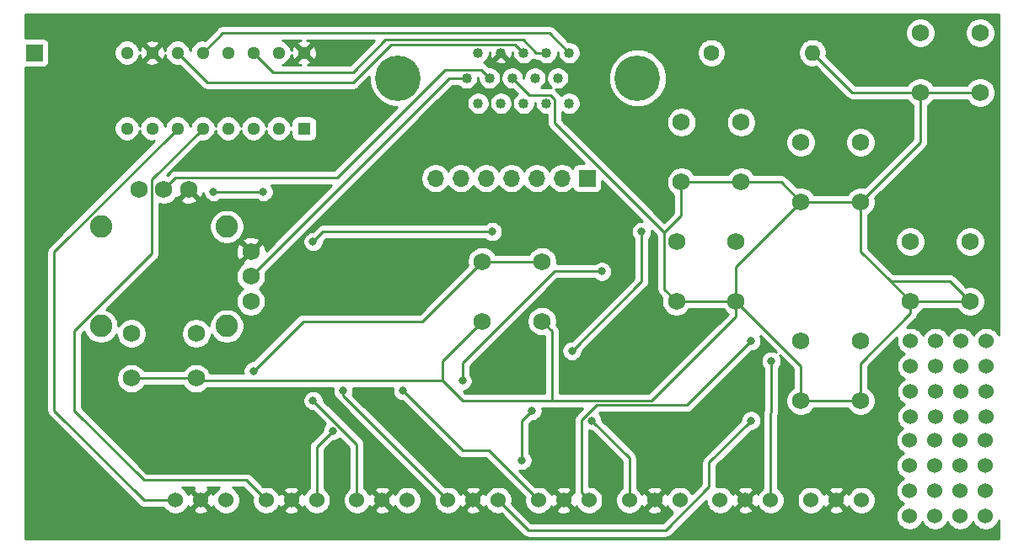
<source format=gbr>
%TF.GenerationSoftware,KiCad,Pcbnew,(5.1.6)-1*%
%TF.CreationDate,2020-12-17T21:40:49-06:00*%
%TF.ProjectId,controller,636f6e74-726f-46c6-9c65-722e6b696361,rev?*%
%TF.SameCoordinates,Original*%
%TF.FileFunction,Copper,L1,Top*%
%TF.FilePolarity,Positive*%
%FSLAX46Y46*%
G04 Gerber Fmt 4.6, Leading zero omitted, Abs format (unit mm)*
G04 Created by KiCad (PCBNEW (5.1.6)-1) date 2020-12-17 21:40:49*
%MOMM*%
%LPD*%
G01*
G04 APERTURE LIST*
%TA.AperFunction,ComponentPad*%
%ADD10O,1.700000X1.700000*%
%TD*%
%TA.AperFunction,ComponentPad*%
%ADD11R,1.700000X1.700000*%
%TD*%
%TA.AperFunction,ComponentPad*%
%ADD12C,1.524000*%
%TD*%
%TA.AperFunction,ComponentPad*%
%ADD13C,1.295400*%
%TD*%
%TA.AperFunction,ComponentPad*%
%ADD14R,1.295400X1.295400*%
%TD*%
%TA.AperFunction,ComponentPad*%
%ADD15C,2.250000*%
%TD*%
%TA.AperFunction,ComponentPad*%
%ADD16C,1.750000*%
%TD*%
%TA.AperFunction,ComponentPad*%
%ADD17O,1.600000X1.600000*%
%TD*%
%TA.AperFunction,ComponentPad*%
%ADD18C,1.600000*%
%TD*%
%TA.AperFunction,ComponentPad*%
%ADD19C,4.572000*%
%TD*%
%TA.AperFunction,ComponentPad*%
%ADD20C,1.016000*%
%TD*%
%TA.AperFunction,ViaPad*%
%ADD21C,0.800000*%
%TD*%
%TA.AperFunction,Conductor*%
%ADD22C,0.250000*%
%TD*%
%TA.AperFunction,Conductor*%
%ADD23C,0.254000*%
%TD*%
G04 APERTURE END LIST*
D10*
%TO.P,J1,7*%
%TO.N,Net-(D1-Pad9)*%
X62300000Y-37620000D03*
%TO.P,J1,6*%
%TO.N,Net-(D1-Pad10)*%
X64840000Y-37620000D03*
%TO.P,J1,5*%
%TO.N,Net-(D1-Pad11)*%
X67380000Y-37620000D03*
%TO.P,J1,4*%
%TO.N,Net-(D1-Pad12)*%
X69920000Y-37620000D03*
%TO.P,J1,3*%
%TO.N,Net-(D1-Pad13)*%
X72460000Y-37620000D03*
%TO.P,J1,2*%
%TO.N,Net-(D1-Pad14)*%
X75000000Y-37620000D03*
D11*
%TO.P,J1,1*%
%TO.N,Net-(D1-Pad15)*%
X77540000Y-37620000D03*
%TD*%
D12*
%TO.P,fet1,3*%
%TO.N,Net-(U2-Pad7)*%
X86841425Y-70000000D03*
%TO.P,fet1,2*%
%TO.N,+5V*%
X84301425Y-70000000D03*
%TO.P,fet1,1*%
%TO.N,qa*%
X81761425Y-70000000D03*
%TD*%
D13*
%TO.P,U1,16*%
%TO.N,+5V*%
X49080000Y-25000000D03*
%TO.P,U1,15*%
%TO.N,qa*%
X46540000Y-25000000D03*
%TO.P,U1,14*%
%TO.N,data*%
X44000000Y-25000000D03*
%TO.P,U1,13*%
%TO.N,GND*%
X41460000Y-25000000D03*
%TO.P,U1,12*%
%TO.N,latch*%
X38920000Y-25000000D03*
%TO.P,U1,11*%
%TO.N,clk*%
X36380000Y-25000000D03*
%TO.P,U1,10*%
%TO.N,+5V*%
X33840000Y-25000000D03*
%TO.P,U1,9*%
%TO.N,qh'*%
X31300000Y-25000000D03*
%TO.P,U1,8*%
%TO.N,GND*%
X31300000Y-32620000D03*
%TO.P,U1,7*%
%TO.N,qh*%
X33840000Y-32620000D03*
%TO.P,U1,6*%
%TO.N,qg*%
X36380000Y-32620000D03*
%TO.P,U1,5*%
%TO.N,qf*%
X38920000Y-32620000D03*
%TO.P,U1,4*%
%TO.N,qe*%
X41460000Y-32620000D03*
%TO.P,U1,3*%
%TO.N,qd*%
X44000000Y-32620000D03*
%TO.P,U1,2*%
%TO.N,qc*%
X46540000Y-32620000D03*
D14*
%TO.P,U1,1*%
%TO.N,qb*%
X49080000Y-32620000D03*
%TD*%
D11*
%TO.P,J2,1*%
%TO.N,qh'*%
X22000000Y-25000000D03*
%TD*%
D12*
%TO.P,.2,_*%
%TO.N,N/C*%
X117540000Y-71620000D03*
X115000000Y-71620000D03*
X112460000Y-71620000D03*
X109920000Y-71620000D03*
X117540000Y-69080000D03*
X115000000Y-69080000D03*
X112460000Y-69080000D03*
X109920000Y-69080000D03*
X117540000Y-66540000D03*
X117540000Y-64000000D03*
X115000000Y-66540000D03*
X112460000Y-66540000D03*
X109920000Y-66540000D03*
X115000000Y-64000000D03*
X112460000Y-64000000D03*
X109920000Y-64000000D03*
%TD*%
%TO.P,.1,_*%
%TO.N,N/C*%
X117620000Y-61620000D03*
X115080000Y-61620000D03*
X112540000Y-61620000D03*
X110000000Y-61620000D03*
X117620000Y-59080000D03*
X115080000Y-59080000D03*
X112540000Y-59080000D03*
X110000000Y-59080000D03*
X117620000Y-56540000D03*
X117620000Y-54000000D03*
X115080000Y-56540000D03*
X112540000Y-56540000D03*
X110000000Y-56540000D03*
X115080000Y-54000000D03*
X112540000Y-54000000D03*
X110000000Y-54000000D03*
%TD*%
D15*
%TO.P,U2,14*%
%TO.N,N/C*%
X41320000Y-42500000D03*
%TO.P,U2,13*%
X41320000Y-52500000D03*
%TO.P,U2,12*%
X28680000Y-52500000D03*
%TO.P,U2,11*%
X28680000Y-42500000D03*
D16*
%TO.P,U2,7*%
%TO.N,Net-(U2-Pad7)*%
X31750000Y-53250000D03*
%TO.P,U2,8*%
%TO.N,watch*%
X31750000Y-57750000D03*
X38250000Y-57750000D03*
%TO.P,U2,7*%
%TO.N,Net-(U2-Pad7)*%
X38250000Y-53250000D03*
%TO.P,U2,6*%
%TO.N,GND*%
X32500000Y-38750000D03*
%TO.P,U2,4*%
%TO.N,+5V*%
X37500000Y-38750000D03*
%TO.P,U2,5*%
%TO.N,vert*%
X35000000Y-38750000D03*
%TO.P,U2,3*%
%TO.N,GND*%
X43750000Y-50000000D03*
%TO.P,U2,1*%
%TO.N,+5V*%
X43750000Y-45000000D03*
%TO.P,U2,2*%
%TO.N,horz*%
X43750000Y-47500000D03*
%TD*%
%TO.P,SW7,1*%
%TO.N,Net-(SW7-Pad1)*%
X105000000Y-54000000D03*
%TO.P,SW7,2*%
%TO.N,watch*%
X105000000Y-60000000D03*
X99000000Y-60000000D03*
%TO.P,SW7,1*%
%TO.N,Net-(SW7-Pad1)*%
X99000000Y-54000000D03*
%TD*%
%TO.P,SW6,1*%
%TO.N,Net-(SW6-Pad1)*%
X73000000Y-46000000D03*
%TO.P,SW6,2*%
%TO.N,watch*%
X73000000Y-52000000D03*
X67000000Y-52000000D03*
%TO.P,SW6,1*%
%TO.N,Net-(SW6-Pad1)*%
X67000000Y-46000000D03*
%TD*%
%TO.P,SW5,1*%
%TO.N,Net-(SW5-Pad1)*%
X92500000Y-44000000D03*
%TO.P,SW5,2*%
%TO.N,watch*%
X92500000Y-50000000D03*
X86500000Y-50000000D03*
%TO.P,SW5,1*%
%TO.N,Net-(SW5-Pad1)*%
X86500000Y-44000000D03*
%TD*%
%TO.P,SW4,1*%
%TO.N,Net-(SW4-Pad1)*%
X116000000Y-44000000D03*
%TO.P,SW4,2*%
%TO.N,watch*%
X116000000Y-50000000D03*
X110000000Y-50000000D03*
%TO.P,SW4,1*%
%TO.N,Net-(SW4-Pad1)*%
X110000000Y-44000000D03*
%TD*%
%TO.P,SW3,1*%
%TO.N,Net-(SW3-Pad1)*%
X117000000Y-23000000D03*
%TO.P,SW3,2*%
%TO.N,watch*%
X117000000Y-29000000D03*
X111000000Y-29000000D03*
%TO.P,SW3,1*%
%TO.N,Net-(SW3-Pad1)*%
X111000000Y-23000000D03*
%TD*%
%TO.P,SW2,1*%
%TO.N,Net-(SW2-Pad1)*%
X105000000Y-34000000D03*
%TO.P,SW2,2*%
%TO.N,watch*%
X105000000Y-40000000D03*
X99000000Y-40000000D03*
%TO.P,SW2,1*%
%TO.N,Net-(SW2-Pad1)*%
X99000000Y-34000000D03*
%TD*%
%TO.P,SW1,1*%
%TO.N,Net-(SW1-Pad1)*%
X93000000Y-32000000D03*
%TO.P,SW1,2*%
%TO.N,watch*%
X93000000Y-38000000D03*
X87000000Y-38000000D03*
%TO.P,SW1,1*%
%TO.N,Net-(SW1-Pad1)*%
X87000000Y-32000000D03*
%TD*%
D17*
%TO.P,pull_down1,2*%
%TO.N,watch*%
X100160000Y-25000000D03*
D18*
%TO.P,pull_down1,1*%
%TO.N,GND*%
X90000000Y-25000000D03*
%TD*%
D12*
%TO.P,fet8,3*%
%TO.N,Net-(SW7-Pad1)*%
X105080000Y-70000000D03*
%TO.P,fet8,2*%
%TO.N,+5V*%
X102540000Y-70000000D03*
%TO.P,fet8,1*%
%TO.N,qh*%
X100000000Y-70000000D03*
%TD*%
%TO.P,fet7,3*%
%TO.N,Net-(SW6-Pad1)*%
X41245000Y-70000000D03*
%TO.P,fet7,2*%
%TO.N,+5V*%
X38705000Y-70000000D03*
%TO.P,fet7,1*%
%TO.N,qg*%
X36165000Y-70000000D03*
%TD*%
%TO.P,fet6,3*%
%TO.N,Net-(SW5-Pad1)*%
X50364285Y-70000000D03*
%TO.P,fet6,2*%
%TO.N,+5V*%
X47824285Y-70000000D03*
%TO.P,fet6,1*%
%TO.N,qf*%
X45284285Y-70000000D03*
%TD*%
%TO.P,fet5,3*%
%TO.N,Net-(SW4-Pad1)*%
X68602855Y-70000000D03*
%TO.P,fet5,2*%
%TO.N,+5V*%
X66062855Y-70000000D03*
%TO.P,fet5,1*%
%TO.N,qc*%
X63522855Y-70000000D03*
%TD*%
%TO.P,fet4,3*%
%TO.N,Net-(SW3-Pad1)*%
X95960710Y-70000000D03*
%TO.P,fet4,2*%
%TO.N,+5V*%
X93420710Y-70000000D03*
%TO.P,fet4,1*%
%TO.N,qe*%
X90880710Y-70000000D03*
%TD*%
%TO.P,fet3,3*%
%TO.N,Net-(SW2-Pad1)*%
X77722140Y-70000000D03*
%TO.P,fet3,2*%
%TO.N,+5V*%
X75182140Y-70000000D03*
%TO.P,fet3,1*%
%TO.N,qb*%
X72642140Y-70000000D03*
%TD*%
%TO.P,fet2,3*%
%TO.N,Net-(SW1-Pad1)*%
X59483570Y-70000000D03*
%TO.P,fet2,2*%
%TO.N,+5V*%
X56943570Y-70000000D03*
%TO.P,fet2,1*%
%TO.N,qd*%
X54403570Y-70000000D03*
%TD*%
D19*
%TO.P,D1, *%
%TO.N,N/C*%
X58550000Y-27540000D03*
X82595000Y-27540000D03*
D20*
%TO.P,D1,15*%
%TO.N,Net-(D1-Pad15)*%
X75725000Y-30080000D03*
%TO.P,D1,14*%
%TO.N,Net-(D1-Pad14)*%
X73435000Y-30080000D03*
%TO.P,D1,13*%
%TO.N,Net-(D1-Pad13)*%
X71145000Y-30080000D03*
%TO.P,D1,12*%
%TO.N,Net-(D1-Pad12)*%
X68855000Y-30080000D03*
%TO.P,D1,11*%
%TO.N,Net-(D1-Pad11)*%
X66565000Y-30080000D03*
%TO.P,D1,10*%
%TO.N,Net-(D1-Pad10)*%
X74580000Y-27540000D03*
%TO.P,D1,9*%
%TO.N,Net-(D1-Pad9)*%
X72290000Y-27540000D03*
%TO.P,D1,8*%
%TO.N,watch*%
X70000000Y-27540000D03*
%TO.P,D1,7*%
%TO.N,vert*%
X67710000Y-27540000D03*
%TO.P,D1,6*%
%TO.N,horz*%
X65420000Y-27540000D03*
%TO.P,D1,5*%
%TO.N,latch*%
X75725000Y-25000000D03*
%TO.P,D1,4*%
%TO.N,data*%
X73435000Y-25000000D03*
%TO.P,D1,3*%
%TO.N,clk*%
X71145000Y-25000000D03*
%TO.P,D1,2*%
%TO.N,+5V*%
X68855000Y-25000000D03*
%TO.P,D1,1*%
%TO.N,GND*%
X66565000Y-25000000D03*
%TD*%
D21*
%TO.N,qa*%
X78000000Y-62000000D03*
%TO.N,Net-(SW1-Pad1)*%
X71000000Y-66000000D03*
X72000000Y-61000000D03*
X76000000Y-55000000D03*
X83000000Y-43000000D03*
%TO.N,qd*%
X50000000Y-60000000D03*
%TO.N,Net-(SW2-Pad1)*%
X94000000Y-54000000D03*
%TO.N,qb*%
X59000000Y-59000000D03*
%TO.N,Net-(SW3-Pad1)*%
X96000000Y-56000000D03*
%TO.N,Net-(SW4-Pad1)*%
X94000000Y-62000000D03*
%TO.N,qc*%
X53000000Y-59000000D03*
%TO.N,Net-(SW5-Pad1)*%
X79000000Y-47000000D03*
X65000000Y-58000000D03*
X51987347Y-63012653D03*
%TO.N,Net-(SW6-Pad1)*%
X44000000Y-57000000D03*
%TO.N,qh*%
X68000000Y-43000000D03*
X50000000Y-44000000D03*
X45000000Y-39000000D03*
X40000000Y-39000000D03*
%TO.N,+5V*%
X52000000Y-25000000D03*
X51000000Y-22000000D03*
X49000000Y-22000000D03*
%TD*%
D22*
%TO.N,watch*%
X85299999Y-48799999D02*
X86500000Y-50000000D01*
X85299999Y-43094997D02*
X85299999Y-48799999D01*
X74268001Y-32062999D02*
X85299999Y-43094997D01*
X74268001Y-29680159D02*
X74268001Y-32062999D01*
X73834841Y-29246999D02*
X74268001Y-29680159D01*
X71706999Y-29246999D02*
X73834841Y-29246999D01*
X70000000Y-27540000D02*
X71706999Y-29246999D01*
X86500000Y-50000000D02*
X92500000Y-50000000D01*
X92500000Y-46500000D02*
X99000000Y-40000000D01*
X92500000Y-50000000D02*
X92500000Y-46500000D01*
X99000000Y-40000000D02*
X105000000Y-40000000D01*
X111000000Y-34000000D02*
X111000000Y-29000000D01*
X105000000Y-40000000D02*
X111000000Y-34000000D01*
X111000000Y-29000000D02*
X117000000Y-29000000D01*
X104160000Y-29000000D02*
X100160000Y-25000000D01*
X111000000Y-29000000D02*
X104160000Y-29000000D01*
X105000000Y-40000000D02*
X105000000Y-45000000D01*
X110000000Y-50000000D02*
X116000000Y-50000000D01*
X105000000Y-60000000D02*
X99000000Y-60000000D01*
X99000000Y-56500000D02*
X92500000Y-50000000D01*
X99000000Y-60000000D02*
X99000000Y-56500000D01*
X92500000Y-50000000D02*
X92500000Y-51500000D01*
X84000000Y-60000000D02*
X75000000Y-60000000D01*
X92500000Y-51500000D02*
X84000000Y-60000000D01*
X65000000Y-60000000D02*
X63000000Y-58000000D01*
X69000000Y-60000000D02*
X65000000Y-60000000D01*
X63000000Y-58000000D02*
X57000000Y-58000000D01*
X38500000Y-58000000D02*
X38250000Y-57750000D01*
X57000000Y-58000000D02*
X38500000Y-58000000D01*
X38250000Y-57750000D02*
X31750000Y-57750000D01*
X63000000Y-56000000D02*
X67000000Y-52000000D01*
X63000000Y-58000000D02*
X63000000Y-56000000D01*
X74000000Y-53000000D02*
X73000000Y-52000000D01*
X74000000Y-60000000D02*
X74000000Y-53000000D01*
X74000000Y-60000000D02*
X69000000Y-60000000D01*
X75000000Y-60000000D02*
X74000000Y-60000000D01*
X87000000Y-41394996D02*
X85299999Y-43094997D01*
X87000000Y-38000000D02*
X87000000Y-41394996D01*
X87000000Y-38000000D02*
X93000000Y-38000000D01*
X97000000Y-38000000D02*
X99000000Y-40000000D01*
X93000000Y-38000000D02*
X97000000Y-38000000D01*
X105000000Y-56237436D02*
X105000000Y-60000000D01*
X110000000Y-51237436D02*
X105000000Y-56237436D01*
X110000000Y-50000000D02*
X110000000Y-51237436D01*
X116000000Y-50000000D02*
X114000000Y-48000000D01*
X114000000Y-48000000D02*
X108000000Y-48000000D01*
X105000000Y-45000000D02*
X108000000Y-48000000D01*
X108000000Y-48000000D02*
X110000000Y-50000000D01*
%TO.N,vert*%
X36200001Y-37549999D02*
X35000000Y-38750000D01*
X52404283Y-37549999D02*
X36200001Y-37549999D01*
X66876999Y-26706999D02*
X63247283Y-26706999D01*
X63247283Y-26706999D02*
X52404283Y-37549999D01*
X67710000Y-27540000D02*
X66876999Y-26706999D01*
%TO.N,horz*%
X63710000Y-27540000D02*
X43750000Y-47500000D01*
X65420000Y-27540000D02*
X63710000Y-27540000D01*
%TO.N,latch*%
X75725000Y-25000000D02*
X73725000Y-23000000D01*
X40920000Y-23000000D02*
X38920000Y-25000000D01*
X73725000Y-23000000D02*
X40920000Y-23000000D01*
%TO.N,data*%
X71094831Y-23716989D02*
X57283011Y-23716989D01*
X57283011Y-23716989D02*
X54000000Y-27000000D01*
X46000000Y-27000000D02*
X44000000Y-25000000D01*
X54000000Y-27000000D02*
X46000000Y-27000000D01*
X72377842Y-25000000D02*
X71094831Y-23716989D01*
X73435000Y-25000000D02*
X72377842Y-25000000D01*
%TO.N,clk*%
X70311999Y-24166999D02*
X57833001Y-24166999D01*
X71145000Y-25000000D02*
X70311999Y-24166999D01*
X57833001Y-24166999D02*
X54000000Y-28000000D01*
X39380000Y-28000000D02*
X36380000Y-25000000D01*
X54000000Y-28000000D02*
X39380000Y-28000000D01*
%TO.N,qa*%
X81761425Y-70000000D02*
X81761425Y-65761425D01*
X81761425Y-65761425D02*
X78000000Y-62000000D01*
%TO.N,Net-(SW1-Pad1)*%
X71000000Y-66000000D02*
X71000000Y-62000000D01*
X71000000Y-62000000D02*
X72000000Y-61000000D01*
X76000000Y-55000000D02*
X83000000Y-48000000D01*
X83000000Y-48000000D02*
X83000000Y-43000000D01*
%TO.N,qd*%
X54403570Y-70000000D02*
X54403570Y-64403570D01*
X54403570Y-64403570D02*
X50000000Y-60000000D01*
%TO.N,Net-(SW2-Pad1)*%
X78476988Y-60450010D02*
X87549990Y-60450010D01*
X76960141Y-61966857D02*
X78476988Y-60450010D01*
X77722140Y-70000000D02*
X76960141Y-69238001D01*
X76960141Y-69238001D02*
X76960141Y-61966857D01*
X87549990Y-60450010D02*
X94000000Y-54000000D01*
%TO.N,qb*%
X72642140Y-70000000D02*
X67642140Y-65000000D01*
X67642140Y-65000000D02*
X65000000Y-65000000D01*
X65000000Y-65000000D02*
X59000000Y-59000000D01*
%TO.N,Net-(SW3-Pad1)*%
X95960710Y-61263288D02*
X96000000Y-61223998D01*
X95960710Y-70000000D02*
X95960710Y-61263288D01*
X96000000Y-61223998D02*
X96000000Y-56000000D01*
%TO.N,Net-(SW4-Pad1)*%
X89793709Y-68656478D02*
X85450187Y-73000000D01*
X94000000Y-62000000D02*
X89793709Y-66206291D01*
X89793709Y-66206291D02*
X89793709Y-68656478D01*
X71602855Y-73000000D02*
X68602855Y-70000000D01*
X85450187Y-73000000D02*
X71602855Y-73000000D01*
%TO.N,qc*%
X63522855Y-70000000D02*
X53000000Y-59477145D01*
X53000000Y-59477145D02*
X53000000Y-59000000D01*
%TO.N,Net-(SW5-Pad1)*%
X74223998Y-47000000D02*
X65000000Y-56223998D01*
X79000000Y-47000000D02*
X74223998Y-47000000D01*
X65000000Y-56223998D02*
X65000000Y-58000000D01*
X50364285Y-64635715D02*
X50364285Y-70000000D01*
X51987347Y-63012653D02*
X50364285Y-64635715D01*
%TO.N,qf*%
X45284285Y-70000000D02*
X43284285Y-68000000D01*
X43284285Y-68000000D02*
X33000000Y-68000000D01*
X33000000Y-68000000D02*
X26000000Y-61000000D01*
X26000000Y-61000000D02*
X26000000Y-53000000D01*
X33799999Y-37740001D02*
X38920000Y-32620000D01*
X33799999Y-45200001D02*
X33799999Y-37740001D01*
X26000000Y-53000000D02*
X33799999Y-45200001D01*
%TO.N,Net-(SW6-Pad1)*%
X49000000Y-52000000D02*
X44000000Y-57000000D01*
X61000000Y-52000000D02*
X67000000Y-46000000D01*
X49000000Y-52000000D02*
X61000000Y-52000000D01*
X67000000Y-46000000D02*
X73000000Y-46000000D01*
%TO.N,qg*%
X36165000Y-70000000D02*
X33000000Y-70000000D01*
X33000000Y-70000000D02*
X24000000Y-61000000D01*
X36380000Y-32653998D02*
X36380000Y-32620000D01*
X24000000Y-45033998D02*
X36380000Y-32653998D01*
X24000000Y-61000000D02*
X24000000Y-45033998D01*
%TO.N,qh*%
X68000000Y-43000000D02*
X51000000Y-43000000D01*
X51000000Y-43000000D02*
X50000000Y-44000000D01*
X45000000Y-39000000D02*
X40000000Y-39000000D01*
%TD*%
D23*
%TO.N,+5V*%
G36*
X118873000Y-53374474D02*
G01*
X118858005Y-53338273D01*
X118705120Y-53109465D01*
X118510535Y-52914880D01*
X118281727Y-52761995D01*
X118027490Y-52656686D01*
X117757592Y-52603000D01*
X117482408Y-52603000D01*
X117212510Y-52656686D01*
X116958273Y-52761995D01*
X116729465Y-52914880D01*
X116534880Y-53109465D01*
X116381995Y-53338273D01*
X116350000Y-53415515D01*
X116318005Y-53338273D01*
X116165120Y-53109465D01*
X115970535Y-52914880D01*
X115741727Y-52761995D01*
X115487490Y-52656686D01*
X115217592Y-52603000D01*
X114942408Y-52603000D01*
X114672510Y-52656686D01*
X114418273Y-52761995D01*
X114189465Y-52914880D01*
X113994880Y-53109465D01*
X113841995Y-53338273D01*
X113810000Y-53415515D01*
X113778005Y-53338273D01*
X113625120Y-53109465D01*
X113430535Y-52914880D01*
X113201727Y-52761995D01*
X112947490Y-52656686D01*
X112677592Y-52603000D01*
X112402408Y-52603000D01*
X112132510Y-52656686D01*
X111878273Y-52761995D01*
X111649465Y-52914880D01*
X111454880Y-53109465D01*
X111301995Y-53338273D01*
X111270000Y-53415515D01*
X111238005Y-53338273D01*
X111085120Y-53109465D01*
X110890535Y-52914880D01*
X110661727Y-52761995D01*
X110407490Y-52656686D01*
X110137592Y-52603000D01*
X109862408Y-52603000D01*
X109671205Y-52641033D01*
X110511003Y-51801235D01*
X110540001Y-51777437D01*
X110634974Y-51661712D01*
X110705546Y-51529683D01*
X110749003Y-51386422D01*
X110756471Y-51310603D01*
X110962569Y-51172893D01*
X111172893Y-50962569D01*
X111308245Y-50760000D01*
X114691755Y-50760000D01*
X114827107Y-50962569D01*
X115037431Y-51172893D01*
X115284747Y-51338144D01*
X115559549Y-51451971D01*
X115851278Y-51510000D01*
X116148722Y-51510000D01*
X116440451Y-51451971D01*
X116715253Y-51338144D01*
X116962569Y-51172893D01*
X117172893Y-50962569D01*
X117338144Y-50715253D01*
X117451971Y-50440451D01*
X117510000Y-50148722D01*
X117510000Y-49851278D01*
X117451971Y-49559549D01*
X117338144Y-49284747D01*
X117172893Y-49037431D01*
X116962569Y-48827107D01*
X116715253Y-48661856D01*
X116440451Y-48548029D01*
X116148722Y-48490000D01*
X115851278Y-48490000D01*
X115612331Y-48537530D01*
X114563804Y-47489003D01*
X114540001Y-47459999D01*
X114424276Y-47365026D01*
X114292247Y-47294454D01*
X114148986Y-47250997D01*
X114037333Y-47240000D01*
X114037322Y-47240000D01*
X114000000Y-47236324D01*
X113962678Y-47240000D01*
X108314802Y-47240000D01*
X105760000Y-44685199D01*
X105760000Y-43851278D01*
X108490000Y-43851278D01*
X108490000Y-44148722D01*
X108548029Y-44440451D01*
X108661856Y-44715253D01*
X108827107Y-44962569D01*
X109037431Y-45172893D01*
X109284747Y-45338144D01*
X109559549Y-45451971D01*
X109851278Y-45510000D01*
X110148722Y-45510000D01*
X110440451Y-45451971D01*
X110715253Y-45338144D01*
X110962569Y-45172893D01*
X111172893Y-44962569D01*
X111338144Y-44715253D01*
X111451971Y-44440451D01*
X111510000Y-44148722D01*
X111510000Y-43851278D01*
X114490000Y-43851278D01*
X114490000Y-44148722D01*
X114548029Y-44440451D01*
X114661856Y-44715253D01*
X114827107Y-44962569D01*
X115037431Y-45172893D01*
X115284747Y-45338144D01*
X115559549Y-45451971D01*
X115851278Y-45510000D01*
X116148722Y-45510000D01*
X116440451Y-45451971D01*
X116715253Y-45338144D01*
X116962569Y-45172893D01*
X117172893Y-44962569D01*
X117338144Y-44715253D01*
X117451971Y-44440451D01*
X117510000Y-44148722D01*
X117510000Y-43851278D01*
X117451971Y-43559549D01*
X117338144Y-43284747D01*
X117172893Y-43037431D01*
X116962569Y-42827107D01*
X116715253Y-42661856D01*
X116440451Y-42548029D01*
X116148722Y-42490000D01*
X115851278Y-42490000D01*
X115559549Y-42548029D01*
X115284747Y-42661856D01*
X115037431Y-42827107D01*
X114827107Y-43037431D01*
X114661856Y-43284747D01*
X114548029Y-43559549D01*
X114490000Y-43851278D01*
X111510000Y-43851278D01*
X111451971Y-43559549D01*
X111338144Y-43284747D01*
X111172893Y-43037431D01*
X110962569Y-42827107D01*
X110715253Y-42661856D01*
X110440451Y-42548029D01*
X110148722Y-42490000D01*
X109851278Y-42490000D01*
X109559549Y-42548029D01*
X109284747Y-42661856D01*
X109037431Y-42827107D01*
X108827107Y-43037431D01*
X108661856Y-43284747D01*
X108548029Y-43559549D01*
X108490000Y-43851278D01*
X105760000Y-43851278D01*
X105760000Y-41308245D01*
X105962569Y-41172893D01*
X106172893Y-40962569D01*
X106338144Y-40715253D01*
X106451971Y-40440451D01*
X106510000Y-40148722D01*
X106510000Y-39851278D01*
X106462470Y-39612331D01*
X111511009Y-34563794D01*
X111540001Y-34540001D01*
X111563795Y-34511008D01*
X111563799Y-34511004D01*
X111634973Y-34424277D01*
X111634974Y-34424276D01*
X111705546Y-34292247D01*
X111749003Y-34148986D01*
X111760000Y-34037333D01*
X111760000Y-34037324D01*
X111763676Y-34000001D01*
X111760000Y-33962678D01*
X111760000Y-30308245D01*
X111962569Y-30172893D01*
X112172893Y-29962569D01*
X112308245Y-29760000D01*
X115691755Y-29760000D01*
X115827107Y-29962569D01*
X116037431Y-30172893D01*
X116284747Y-30338144D01*
X116559549Y-30451971D01*
X116851278Y-30510000D01*
X117148722Y-30510000D01*
X117440451Y-30451971D01*
X117715253Y-30338144D01*
X117962569Y-30172893D01*
X118172893Y-29962569D01*
X118338144Y-29715253D01*
X118451971Y-29440451D01*
X118510000Y-29148722D01*
X118510000Y-28851278D01*
X118451971Y-28559549D01*
X118338144Y-28284747D01*
X118172893Y-28037431D01*
X117962569Y-27827107D01*
X117715253Y-27661856D01*
X117440451Y-27548029D01*
X117148722Y-27490000D01*
X116851278Y-27490000D01*
X116559549Y-27548029D01*
X116284747Y-27661856D01*
X116037431Y-27827107D01*
X115827107Y-28037431D01*
X115691755Y-28240000D01*
X112308245Y-28240000D01*
X112172893Y-28037431D01*
X111962569Y-27827107D01*
X111715253Y-27661856D01*
X111440451Y-27548029D01*
X111148722Y-27490000D01*
X110851278Y-27490000D01*
X110559549Y-27548029D01*
X110284747Y-27661856D01*
X110037431Y-27827107D01*
X109827107Y-28037431D01*
X109691755Y-28240000D01*
X104474802Y-28240000D01*
X101558688Y-25323887D01*
X101595000Y-25141335D01*
X101595000Y-24858665D01*
X101539853Y-24581426D01*
X101431680Y-24320273D01*
X101274637Y-24085241D01*
X101074759Y-23885363D01*
X100839727Y-23728320D01*
X100578574Y-23620147D01*
X100301335Y-23565000D01*
X100018665Y-23565000D01*
X99741426Y-23620147D01*
X99480273Y-23728320D01*
X99245241Y-23885363D01*
X99045363Y-24085241D01*
X98888320Y-24320273D01*
X98780147Y-24581426D01*
X98725000Y-24858665D01*
X98725000Y-25141335D01*
X98780147Y-25418574D01*
X98888320Y-25679727D01*
X99045363Y-25914759D01*
X99245241Y-26114637D01*
X99480273Y-26271680D01*
X99741426Y-26379853D01*
X100018665Y-26435000D01*
X100301335Y-26435000D01*
X100483887Y-26398688D01*
X103596201Y-29511003D01*
X103619999Y-29540001D01*
X103735724Y-29634974D01*
X103867753Y-29705546D01*
X104011014Y-29749003D01*
X104122667Y-29760000D01*
X104122676Y-29760000D01*
X104159999Y-29763676D01*
X104197322Y-29760000D01*
X109691755Y-29760000D01*
X109827107Y-29962569D01*
X110037431Y-30172893D01*
X110240001Y-30308246D01*
X110240000Y-33685197D01*
X105387669Y-38537530D01*
X105148722Y-38490000D01*
X104851278Y-38490000D01*
X104559549Y-38548029D01*
X104284747Y-38661856D01*
X104037431Y-38827107D01*
X103827107Y-39037431D01*
X103691755Y-39240000D01*
X100308245Y-39240000D01*
X100172893Y-39037431D01*
X99962569Y-38827107D01*
X99715253Y-38661856D01*
X99440451Y-38548029D01*
X99148722Y-38490000D01*
X98851278Y-38490000D01*
X98612331Y-38537530D01*
X97563804Y-37489003D01*
X97540001Y-37459999D01*
X97424276Y-37365026D01*
X97292247Y-37294454D01*
X97148986Y-37250997D01*
X97037333Y-37240000D01*
X97037322Y-37240000D01*
X97000000Y-37236324D01*
X96962678Y-37240000D01*
X94308245Y-37240000D01*
X94172893Y-37037431D01*
X93962569Y-36827107D01*
X93715253Y-36661856D01*
X93440451Y-36548029D01*
X93148722Y-36490000D01*
X92851278Y-36490000D01*
X92559549Y-36548029D01*
X92284747Y-36661856D01*
X92037431Y-36827107D01*
X91827107Y-37037431D01*
X91691755Y-37240000D01*
X88308245Y-37240000D01*
X88172893Y-37037431D01*
X87962569Y-36827107D01*
X87715253Y-36661856D01*
X87440451Y-36548029D01*
X87148722Y-36490000D01*
X86851278Y-36490000D01*
X86559549Y-36548029D01*
X86284747Y-36661856D01*
X86037431Y-36827107D01*
X85827107Y-37037431D01*
X85661856Y-37284747D01*
X85548029Y-37559549D01*
X85490000Y-37851278D01*
X85490000Y-38148722D01*
X85548029Y-38440451D01*
X85661856Y-38715253D01*
X85827107Y-38962569D01*
X86037431Y-39172893D01*
X86240000Y-39308245D01*
X86240001Y-41080192D01*
X85299999Y-42020195D01*
X77131082Y-33851278D01*
X97490000Y-33851278D01*
X97490000Y-34148722D01*
X97548029Y-34440451D01*
X97661856Y-34715253D01*
X97827107Y-34962569D01*
X98037431Y-35172893D01*
X98284747Y-35338144D01*
X98559549Y-35451971D01*
X98851278Y-35510000D01*
X99148722Y-35510000D01*
X99440451Y-35451971D01*
X99715253Y-35338144D01*
X99962569Y-35172893D01*
X100172893Y-34962569D01*
X100338144Y-34715253D01*
X100451971Y-34440451D01*
X100510000Y-34148722D01*
X100510000Y-33851278D01*
X103490000Y-33851278D01*
X103490000Y-34148722D01*
X103548029Y-34440451D01*
X103661856Y-34715253D01*
X103827107Y-34962569D01*
X104037431Y-35172893D01*
X104284747Y-35338144D01*
X104559549Y-35451971D01*
X104851278Y-35510000D01*
X105148722Y-35510000D01*
X105440451Y-35451971D01*
X105715253Y-35338144D01*
X105962569Y-35172893D01*
X106172893Y-34962569D01*
X106338144Y-34715253D01*
X106451971Y-34440451D01*
X106510000Y-34148722D01*
X106510000Y-33851278D01*
X106451971Y-33559549D01*
X106338144Y-33284747D01*
X106172893Y-33037431D01*
X105962569Y-32827107D01*
X105715253Y-32661856D01*
X105440451Y-32548029D01*
X105148722Y-32490000D01*
X104851278Y-32490000D01*
X104559549Y-32548029D01*
X104284747Y-32661856D01*
X104037431Y-32827107D01*
X103827107Y-33037431D01*
X103661856Y-33284747D01*
X103548029Y-33559549D01*
X103490000Y-33851278D01*
X100510000Y-33851278D01*
X100451971Y-33559549D01*
X100338144Y-33284747D01*
X100172893Y-33037431D01*
X99962569Y-32827107D01*
X99715253Y-32661856D01*
X99440451Y-32548029D01*
X99148722Y-32490000D01*
X98851278Y-32490000D01*
X98559549Y-32548029D01*
X98284747Y-32661856D01*
X98037431Y-32827107D01*
X97827107Y-33037431D01*
X97661856Y-33284747D01*
X97548029Y-33559549D01*
X97490000Y-33851278D01*
X77131082Y-33851278D01*
X75131082Y-31851278D01*
X85490000Y-31851278D01*
X85490000Y-32148722D01*
X85548029Y-32440451D01*
X85661856Y-32715253D01*
X85827107Y-32962569D01*
X86037431Y-33172893D01*
X86284747Y-33338144D01*
X86559549Y-33451971D01*
X86851278Y-33510000D01*
X87148722Y-33510000D01*
X87440451Y-33451971D01*
X87715253Y-33338144D01*
X87962569Y-33172893D01*
X88172893Y-32962569D01*
X88338144Y-32715253D01*
X88451971Y-32440451D01*
X88510000Y-32148722D01*
X88510000Y-31851278D01*
X91490000Y-31851278D01*
X91490000Y-32148722D01*
X91548029Y-32440451D01*
X91661856Y-32715253D01*
X91827107Y-32962569D01*
X92037431Y-33172893D01*
X92284747Y-33338144D01*
X92559549Y-33451971D01*
X92851278Y-33510000D01*
X93148722Y-33510000D01*
X93440451Y-33451971D01*
X93715253Y-33338144D01*
X93962569Y-33172893D01*
X94172893Y-32962569D01*
X94338144Y-32715253D01*
X94451971Y-32440451D01*
X94510000Y-32148722D01*
X94510000Y-31851278D01*
X94451971Y-31559549D01*
X94338144Y-31284747D01*
X94172893Y-31037431D01*
X93962569Y-30827107D01*
X93715253Y-30661856D01*
X93440451Y-30548029D01*
X93148722Y-30490000D01*
X92851278Y-30490000D01*
X92559549Y-30548029D01*
X92284747Y-30661856D01*
X92037431Y-30827107D01*
X91827107Y-31037431D01*
X91661856Y-31284747D01*
X91548029Y-31559549D01*
X91490000Y-31851278D01*
X88510000Y-31851278D01*
X88451971Y-31559549D01*
X88338144Y-31284747D01*
X88172893Y-31037431D01*
X87962569Y-30827107D01*
X87715253Y-30661856D01*
X87440451Y-30548029D01*
X87148722Y-30490000D01*
X86851278Y-30490000D01*
X86559549Y-30548029D01*
X86284747Y-30661856D01*
X86037431Y-30827107D01*
X85827107Y-31037431D01*
X85661856Y-31284747D01*
X85548029Y-31559549D01*
X85490000Y-31851278D01*
X75131082Y-31851278D01*
X75028001Y-31748198D01*
X75028001Y-30988954D01*
X75183587Y-31092913D01*
X75391599Y-31179075D01*
X75612424Y-31223000D01*
X75837576Y-31223000D01*
X76058401Y-31179075D01*
X76266413Y-31092913D01*
X76453620Y-30967826D01*
X76612826Y-30808620D01*
X76737913Y-30621413D01*
X76824075Y-30413401D01*
X76868000Y-30192576D01*
X76868000Y-29967424D01*
X76824075Y-29746599D01*
X76737913Y-29538587D01*
X76612826Y-29351380D01*
X76453620Y-29192174D01*
X76266413Y-29067087D01*
X76058401Y-28980925D01*
X75837576Y-28937000D01*
X75612424Y-28937000D01*
X75391599Y-28980925D01*
X75183587Y-29067087D01*
X74996380Y-29192174D01*
X74913319Y-29275235D01*
X74902975Y-29255883D01*
X74808002Y-29140158D01*
X74778999Y-29116356D01*
X74398645Y-28736002D01*
X74374842Y-28706998D01*
X74306627Y-28651015D01*
X74467424Y-28683000D01*
X74692576Y-28683000D01*
X74913401Y-28639075D01*
X75121413Y-28552913D01*
X75308620Y-28427826D01*
X75467826Y-28268620D01*
X75592913Y-28081413D01*
X75679075Y-27873401D01*
X75723000Y-27652576D01*
X75723000Y-27427424D01*
X75688167Y-27252307D01*
X79674000Y-27252307D01*
X79674000Y-27827693D01*
X79786253Y-28392024D01*
X80006444Y-28923612D01*
X80326112Y-29402029D01*
X80732971Y-29808888D01*
X81211388Y-30128556D01*
X81742976Y-30348747D01*
X82307307Y-30461000D01*
X82882693Y-30461000D01*
X83447024Y-30348747D01*
X83978612Y-30128556D01*
X84457029Y-29808888D01*
X84863888Y-29402029D01*
X85183556Y-28923612D01*
X85403747Y-28392024D01*
X85516000Y-27827693D01*
X85516000Y-27252307D01*
X85403747Y-26687976D01*
X85183556Y-26156388D01*
X84863888Y-25677971D01*
X84457029Y-25271112D01*
X83978612Y-24951444D01*
X83754624Y-24858665D01*
X88565000Y-24858665D01*
X88565000Y-25141335D01*
X88620147Y-25418574D01*
X88728320Y-25679727D01*
X88885363Y-25914759D01*
X89085241Y-26114637D01*
X89320273Y-26271680D01*
X89581426Y-26379853D01*
X89858665Y-26435000D01*
X90141335Y-26435000D01*
X90418574Y-26379853D01*
X90679727Y-26271680D01*
X90914759Y-26114637D01*
X91114637Y-25914759D01*
X91271680Y-25679727D01*
X91379853Y-25418574D01*
X91435000Y-25141335D01*
X91435000Y-24858665D01*
X91379853Y-24581426D01*
X91271680Y-24320273D01*
X91114637Y-24085241D01*
X90914759Y-23885363D01*
X90679727Y-23728320D01*
X90418574Y-23620147D01*
X90141335Y-23565000D01*
X89858665Y-23565000D01*
X89581426Y-23620147D01*
X89320273Y-23728320D01*
X89085241Y-23885363D01*
X88885363Y-24085241D01*
X88728320Y-24320273D01*
X88620147Y-24581426D01*
X88565000Y-24858665D01*
X83754624Y-24858665D01*
X83447024Y-24731253D01*
X82882693Y-24619000D01*
X82307307Y-24619000D01*
X81742976Y-24731253D01*
X81211388Y-24951444D01*
X80732971Y-25271112D01*
X80326112Y-25677971D01*
X80006444Y-26156388D01*
X79786253Y-26687976D01*
X79674000Y-27252307D01*
X75688167Y-27252307D01*
X75679075Y-27206599D01*
X75592913Y-26998587D01*
X75467826Y-26811380D01*
X75308620Y-26652174D01*
X75121413Y-26527087D01*
X74913401Y-26440925D01*
X74692576Y-26397000D01*
X74467424Y-26397000D01*
X74246599Y-26440925D01*
X74038587Y-26527087D01*
X73851380Y-26652174D01*
X73692174Y-26811380D01*
X73567087Y-26998587D01*
X73480925Y-27206599D01*
X73437000Y-27427424D01*
X73437000Y-27652576D01*
X73480925Y-27873401D01*
X73567087Y-28081413D01*
X73692174Y-28268620D01*
X73851380Y-28427826D01*
X73951655Y-28494827D01*
X73872174Y-28486999D01*
X73872163Y-28486999D01*
X73834841Y-28483323D01*
X73797519Y-28486999D01*
X72930061Y-28486999D01*
X73018620Y-28427826D01*
X73177826Y-28268620D01*
X73302913Y-28081413D01*
X73389075Y-27873401D01*
X73433000Y-27652576D01*
X73433000Y-27427424D01*
X73389075Y-27206599D01*
X73302913Y-26998587D01*
X73177826Y-26811380D01*
X73018620Y-26652174D01*
X72831413Y-26527087D01*
X72623401Y-26440925D01*
X72402576Y-26397000D01*
X72177424Y-26397000D01*
X71956599Y-26440925D01*
X71748587Y-26527087D01*
X71561380Y-26652174D01*
X71402174Y-26811380D01*
X71277087Y-26998587D01*
X71190925Y-27206599D01*
X71147000Y-27427424D01*
X71147000Y-27612199D01*
X71143000Y-27608199D01*
X71143000Y-27427424D01*
X71099075Y-27206599D01*
X71012913Y-26998587D01*
X70887826Y-26811380D01*
X70728620Y-26652174D01*
X70541413Y-26527087D01*
X70333401Y-26440925D01*
X70112576Y-26397000D01*
X69887424Y-26397000D01*
X69666599Y-26440925D01*
X69458587Y-26527087D01*
X69271380Y-26652174D01*
X69112174Y-26811380D01*
X68987087Y-26998587D01*
X68900925Y-27206599D01*
X68857000Y-27427424D01*
X68857000Y-27652576D01*
X68900925Y-27873401D01*
X68987087Y-28081413D01*
X69112174Y-28268620D01*
X69271380Y-28427826D01*
X69458587Y-28552913D01*
X69666599Y-28639075D01*
X69887424Y-28683000D01*
X70068199Y-28683000D01*
X70512888Y-29127690D01*
X70416380Y-29192174D01*
X70257174Y-29351380D01*
X70132087Y-29538587D01*
X70045925Y-29746599D01*
X70002000Y-29967424D01*
X70002000Y-30192576D01*
X70045925Y-30413401D01*
X70132087Y-30621413D01*
X70257174Y-30808620D01*
X70416380Y-30967826D01*
X70603587Y-31092913D01*
X70811599Y-31179075D01*
X71032424Y-31223000D01*
X71257576Y-31223000D01*
X71478401Y-31179075D01*
X71686413Y-31092913D01*
X71873620Y-30967826D01*
X72032826Y-30808620D01*
X72157913Y-30621413D01*
X72244075Y-30413401D01*
X72288000Y-30192576D01*
X72288000Y-30006999D01*
X72292000Y-30006999D01*
X72292000Y-30192576D01*
X72335925Y-30413401D01*
X72422087Y-30621413D01*
X72547174Y-30808620D01*
X72706380Y-30967826D01*
X72893587Y-31092913D01*
X73101599Y-31179075D01*
X73322424Y-31223000D01*
X73508002Y-31223000D01*
X73508002Y-32025667D01*
X73504325Y-32062999D01*
X73508002Y-32100332D01*
X73518999Y-32211985D01*
X73529272Y-32245850D01*
X73562455Y-32355245D01*
X73633027Y-32487275D01*
X73647584Y-32505012D01*
X73728001Y-32603000D01*
X73756999Y-32626798D01*
X77262129Y-36131928D01*
X76690000Y-36131928D01*
X76565518Y-36144188D01*
X76445820Y-36180498D01*
X76335506Y-36239463D01*
X76238815Y-36318815D01*
X76159463Y-36415506D01*
X76100498Y-36525820D01*
X76078487Y-36598380D01*
X75946632Y-36466525D01*
X75703411Y-36304010D01*
X75433158Y-36192068D01*
X75146260Y-36135000D01*
X74853740Y-36135000D01*
X74566842Y-36192068D01*
X74296589Y-36304010D01*
X74053368Y-36466525D01*
X73846525Y-36673368D01*
X73730000Y-36847760D01*
X73613475Y-36673368D01*
X73406632Y-36466525D01*
X73163411Y-36304010D01*
X72893158Y-36192068D01*
X72606260Y-36135000D01*
X72313740Y-36135000D01*
X72026842Y-36192068D01*
X71756589Y-36304010D01*
X71513368Y-36466525D01*
X71306525Y-36673368D01*
X71190000Y-36847760D01*
X71073475Y-36673368D01*
X70866632Y-36466525D01*
X70623411Y-36304010D01*
X70353158Y-36192068D01*
X70066260Y-36135000D01*
X69773740Y-36135000D01*
X69486842Y-36192068D01*
X69216589Y-36304010D01*
X68973368Y-36466525D01*
X68766525Y-36673368D01*
X68650000Y-36847760D01*
X68533475Y-36673368D01*
X68326632Y-36466525D01*
X68083411Y-36304010D01*
X67813158Y-36192068D01*
X67526260Y-36135000D01*
X67233740Y-36135000D01*
X66946842Y-36192068D01*
X66676589Y-36304010D01*
X66433368Y-36466525D01*
X66226525Y-36673368D01*
X66110000Y-36847760D01*
X65993475Y-36673368D01*
X65786632Y-36466525D01*
X65543411Y-36304010D01*
X65273158Y-36192068D01*
X64986260Y-36135000D01*
X64693740Y-36135000D01*
X64406842Y-36192068D01*
X64136589Y-36304010D01*
X63893368Y-36466525D01*
X63686525Y-36673368D01*
X63570000Y-36847760D01*
X63453475Y-36673368D01*
X63246632Y-36466525D01*
X63003411Y-36304010D01*
X62733158Y-36192068D01*
X62446260Y-36135000D01*
X62153740Y-36135000D01*
X61866842Y-36192068D01*
X61596589Y-36304010D01*
X61353368Y-36466525D01*
X61146525Y-36673368D01*
X60984010Y-36916589D01*
X60872068Y-37186842D01*
X60815000Y-37473740D01*
X60815000Y-37766260D01*
X60872068Y-38053158D01*
X60984010Y-38323411D01*
X61146525Y-38566632D01*
X61353368Y-38773475D01*
X61596589Y-38935990D01*
X61866842Y-39047932D01*
X62153740Y-39105000D01*
X62446260Y-39105000D01*
X62733158Y-39047932D01*
X63003411Y-38935990D01*
X63246632Y-38773475D01*
X63453475Y-38566632D01*
X63570000Y-38392240D01*
X63686525Y-38566632D01*
X63893368Y-38773475D01*
X64136589Y-38935990D01*
X64406842Y-39047932D01*
X64693740Y-39105000D01*
X64986260Y-39105000D01*
X65273158Y-39047932D01*
X65543411Y-38935990D01*
X65786632Y-38773475D01*
X65993475Y-38566632D01*
X66110000Y-38392240D01*
X66226525Y-38566632D01*
X66433368Y-38773475D01*
X66676589Y-38935990D01*
X66946842Y-39047932D01*
X67233740Y-39105000D01*
X67526260Y-39105000D01*
X67813158Y-39047932D01*
X68083411Y-38935990D01*
X68326632Y-38773475D01*
X68533475Y-38566632D01*
X68650000Y-38392240D01*
X68766525Y-38566632D01*
X68973368Y-38773475D01*
X69216589Y-38935990D01*
X69486842Y-39047932D01*
X69773740Y-39105000D01*
X70066260Y-39105000D01*
X70353158Y-39047932D01*
X70623411Y-38935990D01*
X70866632Y-38773475D01*
X71073475Y-38566632D01*
X71190000Y-38392240D01*
X71306525Y-38566632D01*
X71513368Y-38773475D01*
X71756589Y-38935990D01*
X72026842Y-39047932D01*
X72313740Y-39105000D01*
X72606260Y-39105000D01*
X72893158Y-39047932D01*
X73163411Y-38935990D01*
X73406632Y-38773475D01*
X73613475Y-38566632D01*
X73730000Y-38392240D01*
X73846525Y-38566632D01*
X74053368Y-38773475D01*
X74296589Y-38935990D01*
X74566842Y-39047932D01*
X74853740Y-39105000D01*
X75146260Y-39105000D01*
X75433158Y-39047932D01*
X75703411Y-38935990D01*
X75946632Y-38773475D01*
X76078487Y-38641620D01*
X76100498Y-38714180D01*
X76159463Y-38824494D01*
X76238815Y-38921185D01*
X76335506Y-39000537D01*
X76445820Y-39059502D01*
X76565518Y-39095812D01*
X76690000Y-39108072D01*
X78390000Y-39108072D01*
X78514482Y-39095812D01*
X78634180Y-39059502D01*
X78744494Y-39000537D01*
X78841185Y-38921185D01*
X78920537Y-38824494D01*
X78979502Y-38714180D01*
X79015812Y-38594482D01*
X79028072Y-38470000D01*
X79028072Y-37897871D01*
X83095200Y-41965000D01*
X82898061Y-41965000D01*
X82698102Y-42004774D01*
X82509744Y-42082795D01*
X82340226Y-42196063D01*
X82196063Y-42340226D01*
X82082795Y-42509744D01*
X82004774Y-42698102D01*
X81965000Y-42898061D01*
X81965000Y-43101939D01*
X82004774Y-43301898D01*
X82082795Y-43490256D01*
X82196063Y-43659774D01*
X82240001Y-43703712D01*
X82240000Y-47685198D01*
X75960199Y-53965000D01*
X75898061Y-53965000D01*
X75698102Y-54004774D01*
X75509744Y-54082795D01*
X75340226Y-54196063D01*
X75196063Y-54340226D01*
X75082795Y-54509744D01*
X75004774Y-54698102D01*
X74965000Y-54898061D01*
X74965000Y-55101939D01*
X75004774Y-55301898D01*
X75082795Y-55490256D01*
X75196063Y-55659774D01*
X75340226Y-55803937D01*
X75509744Y-55917205D01*
X75698102Y-55995226D01*
X75898061Y-56035000D01*
X76101939Y-56035000D01*
X76301898Y-55995226D01*
X76490256Y-55917205D01*
X76659774Y-55803937D01*
X76803937Y-55659774D01*
X76917205Y-55490256D01*
X76995226Y-55301898D01*
X77035000Y-55101939D01*
X77035000Y-55039801D01*
X83511004Y-48563798D01*
X83540001Y-48540001D01*
X83603548Y-48462569D01*
X83634974Y-48424277D01*
X83705546Y-48292247D01*
X83728901Y-48215253D01*
X83749003Y-48148986D01*
X83760000Y-48037333D01*
X83760000Y-48037323D01*
X83763676Y-48000000D01*
X83760000Y-47962677D01*
X83760000Y-43703711D01*
X83803937Y-43659774D01*
X83917205Y-43490256D01*
X83995226Y-43301898D01*
X84035000Y-43101939D01*
X84035000Y-42904800D01*
X84539999Y-43409799D01*
X84540000Y-48762667D01*
X84536323Y-48799999D01*
X84550997Y-48948984D01*
X84594453Y-49092245D01*
X84665025Y-49224275D01*
X84714654Y-49284747D01*
X84759999Y-49340000D01*
X84788997Y-49363798D01*
X85037530Y-49612331D01*
X84990000Y-49851278D01*
X84990000Y-50148722D01*
X85048029Y-50440451D01*
X85161856Y-50715253D01*
X85327107Y-50962569D01*
X85537431Y-51172893D01*
X85784747Y-51338144D01*
X86059549Y-51451971D01*
X86351278Y-51510000D01*
X86648722Y-51510000D01*
X86940451Y-51451971D01*
X87215253Y-51338144D01*
X87462569Y-51172893D01*
X87672893Y-50962569D01*
X87808245Y-50760000D01*
X91191755Y-50760000D01*
X91327107Y-50962569D01*
X91537431Y-51172893D01*
X91666239Y-51258959D01*
X83685199Y-59240000D01*
X74760000Y-59240000D01*
X74760000Y-53037333D01*
X74763677Y-53000000D01*
X74749003Y-52851014D01*
X74705546Y-52707753D01*
X74634974Y-52575724D01*
X74563799Y-52488997D01*
X74540001Y-52459999D01*
X74511003Y-52436201D01*
X74462470Y-52387668D01*
X74510000Y-52148722D01*
X74510000Y-51851278D01*
X74451971Y-51559549D01*
X74338144Y-51284747D01*
X74172893Y-51037431D01*
X73962569Y-50827107D01*
X73715253Y-50661856D01*
X73440451Y-50548029D01*
X73148722Y-50490000D01*
X72851278Y-50490000D01*
X72559549Y-50548029D01*
X72284747Y-50661856D01*
X72037431Y-50827107D01*
X71827107Y-51037431D01*
X71661856Y-51284747D01*
X71548029Y-51559549D01*
X71490000Y-51851278D01*
X71490000Y-52148722D01*
X71548029Y-52440451D01*
X71661856Y-52715253D01*
X71827107Y-52962569D01*
X72037431Y-53172893D01*
X72284747Y-53338144D01*
X72559549Y-53451971D01*
X72851278Y-53510000D01*
X73148722Y-53510000D01*
X73240001Y-53491843D01*
X73240000Y-59240000D01*
X65314802Y-59240000D01*
X65108497Y-59033695D01*
X65301898Y-58995226D01*
X65490256Y-58917205D01*
X65659774Y-58803937D01*
X65803937Y-58659774D01*
X65917205Y-58490256D01*
X65995226Y-58301898D01*
X66035000Y-58101939D01*
X66035000Y-57898061D01*
X65995226Y-57698102D01*
X65917205Y-57509744D01*
X65803937Y-57340226D01*
X65760000Y-57296289D01*
X65760000Y-56538799D01*
X74538800Y-47760000D01*
X78296289Y-47760000D01*
X78340226Y-47803937D01*
X78509744Y-47917205D01*
X78698102Y-47995226D01*
X78898061Y-48035000D01*
X79101939Y-48035000D01*
X79301898Y-47995226D01*
X79490256Y-47917205D01*
X79659774Y-47803937D01*
X79803937Y-47659774D01*
X79917205Y-47490256D01*
X79995226Y-47301898D01*
X80035000Y-47101939D01*
X80035000Y-46898061D01*
X79995226Y-46698102D01*
X79917205Y-46509744D01*
X79803937Y-46340226D01*
X79659774Y-46196063D01*
X79490256Y-46082795D01*
X79301898Y-46004774D01*
X79101939Y-45965000D01*
X78898061Y-45965000D01*
X78698102Y-46004774D01*
X78509744Y-46082795D01*
X78340226Y-46196063D01*
X78296289Y-46240000D01*
X74491844Y-46240000D01*
X74510000Y-46148722D01*
X74510000Y-45851278D01*
X74451971Y-45559549D01*
X74338144Y-45284747D01*
X74172893Y-45037431D01*
X73962569Y-44827107D01*
X73715253Y-44661856D01*
X73440451Y-44548029D01*
X73148722Y-44490000D01*
X72851278Y-44490000D01*
X72559549Y-44548029D01*
X72284747Y-44661856D01*
X72037431Y-44827107D01*
X71827107Y-45037431D01*
X71691755Y-45240000D01*
X68308245Y-45240000D01*
X68172893Y-45037431D01*
X67962569Y-44827107D01*
X67715253Y-44661856D01*
X67440451Y-44548029D01*
X67148722Y-44490000D01*
X66851278Y-44490000D01*
X66559549Y-44548029D01*
X66284747Y-44661856D01*
X66037431Y-44827107D01*
X65827107Y-45037431D01*
X65661856Y-45284747D01*
X65548029Y-45559549D01*
X65490000Y-45851278D01*
X65490000Y-46148722D01*
X65537530Y-46387668D01*
X60685199Y-51240000D01*
X49037323Y-51240000D01*
X49000000Y-51236324D01*
X48962677Y-51240000D01*
X48962667Y-51240000D01*
X48851014Y-51250997D01*
X48707753Y-51294454D01*
X48575724Y-51365026D01*
X48459999Y-51459999D01*
X48436201Y-51488997D01*
X43960199Y-55965000D01*
X43898061Y-55965000D01*
X43698102Y-56004774D01*
X43509744Y-56082795D01*
X43340226Y-56196063D01*
X43196063Y-56340226D01*
X43082795Y-56509744D01*
X43004774Y-56698102D01*
X42965000Y-56898061D01*
X42965000Y-57101939D01*
X42992462Y-57240000D01*
X39673163Y-57240000D01*
X39588144Y-57034747D01*
X39422893Y-56787431D01*
X39212569Y-56577107D01*
X38965253Y-56411856D01*
X38690451Y-56298029D01*
X38398722Y-56240000D01*
X38101278Y-56240000D01*
X37809549Y-56298029D01*
X37534747Y-56411856D01*
X37287431Y-56577107D01*
X37077107Y-56787431D01*
X36941755Y-56990000D01*
X33058245Y-56990000D01*
X32922893Y-56787431D01*
X32712569Y-56577107D01*
X32465253Y-56411856D01*
X32190451Y-56298029D01*
X31898722Y-56240000D01*
X31601278Y-56240000D01*
X31309549Y-56298029D01*
X31034747Y-56411856D01*
X30787431Y-56577107D01*
X30577107Y-56787431D01*
X30411856Y-57034747D01*
X30298029Y-57309549D01*
X30240000Y-57601278D01*
X30240000Y-57898722D01*
X30298029Y-58190451D01*
X30411856Y-58465253D01*
X30577107Y-58712569D01*
X30787431Y-58922893D01*
X31034747Y-59088144D01*
X31309549Y-59201971D01*
X31601278Y-59260000D01*
X31898722Y-59260000D01*
X32190451Y-59201971D01*
X32465253Y-59088144D01*
X32712569Y-58922893D01*
X32922893Y-58712569D01*
X33058245Y-58510000D01*
X36941755Y-58510000D01*
X37077107Y-58712569D01*
X37287431Y-58922893D01*
X37534747Y-59088144D01*
X37809549Y-59201971D01*
X38101278Y-59260000D01*
X38398722Y-59260000D01*
X38690451Y-59201971D01*
X38965253Y-59088144D01*
X39212569Y-58922893D01*
X39375462Y-58760000D01*
X51992462Y-58760000D01*
X51965000Y-58898061D01*
X51965000Y-59101939D01*
X52004774Y-59301898D01*
X52082795Y-59490256D01*
X52196063Y-59659774D01*
X52289566Y-59753277D01*
X52294454Y-59769391D01*
X52365026Y-59901421D01*
X52377980Y-59917205D01*
X52459999Y-60017146D01*
X52489003Y-60040949D01*
X62156483Y-69708430D01*
X62125855Y-69862408D01*
X62125855Y-70137592D01*
X62179541Y-70407490D01*
X62284850Y-70661727D01*
X62437735Y-70890535D01*
X62632320Y-71085120D01*
X62861128Y-71238005D01*
X63115365Y-71343314D01*
X63385263Y-71397000D01*
X63660447Y-71397000D01*
X63930345Y-71343314D01*
X64184582Y-71238005D01*
X64413390Y-71085120D01*
X64532945Y-70965565D01*
X65276895Y-70965565D01*
X65343875Y-71205656D01*
X65592903Y-71322756D01*
X65859990Y-71389023D01*
X66134872Y-71401910D01*
X66406988Y-71360922D01*
X66665878Y-71267636D01*
X66781835Y-71205656D01*
X66848815Y-70965565D01*
X66062855Y-70179605D01*
X65276895Y-70965565D01*
X64532945Y-70965565D01*
X64607975Y-70890535D01*
X64760860Y-70661727D01*
X64790547Y-70590057D01*
X64795219Y-70603023D01*
X64857199Y-70718980D01*
X65097290Y-70785960D01*
X65883250Y-70000000D01*
X66242460Y-70000000D01*
X67028420Y-70785960D01*
X67268511Y-70718980D01*
X67332340Y-70583240D01*
X67364850Y-70661727D01*
X67517735Y-70890535D01*
X67712320Y-71085120D01*
X67941128Y-71238005D01*
X68195365Y-71343314D01*
X68465263Y-71397000D01*
X68740447Y-71397000D01*
X68894426Y-71366372D01*
X71039056Y-73511003D01*
X71062854Y-73540001D01*
X71178579Y-73634974D01*
X71310608Y-73705546D01*
X71453869Y-73749003D01*
X71565522Y-73760000D01*
X71565530Y-73760000D01*
X71602855Y-73763676D01*
X71640180Y-73760000D01*
X85412865Y-73760000D01*
X85450187Y-73763676D01*
X85487509Y-73760000D01*
X85487520Y-73760000D01*
X85599173Y-73749003D01*
X85742434Y-73705546D01*
X85874463Y-73634974D01*
X85990188Y-73540001D01*
X86013991Y-73510997D01*
X89483710Y-70041279D01*
X89483710Y-70137592D01*
X89537396Y-70407490D01*
X89642705Y-70661727D01*
X89795590Y-70890535D01*
X89990175Y-71085120D01*
X90218983Y-71238005D01*
X90473220Y-71343314D01*
X90743118Y-71397000D01*
X91018302Y-71397000D01*
X91288200Y-71343314D01*
X91542437Y-71238005D01*
X91771245Y-71085120D01*
X91890800Y-70965565D01*
X92634750Y-70965565D01*
X92701730Y-71205656D01*
X92950758Y-71322756D01*
X93217845Y-71389023D01*
X93492727Y-71401910D01*
X93764843Y-71360922D01*
X94023733Y-71267636D01*
X94139690Y-71205656D01*
X94206670Y-70965565D01*
X93420710Y-70179605D01*
X92634750Y-70965565D01*
X91890800Y-70965565D01*
X91965830Y-70890535D01*
X92118715Y-70661727D01*
X92148402Y-70590057D01*
X92153074Y-70603023D01*
X92215054Y-70718980D01*
X92455145Y-70785960D01*
X93241105Y-70000000D01*
X92455145Y-69214040D01*
X92215054Y-69281020D01*
X92151225Y-69416760D01*
X92118715Y-69338273D01*
X91965830Y-69109465D01*
X91890800Y-69034435D01*
X92634750Y-69034435D01*
X93420710Y-69820395D01*
X94206670Y-69034435D01*
X94139690Y-68794344D01*
X93890662Y-68677244D01*
X93623575Y-68610977D01*
X93348693Y-68598090D01*
X93076577Y-68639078D01*
X92817687Y-68732364D01*
X92701730Y-68794344D01*
X92634750Y-69034435D01*
X91890800Y-69034435D01*
X91771245Y-68914880D01*
X91542437Y-68761995D01*
X91288200Y-68656686D01*
X91018302Y-68603000D01*
X90743118Y-68603000D01*
X90555788Y-68640262D01*
X90553709Y-68619153D01*
X90553709Y-66521092D01*
X94039802Y-63035000D01*
X94101939Y-63035000D01*
X94301898Y-62995226D01*
X94490256Y-62917205D01*
X94659774Y-62803937D01*
X94803937Y-62659774D01*
X94917205Y-62490256D01*
X94995226Y-62301898D01*
X95035000Y-62101939D01*
X95035000Y-61898061D01*
X94995226Y-61698102D01*
X94917205Y-61509744D01*
X94803937Y-61340226D01*
X94659774Y-61196063D01*
X94490256Y-61082795D01*
X94301898Y-61004774D01*
X94101939Y-60965000D01*
X93898061Y-60965000D01*
X93698102Y-61004774D01*
X93509744Y-61082795D01*
X93340226Y-61196063D01*
X93196063Y-61340226D01*
X93082795Y-61509744D01*
X93004774Y-61698102D01*
X92965000Y-61898061D01*
X92965000Y-61960198D01*
X89282712Y-65642487D01*
X89253708Y-65666290D01*
X89227601Y-65698102D01*
X89158735Y-65782015D01*
X89107284Y-65878273D01*
X89088163Y-65914045D01*
X89044706Y-66057306D01*
X89033709Y-66168959D01*
X89033709Y-66168969D01*
X89030033Y-66206291D01*
X89033709Y-66243614D01*
X89033710Y-68341675D01*
X88062480Y-69312905D01*
X87926545Y-69109465D01*
X87731960Y-68914880D01*
X87503152Y-68761995D01*
X87248915Y-68656686D01*
X86979017Y-68603000D01*
X86703833Y-68603000D01*
X86433935Y-68656686D01*
X86179698Y-68761995D01*
X85950890Y-68914880D01*
X85756305Y-69109465D01*
X85603420Y-69338273D01*
X85573733Y-69409943D01*
X85569061Y-69396977D01*
X85507081Y-69281020D01*
X85266990Y-69214040D01*
X84481030Y-70000000D01*
X85266990Y-70785960D01*
X85507081Y-70718980D01*
X85570910Y-70583240D01*
X85603420Y-70661727D01*
X85756305Y-70890535D01*
X85950890Y-71085120D01*
X86154331Y-71221055D01*
X85135386Y-72240000D01*
X71917657Y-72240000D01*
X69969227Y-70291571D01*
X69999855Y-70137592D01*
X69999855Y-69862408D01*
X69946169Y-69592510D01*
X69840860Y-69338273D01*
X69687975Y-69109465D01*
X69493390Y-68914880D01*
X69264582Y-68761995D01*
X69010345Y-68656686D01*
X68740447Y-68603000D01*
X68465263Y-68603000D01*
X68195365Y-68656686D01*
X67941128Y-68761995D01*
X67712320Y-68914880D01*
X67517735Y-69109465D01*
X67364850Y-69338273D01*
X67335163Y-69409943D01*
X67330491Y-69396977D01*
X67268511Y-69281020D01*
X67028420Y-69214040D01*
X66242460Y-70000000D01*
X65883250Y-70000000D01*
X65097290Y-69214040D01*
X64857199Y-69281020D01*
X64793370Y-69416760D01*
X64760860Y-69338273D01*
X64607975Y-69109465D01*
X64532945Y-69034435D01*
X65276895Y-69034435D01*
X66062855Y-69820395D01*
X66848815Y-69034435D01*
X66781835Y-68794344D01*
X66532807Y-68677244D01*
X66265720Y-68610977D01*
X65990838Y-68598090D01*
X65718722Y-68639078D01*
X65459832Y-68732364D01*
X65343875Y-68794344D01*
X65276895Y-69034435D01*
X64532945Y-69034435D01*
X64413390Y-68914880D01*
X64184582Y-68761995D01*
X63930345Y-68656686D01*
X63660447Y-68603000D01*
X63385263Y-68603000D01*
X63231285Y-68633628D01*
X53967204Y-59369548D01*
X53995226Y-59301898D01*
X54035000Y-59101939D01*
X54035000Y-58898061D01*
X54007538Y-58760000D01*
X57992462Y-58760000D01*
X57965000Y-58898061D01*
X57965000Y-59101939D01*
X58004774Y-59301898D01*
X58082795Y-59490256D01*
X58196063Y-59659774D01*
X58340226Y-59803937D01*
X58509744Y-59917205D01*
X58698102Y-59995226D01*
X58898061Y-60035000D01*
X58960199Y-60035000D01*
X64436205Y-65511008D01*
X64459999Y-65540001D01*
X64488992Y-65563795D01*
X64488996Y-65563799D01*
X64548264Y-65612438D01*
X64575724Y-65634974D01*
X64707753Y-65705546D01*
X64851014Y-65749003D01*
X64962667Y-65760000D01*
X64962676Y-65760000D01*
X64999999Y-65763676D01*
X65037322Y-65760000D01*
X67327339Y-65760000D01*
X71275768Y-69708430D01*
X71245140Y-69862408D01*
X71245140Y-70137592D01*
X71298826Y-70407490D01*
X71404135Y-70661727D01*
X71557020Y-70890535D01*
X71751605Y-71085120D01*
X71980413Y-71238005D01*
X72234650Y-71343314D01*
X72504548Y-71397000D01*
X72779732Y-71397000D01*
X73049630Y-71343314D01*
X73303867Y-71238005D01*
X73532675Y-71085120D01*
X73652230Y-70965565D01*
X74396180Y-70965565D01*
X74463160Y-71205656D01*
X74712188Y-71322756D01*
X74979275Y-71389023D01*
X75254157Y-71401910D01*
X75526273Y-71360922D01*
X75785163Y-71267636D01*
X75901120Y-71205656D01*
X75968100Y-70965565D01*
X75182140Y-70179605D01*
X74396180Y-70965565D01*
X73652230Y-70965565D01*
X73727260Y-70890535D01*
X73880145Y-70661727D01*
X73909832Y-70590057D01*
X73914504Y-70603023D01*
X73976484Y-70718980D01*
X74216575Y-70785960D01*
X75002535Y-70000000D01*
X74216575Y-69214040D01*
X73976484Y-69281020D01*
X73912655Y-69416760D01*
X73880145Y-69338273D01*
X73727260Y-69109465D01*
X73652230Y-69034435D01*
X74396180Y-69034435D01*
X75182140Y-69820395D01*
X75968100Y-69034435D01*
X75901120Y-68794344D01*
X75652092Y-68677244D01*
X75385005Y-68610977D01*
X75110123Y-68598090D01*
X74838007Y-68639078D01*
X74579117Y-68732364D01*
X74463160Y-68794344D01*
X74396180Y-69034435D01*
X73652230Y-69034435D01*
X73532675Y-68914880D01*
X73303867Y-68761995D01*
X73049630Y-68656686D01*
X72779732Y-68603000D01*
X72504548Y-68603000D01*
X72350570Y-68633628D01*
X70715660Y-66998718D01*
X70898061Y-67035000D01*
X71101939Y-67035000D01*
X71301898Y-66995226D01*
X71490256Y-66917205D01*
X71659774Y-66803937D01*
X71803937Y-66659774D01*
X71917205Y-66490256D01*
X71995226Y-66301898D01*
X72035000Y-66101939D01*
X72035000Y-65898061D01*
X71995226Y-65698102D01*
X71917205Y-65509744D01*
X71803937Y-65340226D01*
X71760000Y-65296289D01*
X71760000Y-62314801D01*
X72039802Y-62035000D01*
X72101939Y-62035000D01*
X72301898Y-61995226D01*
X72490256Y-61917205D01*
X72659774Y-61803937D01*
X72803937Y-61659774D01*
X72917205Y-61490256D01*
X72995226Y-61301898D01*
X73035000Y-61101939D01*
X73035000Y-60898061D01*
X73007538Y-60760000D01*
X73962667Y-60760000D01*
X74000000Y-60763677D01*
X74037333Y-60760000D01*
X77092197Y-60760000D01*
X76449139Y-61403058D01*
X76420141Y-61426856D01*
X76396343Y-61455854D01*
X76396342Y-61455855D01*
X76325167Y-61542581D01*
X76254595Y-61674611D01*
X76229424Y-61757592D01*
X76215563Y-61803289D01*
X76211139Y-61817872D01*
X76196465Y-61966857D01*
X76200142Y-62004189D01*
X76200141Y-69200678D01*
X76197458Y-69227920D01*
X76147705Y-69214040D01*
X75361745Y-70000000D01*
X76147705Y-70785960D01*
X76387796Y-70718980D01*
X76451625Y-70583240D01*
X76484135Y-70661727D01*
X76637020Y-70890535D01*
X76831605Y-71085120D01*
X77060413Y-71238005D01*
X77314650Y-71343314D01*
X77584548Y-71397000D01*
X77859732Y-71397000D01*
X78129630Y-71343314D01*
X78383867Y-71238005D01*
X78612675Y-71085120D01*
X78807260Y-70890535D01*
X78960145Y-70661727D01*
X79065454Y-70407490D01*
X79119140Y-70137592D01*
X79119140Y-69862408D01*
X79065454Y-69592510D01*
X78960145Y-69338273D01*
X78807260Y-69109465D01*
X78612675Y-68914880D01*
X78383867Y-68761995D01*
X78129630Y-68656686D01*
X77859732Y-68603000D01*
X77720141Y-68603000D01*
X77720141Y-62999610D01*
X77898061Y-63035000D01*
X77960199Y-63035000D01*
X81001426Y-66076228D01*
X81001425Y-68827659D01*
X80870890Y-68914880D01*
X80676305Y-69109465D01*
X80523420Y-69338273D01*
X80418111Y-69592510D01*
X80364425Y-69862408D01*
X80364425Y-70137592D01*
X80418111Y-70407490D01*
X80523420Y-70661727D01*
X80676305Y-70890535D01*
X80870890Y-71085120D01*
X81099698Y-71238005D01*
X81353935Y-71343314D01*
X81623833Y-71397000D01*
X81899017Y-71397000D01*
X82168915Y-71343314D01*
X82423152Y-71238005D01*
X82651960Y-71085120D01*
X82771515Y-70965565D01*
X83515465Y-70965565D01*
X83582445Y-71205656D01*
X83831473Y-71322756D01*
X84098560Y-71389023D01*
X84373442Y-71401910D01*
X84645558Y-71360922D01*
X84904448Y-71267636D01*
X85020405Y-71205656D01*
X85087385Y-70965565D01*
X84301425Y-70179605D01*
X83515465Y-70965565D01*
X82771515Y-70965565D01*
X82846545Y-70890535D01*
X82999430Y-70661727D01*
X83029117Y-70590057D01*
X83033789Y-70603023D01*
X83095769Y-70718980D01*
X83335860Y-70785960D01*
X84121820Y-70000000D01*
X83335860Y-69214040D01*
X83095769Y-69281020D01*
X83031940Y-69416760D01*
X82999430Y-69338273D01*
X82846545Y-69109465D01*
X82771515Y-69034435D01*
X83515465Y-69034435D01*
X84301425Y-69820395D01*
X85087385Y-69034435D01*
X85020405Y-68794344D01*
X84771377Y-68677244D01*
X84504290Y-68610977D01*
X84229408Y-68598090D01*
X83957292Y-68639078D01*
X83698402Y-68732364D01*
X83582445Y-68794344D01*
X83515465Y-69034435D01*
X82771515Y-69034435D01*
X82651960Y-68914880D01*
X82521425Y-68827659D01*
X82521425Y-65798747D01*
X82525101Y-65761424D01*
X82521425Y-65724101D01*
X82521425Y-65724092D01*
X82510428Y-65612439D01*
X82466971Y-65469178D01*
X82396399Y-65337149D01*
X82301426Y-65221424D01*
X82272428Y-65197626D01*
X79035000Y-61960199D01*
X79035000Y-61898061D01*
X78995226Y-61698102D01*
X78917205Y-61509744D01*
X78803937Y-61340226D01*
X78732755Y-61269044D01*
X78791790Y-61210010D01*
X87512668Y-61210010D01*
X87549990Y-61213686D01*
X87587312Y-61210010D01*
X87587323Y-61210010D01*
X87698976Y-61199013D01*
X87842237Y-61155556D01*
X87974266Y-61084984D01*
X88089991Y-60990011D01*
X88113794Y-60961007D01*
X94039802Y-55035000D01*
X94101939Y-55035000D01*
X94301898Y-54995226D01*
X94490256Y-54917205D01*
X94659774Y-54803937D01*
X94803937Y-54659774D01*
X94917205Y-54490256D01*
X94995226Y-54301898D01*
X95035000Y-54101939D01*
X95035000Y-53898061D01*
X94995226Y-53698102D01*
X94917205Y-53509744D01*
X94881488Y-53456289D01*
X96543710Y-55118512D01*
X96490256Y-55082795D01*
X96301898Y-55004774D01*
X96101939Y-54965000D01*
X95898061Y-54965000D01*
X95698102Y-55004774D01*
X95509744Y-55082795D01*
X95340226Y-55196063D01*
X95196063Y-55340226D01*
X95082795Y-55509744D01*
X95004774Y-55698102D01*
X94965000Y-55898061D01*
X94965000Y-56101939D01*
X95004774Y-56301898D01*
X95082795Y-56490256D01*
X95196063Y-56659774D01*
X95240001Y-56703712D01*
X95240000Y-61021033D01*
X95235056Y-61037332D01*
X95211708Y-61114302D01*
X95202035Y-61212510D01*
X95197034Y-61263288D01*
X95200711Y-61300620D01*
X95200710Y-68827659D01*
X95070175Y-68914880D01*
X94875590Y-69109465D01*
X94722705Y-69338273D01*
X94693018Y-69409943D01*
X94688346Y-69396977D01*
X94626366Y-69281020D01*
X94386275Y-69214040D01*
X93600315Y-70000000D01*
X94386275Y-70785960D01*
X94626366Y-70718980D01*
X94690195Y-70583240D01*
X94722705Y-70661727D01*
X94875590Y-70890535D01*
X95070175Y-71085120D01*
X95298983Y-71238005D01*
X95553220Y-71343314D01*
X95823118Y-71397000D01*
X96098302Y-71397000D01*
X96368200Y-71343314D01*
X96622437Y-71238005D01*
X96851245Y-71085120D01*
X97045830Y-70890535D01*
X97198715Y-70661727D01*
X97304024Y-70407490D01*
X97357710Y-70137592D01*
X97357710Y-69862408D01*
X98603000Y-69862408D01*
X98603000Y-70137592D01*
X98656686Y-70407490D01*
X98761995Y-70661727D01*
X98914880Y-70890535D01*
X99109465Y-71085120D01*
X99338273Y-71238005D01*
X99592510Y-71343314D01*
X99862408Y-71397000D01*
X100137592Y-71397000D01*
X100407490Y-71343314D01*
X100661727Y-71238005D01*
X100890535Y-71085120D01*
X101010090Y-70965565D01*
X101754040Y-70965565D01*
X101821020Y-71205656D01*
X102070048Y-71322756D01*
X102337135Y-71389023D01*
X102612017Y-71401910D01*
X102884133Y-71360922D01*
X103143023Y-71267636D01*
X103258980Y-71205656D01*
X103325960Y-70965565D01*
X102540000Y-70179605D01*
X101754040Y-70965565D01*
X101010090Y-70965565D01*
X101085120Y-70890535D01*
X101238005Y-70661727D01*
X101267692Y-70590057D01*
X101272364Y-70603023D01*
X101334344Y-70718980D01*
X101574435Y-70785960D01*
X102360395Y-70000000D01*
X102719605Y-70000000D01*
X103505565Y-70785960D01*
X103745656Y-70718980D01*
X103809485Y-70583240D01*
X103841995Y-70661727D01*
X103994880Y-70890535D01*
X104189465Y-71085120D01*
X104418273Y-71238005D01*
X104672510Y-71343314D01*
X104942408Y-71397000D01*
X105217592Y-71397000D01*
X105487490Y-71343314D01*
X105741727Y-71238005D01*
X105970535Y-71085120D01*
X106165120Y-70890535D01*
X106318005Y-70661727D01*
X106423314Y-70407490D01*
X106477000Y-70137592D01*
X106477000Y-69862408D01*
X106423314Y-69592510D01*
X106318005Y-69338273D01*
X106165120Y-69109465D01*
X105970535Y-68914880D01*
X105741727Y-68761995D01*
X105487490Y-68656686D01*
X105217592Y-68603000D01*
X104942408Y-68603000D01*
X104672510Y-68656686D01*
X104418273Y-68761995D01*
X104189465Y-68914880D01*
X103994880Y-69109465D01*
X103841995Y-69338273D01*
X103812308Y-69409943D01*
X103807636Y-69396977D01*
X103745656Y-69281020D01*
X103505565Y-69214040D01*
X102719605Y-70000000D01*
X102360395Y-70000000D01*
X101574435Y-69214040D01*
X101334344Y-69281020D01*
X101270515Y-69416760D01*
X101238005Y-69338273D01*
X101085120Y-69109465D01*
X101010090Y-69034435D01*
X101754040Y-69034435D01*
X102540000Y-69820395D01*
X103325960Y-69034435D01*
X103258980Y-68794344D01*
X103009952Y-68677244D01*
X102742865Y-68610977D01*
X102467983Y-68598090D01*
X102195867Y-68639078D01*
X101936977Y-68732364D01*
X101821020Y-68794344D01*
X101754040Y-69034435D01*
X101010090Y-69034435D01*
X100890535Y-68914880D01*
X100661727Y-68761995D01*
X100407490Y-68656686D01*
X100137592Y-68603000D01*
X99862408Y-68603000D01*
X99592510Y-68656686D01*
X99338273Y-68761995D01*
X99109465Y-68914880D01*
X98914880Y-69109465D01*
X98761995Y-69338273D01*
X98656686Y-69592510D01*
X98603000Y-69862408D01*
X97357710Y-69862408D01*
X97304024Y-69592510D01*
X97198715Y-69338273D01*
X97045830Y-69109465D01*
X96851245Y-68914880D01*
X96720710Y-68827659D01*
X96720710Y-61466255D01*
X96749003Y-61372984D01*
X96760000Y-61261331D01*
X96760000Y-61261321D01*
X96763676Y-61223999D01*
X96760000Y-61186676D01*
X96760000Y-56703711D01*
X96803937Y-56659774D01*
X96917205Y-56490256D01*
X96995226Y-56301898D01*
X97035000Y-56101939D01*
X97035000Y-55898061D01*
X96995226Y-55698102D01*
X96917205Y-55509744D01*
X96881488Y-55456290D01*
X98240001Y-56814803D01*
X98240000Y-58691755D01*
X98037431Y-58827107D01*
X97827107Y-59037431D01*
X97661856Y-59284747D01*
X97548029Y-59559549D01*
X97490000Y-59851278D01*
X97490000Y-60148722D01*
X97548029Y-60440451D01*
X97661856Y-60715253D01*
X97827107Y-60962569D01*
X98037431Y-61172893D01*
X98284747Y-61338144D01*
X98559549Y-61451971D01*
X98851278Y-61510000D01*
X99148722Y-61510000D01*
X99440451Y-61451971D01*
X99715253Y-61338144D01*
X99962569Y-61172893D01*
X100172893Y-60962569D01*
X100308245Y-60760000D01*
X103691755Y-60760000D01*
X103827107Y-60962569D01*
X104037431Y-61172893D01*
X104284747Y-61338144D01*
X104559549Y-61451971D01*
X104851278Y-61510000D01*
X105148722Y-61510000D01*
X105440451Y-61451971D01*
X105715253Y-61338144D01*
X105962569Y-61172893D01*
X106172893Y-60962569D01*
X106338144Y-60715253D01*
X106451971Y-60440451D01*
X106510000Y-60148722D01*
X106510000Y-59851278D01*
X106451971Y-59559549D01*
X106338144Y-59284747D01*
X106172893Y-59037431D01*
X105962569Y-58827107D01*
X105760000Y-58691755D01*
X105760000Y-56552237D01*
X108641033Y-53671205D01*
X108603000Y-53862408D01*
X108603000Y-54137592D01*
X108656686Y-54407490D01*
X108761995Y-54661727D01*
X108914880Y-54890535D01*
X109109465Y-55085120D01*
X109338273Y-55238005D01*
X109415515Y-55270000D01*
X109338273Y-55301995D01*
X109109465Y-55454880D01*
X108914880Y-55649465D01*
X108761995Y-55878273D01*
X108656686Y-56132510D01*
X108603000Y-56402408D01*
X108603000Y-56677592D01*
X108656686Y-56947490D01*
X108761995Y-57201727D01*
X108914880Y-57430535D01*
X109109465Y-57625120D01*
X109338273Y-57778005D01*
X109415515Y-57810000D01*
X109338273Y-57841995D01*
X109109465Y-57994880D01*
X108914880Y-58189465D01*
X108761995Y-58418273D01*
X108656686Y-58672510D01*
X108603000Y-58942408D01*
X108603000Y-59217592D01*
X108656686Y-59487490D01*
X108761995Y-59741727D01*
X108914880Y-59970535D01*
X109109465Y-60165120D01*
X109338273Y-60318005D01*
X109415515Y-60350000D01*
X109338273Y-60381995D01*
X109109465Y-60534880D01*
X108914880Y-60729465D01*
X108761995Y-60958273D01*
X108656686Y-61212510D01*
X108603000Y-61482408D01*
X108603000Y-61757592D01*
X108656686Y-62027490D01*
X108761995Y-62281727D01*
X108914880Y-62510535D01*
X109109465Y-62705120D01*
X109226429Y-62783273D01*
X109029465Y-62914880D01*
X108834880Y-63109465D01*
X108681995Y-63338273D01*
X108576686Y-63592510D01*
X108523000Y-63862408D01*
X108523000Y-64137592D01*
X108576686Y-64407490D01*
X108681995Y-64661727D01*
X108834880Y-64890535D01*
X109029465Y-65085120D01*
X109258273Y-65238005D01*
X109335515Y-65270000D01*
X109258273Y-65301995D01*
X109029465Y-65454880D01*
X108834880Y-65649465D01*
X108681995Y-65878273D01*
X108576686Y-66132510D01*
X108523000Y-66402408D01*
X108523000Y-66677592D01*
X108576686Y-66947490D01*
X108681995Y-67201727D01*
X108834880Y-67430535D01*
X109029465Y-67625120D01*
X109258273Y-67778005D01*
X109335515Y-67810000D01*
X109258273Y-67841995D01*
X109029465Y-67994880D01*
X108834880Y-68189465D01*
X108681995Y-68418273D01*
X108576686Y-68672510D01*
X108523000Y-68942408D01*
X108523000Y-69217592D01*
X108576686Y-69487490D01*
X108681995Y-69741727D01*
X108834880Y-69970535D01*
X109029465Y-70165120D01*
X109258273Y-70318005D01*
X109335515Y-70350000D01*
X109258273Y-70381995D01*
X109029465Y-70534880D01*
X108834880Y-70729465D01*
X108681995Y-70958273D01*
X108576686Y-71212510D01*
X108523000Y-71482408D01*
X108523000Y-71757592D01*
X108576686Y-72027490D01*
X108681995Y-72281727D01*
X108834880Y-72510535D01*
X109029465Y-72705120D01*
X109258273Y-72858005D01*
X109512510Y-72963314D01*
X109782408Y-73017000D01*
X110057592Y-73017000D01*
X110327490Y-72963314D01*
X110581727Y-72858005D01*
X110810535Y-72705120D01*
X111005120Y-72510535D01*
X111158005Y-72281727D01*
X111190000Y-72204485D01*
X111221995Y-72281727D01*
X111374880Y-72510535D01*
X111569465Y-72705120D01*
X111798273Y-72858005D01*
X112052510Y-72963314D01*
X112322408Y-73017000D01*
X112597592Y-73017000D01*
X112867490Y-72963314D01*
X113121727Y-72858005D01*
X113350535Y-72705120D01*
X113545120Y-72510535D01*
X113698005Y-72281727D01*
X113730000Y-72204485D01*
X113761995Y-72281727D01*
X113914880Y-72510535D01*
X114109465Y-72705120D01*
X114338273Y-72858005D01*
X114592510Y-72963314D01*
X114862408Y-73017000D01*
X115137592Y-73017000D01*
X115407490Y-72963314D01*
X115661727Y-72858005D01*
X115890535Y-72705120D01*
X116085120Y-72510535D01*
X116238005Y-72281727D01*
X116270000Y-72204485D01*
X116301995Y-72281727D01*
X116454880Y-72510535D01*
X116649465Y-72705120D01*
X116878273Y-72858005D01*
X117132510Y-72963314D01*
X117402408Y-73017000D01*
X117677592Y-73017000D01*
X117947490Y-72963314D01*
X118201727Y-72858005D01*
X118430535Y-72705120D01*
X118625120Y-72510535D01*
X118778005Y-72281727D01*
X118873000Y-72052390D01*
X118873000Y-73873000D01*
X21127000Y-73873000D01*
X21127000Y-45033998D01*
X23236324Y-45033998D01*
X23240001Y-45071331D01*
X23240000Y-60962678D01*
X23236324Y-61000000D01*
X23240000Y-61037322D01*
X23240000Y-61037332D01*
X23250997Y-61148985D01*
X23281942Y-61250998D01*
X23294454Y-61292246D01*
X23365026Y-61424276D01*
X23404871Y-61472826D01*
X23459999Y-61540001D01*
X23489003Y-61563804D01*
X32436200Y-70511002D01*
X32459999Y-70540001D01*
X32488997Y-70563799D01*
X32575723Y-70634974D01*
X32707751Y-70705545D01*
X32707753Y-70705546D01*
X32851014Y-70749003D01*
X32962667Y-70760000D01*
X32962676Y-70760000D01*
X32999999Y-70763676D01*
X33037322Y-70760000D01*
X34992659Y-70760000D01*
X35079880Y-70890535D01*
X35274465Y-71085120D01*
X35503273Y-71238005D01*
X35757510Y-71343314D01*
X36027408Y-71397000D01*
X36302592Y-71397000D01*
X36572490Y-71343314D01*
X36826727Y-71238005D01*
X37055535Y-71085120D01*
X37175090Y-70965565D01*
X37919040Y-70965565D01*
X37986020Y-71205656D01*
X38235048Y-71322756D01*
X38502135Y-71389023D01*
X38777017Y-71401910D01*
X39049133Y-71360922D01*
X39308023Y-71267636D01*
X39423980Y-71205656D01*
X39490960Y-70965565D01*
X38705000Y-70179605D01*
X37919040Y-70965565D01*
X37175090Y-70965565D01*
X37250120Y-70890535D01*
X37403005Y-70661727D01*
X37432692Y-70590057D01*
X37437364Y-70603023D01*
X37499344Y-70718980D01*
X37739435Y-70785960D01*
X38525395Y-70000000D01*
X37739435Y-69214040D01*
X37499344Y-69281020D01*
X37435515Y-69416760D01*
X37403005Y-69338273D01*
X37250120Y-69109465D01*
X37055535Y-68914880D01*
X36826727Y-68761995D01*
X36821911Y-68760000D01*
X38050273Y-68760000D01*
X37986020Y-68794344D01*
X37919040Y-69034435D01*
X38705000Y-69820395D01*
X39490960Y-69034435D01*
X39423980Y-68794344D01*
X39350943Y-68760000D01*
X40588089Y-68760000D01*
X40583273Y-68761995D01*
X40354465Y-68914880D01*
X40159880Y-69109465D01*
X40006995Y-69338273D01*
X39977308Y-69409943D01*
X39972636Y-69396977D01*
X39910656Y-69281020D01*
X39670565Y-69214040D01*
X38884605Y-70000000D01*
X39670565Y-70785960D01*
X39910656Y-70718980D01*
X39974485Y-70583240D01*
X40006995Y-70661727D01*
X40159880Y-70890535D01*
X40354465Y-71085120D01*
X40583273Y-71238005D01*
X40837510Y-71343314D01*
X41107408Y-71397000D01*
X41382592Y-71397000D01*
X41652490Y-71343314D01*
X41906727Y-71238005D01*
X42135535Y-71085120D01*
X42330120Y-70890535D01*
X42483005Y-70661727D01*
X42588314Y-70407490D01*
X42642000Y-70137592D01*
X42642000Y-69862408D01*
X42588314Y-69592510D01*
X42483005Y-69338273D01*
X42330120Y-69109465D01*
X42135535Y-68914880D01*
X41906727Y-68761995D01*
X41901911Y-68760000D01*
X42969484Y-68760000D01*
X43917913Y-69708430D01*
X43887285Y-69862408D01*
X43887285Y-70137592D01*
X43940971Y-70407490D01*
X44046280Y-70661727D01*
X44199165Y-70890535D01*
X44393750Y-71085120D01*
X44622558Y-71238005D01*
X44876795Y-71343314D01*
X45146693Y-71397000D01*
X45421877Y-71397000D01*
X45691775Y-71343314D01*
X45946012Y-71238005D01*
X46174820Y-71085120D01*
X46294375Y-70965565D01*
X47038325Y-70965565D01*
X47105305Y-71205656D01*
X47354333Y-71322756D01*
X47621420Y-71389023D01*
X47896302Y-71401910D01*
X48168418Y-71360922D01*
X48427308Y-71267636D01*
X48543265Y-71205656D01*
X48610245Y-70965565D01*
X47824285Y-70179605D01*
X47038325Y-70965565D01*
X46294375Y-70965565D01*
X46369405Y-70890535D01*
X46522290Y-70661727D01*
X46551977Y-70590057D01*
X46556649Y-70603023D01*
X46618629Y-70718980D01*
X46858720Y-70785960D01*
X47644680Y-70000000D01*
X48003890Y-70000000D01*
X48789850Y-70785960D01*
X49029941Y-70718980D01*
X49093770Y-70583240D01*
X49126280Y-70661727D01*
X49279165Y-70890535D01*
X49473750Y-71085120D01*
X49702558Y-71238005D01*
X49956795Y-71343314D01*
X50226693Y-71397000D01*
X50501877Y-71397000D01*
X50771775Y-71343314D01*
X51026012Y-71238005D01*
X51254820Y-71085120D01*
X51449405Y-70890535D01*
X51602290Y-70661727D01*
X51707599Y-70407490D01*
X51761285Y-70137592D01*
X51761285Y-69862408D01*
X51707599Y-69592510D01*
X51602290Y-69338273D01*
X51449405Y-69109465D01*
X51254820Y-68914880D01*
X51124285Y-68827659D01*
X51124285Y-64950516D01*
X52027149Y-64047653D01*
X52089286Y-64047653D01*
X52289245Y-64007879D01*
X52477603Y-63929858D01*
X52647121Y-63816590D01*
X52694454Y-63769257D01*
X53643571Y-64718374D01*
X53643570Y-68827659D01*
X53513035Y-68914880D01*
X53318450Y-69109465D01*
X53165565Y-69338273D01*
X53060256Y-69592510D01*
X53006570Y-69862408D01*
X53006570Y-70137592D01*
X53060256Y-70407490D01*
X53165565Y-70661727D01*
X53318450Y-70890535D01*
X53513035Y-71085120D01*
X53741843Y-71238005D01*
X53996080Y-71343314D01*
X54265978Y-71397000D01*
X54541162Y-71397000D01*
X54811060Y-71343314D01*
X55065297Y-71238005D01*
X55294105Y-71085120D01*
X55413660Y-70965565D01*
X56157610Y-70965565D01*
X56224590Y-71205656D01*
X56473618Y-71322756D01*
X56740705Y-71389023D01*
X57015587Y-71401910D01*
X57287703Y-71360922D01*
X57546593Y-71267636D01*
X57662550Y-71205656D01*
X57729530Y-70965565D01*
X56943570Y-70179605D01*
X56157610Y-70965565D01*
X55413660Y-70965565D01*
X55488690Y-70890535D01*
X55641575Y-70661727D01*
X55671262Y-70590057D01*
X55675934Y-70603023D01*
X55737914Y-70718980D01*
X55978005Y-70785960D01*
X56763965Y-70000000D01*
X57123175Y-70000000D01*
X57909135Y-70785960D01*
X58149226Y-70718980D01*
X58213055Y-70583240D01*
X58245565Y-70661727D01*
X58398450Y-70890535D01*
X58593035Y-71085120D01*
X58821843Y-71238005D01*
X59076080Y-71343314D01*
X59345978Y-71397000D01*
X59621162Y-71397000D01*
X59891060Y-71343314D01*
X60145297Y-71238005D01*
X60374105Y-71085120D01*
X60568690Y-70890535D01*
X60721575Y-70661727D01*
X60826884Y-70407490D01*
X60880570Y-70137592D01*
X60880570Y-69862408D01*
X60826884Y-69592510D01*
X60721575Y-69338273D01*
X60568690Y-69109465D01*
X60374105Y-68914880D01*
X60145297Y-68761995D01*
X59891060Y-68656686D01*
X59621162Y-68603000D01*
X59345978Y-68603000D01*
X59076080Y-68656686D01*
X58821843Y-68761995D01*
X58593035Y-68914880D01*
X58398450Y-69109465D01*
X58245565Y-69338273D01*
X58215878Y-69409943D01*
X58211206Y-69396977D01*
X58149226Y-69281020D01*
X57909135Y-69214040D01*
X57123175Y-70000000D01*
X56763965Y-70000000D01*
X55978005Y-69214040D01*
X55737914Y-69281020D01*
X55674085Y-69416760D01*
X55641575Y-69338273D01*
X55488690Y-69109465D01*
X55413660Y-69034435D01*
X56157610Y-69034435D01*
X56943570Y-69820395D01*
X57729530Y-69034435D01*
X57662550Y-68794344D01*
X57413522Y-68677244D01*
X57146435Y-68610977D01*
X56871553Y-68598090D01*
X56599437Y-68639078D01*
X56340547Y-68732364D01*
X56224590Y-68794344D01*
X56157610Y-69034435D01*
X55413660Y-69034435D01*
X55294105Y-68914880D01*
X55163570Y-68827659D01*
X55163570Y-64440892D01*
X55167246Y-64403569D01*
X55163570Y-64366246D01*
X55163570Y-64366237D01*
X55152573Y-64254584D01*
X55109116Y-64111323D01*
X55038544Y-63979294D01*
X55025381Y-63963255D01*
X54967369Y-63892566D01*
X54967365Y-63892562D01*
X54943571Y-63863569D01*
X54914578Y-63839775D01*
X51035000Y-59960199D01*
X51035000Y-59898061D01*
X50995226Y-59698102D01*
X50917205Y-59509744D01*
X50803937Y-59340226D01*
X50659774Y-59196063D01*
X50490256Y-59082795D01*
X50301898Y-59004774D01*
X50101939Y-58965000D01*
X49898061Y-58965000D01*
X49698102Y-59004774D01*
X49509744Y-59082795D01*
X49340226Y-59196063D01*
X49196063Y-59340226D01*
X49082795Y-59509744D01*
X49004774Y-59698102D01*
X48965000Y-59898061D01*
X48965000Y-60101939D01*
X49004774Y-60301898D01*
X49082795Y-60490256D01*
X49196063Y-60659774D01*
X49340226Y-60803937D01*
X49509744Y-60917205D01*
X49698102Y-60995226D01*
X49898061Y-61035000D01*
X49960199Y-61035000D01*
X51230744Y-62305545D01*
X51183410Y-62352879D01*
X51070142Y-62522397D01*
X50992121Y-62710755D01*
X50952347Y-62910714D01*
X50952347Y-62972851D01*
X49853288Y-64071911D01*
X49824284Y-64095714D01*
X49789916Y-64137592D01*
X49729311Y-64211439D01*
X49684938Y-64294454D01*
X49658739Y-64343469D01*
X49615282Y-64486730D01*
X49604285Y-64598383D01*
X49604285Y-64598393D01*
X49600609Y-64635715D01*
X49604285Y-64673038D01*
X49604286Y-68827659D01*
X49473750Y-68914880D01*
X49279165Y-69109465D01*
X49126280Y-69338273D01*
X49096593Y-69409943D01*
X49091921Y-69396977D01*
X49029941Y-69281020D01*
X48789850Y-69214040D01*
X48003890Y-70000000D01*
X47644680Y-70000000D01*
X46858720Y-69214040D01*
X46618629Y-69281020D01*
X46554800Y-69416760D01*
X46522290Y-69338273D01*
X46369405Y-69109465D01*
X46294375Y-69034435D01*
X47038325Y-69034435D01*
X47824285Y-69820395D01*
X48610245Y-69034435D01*
X48543265Y-68794344D01*
X48294237Y-68677244D01*
X48027150Y-68610977D01*
X47752268Y-68598090D01*
X47480152Y-68639078D01*
X47221262Y-68732364D01*
X47105305Y-68794344D01*
X47038325Y-69034435D01*
X46294375Y-69034435D01*
X46174820Y-68914880D01*
X45946012Y-68761995D01*
X45691775Y-68656686D01*
X45421877Y-68603000D01*
X45146693Y-68603000D01*
X44992715Y-68633628D01*
X43848089Y-67489003D01*
X43824286Y-67459999D01*
X43708561Y-67365026D01*
X43576532Y-67294454D01*
X43433271Y-67250997D01*
X43321618Y-67240000D01*
X43321607Y-67240000D01*
X43284285Y-67236324D01*
X43246963Y-67240000D01*
X33314802Y-67240000D01*
X26760000Y-60685199D01*
X26760000Y-53314801D01*
X27009249Y-53065552D01*
X27120308Y-53333673D01*
X27312919Y-53621935D01*
X27558065Y-53867081D01*
X27846327Y-54059692D01*
X28166627Y-54192364D01*
X28506655Y-54260000D01*
X28853345Y-54260000D01*
X29193373Y-54192364D01*
X29513673Y-54059692D01*
X29801935Y-53867081D01*
X30047081Y-53621935D01*
X30239692Y-53333673D01*
X30240000Y-53332929D01*
X30240000Y-53398722D01*
X30298029Y-53690451D01*
X30411856Y-53965253D01*
X30577107Y-54212569D01*
X30787431Y-54422893D01*
X31034747Y-54588144D01*
X31309549Y-54701971D01*
X31601278Y-54760000D01*
X31898722Y-54760000D01*
X32190451Y-54701971D01*
X32465253Y-54588144D01*
X32712569Y-54422893D01*
X32922893Y-54212569D01*
X33088144Y-53965253D01*
X33201971Y-53690451D01*
X33260000Y-53398722D01*
X33260000Y-53101278D01*
X36740000Y-53101278D01*
X36740000Y-53398722D01*
X36798029Y-53690451D01*
X36911856Y-53965253D01*
X37077107Y-54212569D01*
X37287431Y-54422893D01*
X37534747Y-54588144D01*
X37809549Y-54701971D01*
X38101278Y-54760000D01*
X38398722Y-54760000D01*
X38690451Y-54701971D01*
X38965253Y-54588144D01*
X39212569Y-54422893D01*
X39422893Y-54212569D01*
X39588144Y-53965253D01*
X39701971Y-53690451D01*
X39760000Y-53398722D01*
X39760000Y-53332929D01*
X39760308Y-53333673D01*
X39952919Y-53621935D01*
X40198065Y-53867081D01*
X40486327Y-54059692D01*
X40806627Y-54192364D01*
X41146655Y-54260000D01*
X41493345Y-54260000D01*
X41833373Y-54192364D01*
X42153673Y-54059692D01*
X42441935Y-53867081D01*
X42687081Y-53621935D01*
X42879692Y-53333673D01*
X43012364Y-53013373D01*
X43080000Y-52673345D01*
X43080000Y-52326655D01*
X43012364Y-51986627D01*
X42879692Y-51666327D01*
X42687081Y-51378065D01*
X42441935Y-51132919D01*
X42153673Y-50940308D01*
X41833373Y-50807636D01*
X41493345Y-50740000D01*
X41146655Y-50740000D01*
X40806627Y-50807636D01*
X40486327Y-50940308D01*
X40198065Y-51132919D01*
X39952919Y-51378065D01*
X39760308Y-51666327D01*
X39627636Y-51986627D01*
X39560000Y-52326655D01*
X39560000Y-52492626D01*
X39422893Y-52287431D01*
X39212569Y-52077107D01*
X38965253Y-51911856D01*
X38690451Y-51798029D01*
X38398722Y-51740000D01*
X38101278Y-51740000D01*
X37809549Y-51798029D01*
X37534747Y-51911856D01*
X37287431Y-52077107D01*
X37077107Y-52287431D01*
X36911856Y-52534747D01*
X36798029Y-52809549D01*
X36740000Y-53101278D01*
X33260000Y-53101278D01*
X33201971Y-52809549D01*
X33088144Y-52534747D01*
X32922893Y-52287431D01*
X32712569Y-52077107D01*
X32465253Y-51911856D01*
X32190451Y-51798029D01*
X31898722Y-51740000D01*
X31601278Y-51740000D01*
X31309549Y-51798029D01*
X31034747Y-51911856D01*
X30787431Y-52077107D01*
X30577107Y-52287431D01*
X30440000Y-52492626D01*
X30440000Y-52326655D01*
X30372364Y-51986627D01*
X30239692Y-51666327D01*
X30047081Y-51378065D01*
X29801935Y-51132919D01*
X29513673Y-50940308D01*
X29245552Y-50829249D01*
X34311003Y-45763799D01*
X34340000Y-45740002D01*
X34434973Y-45624277D01*
X34505545Y-45492248D01*
X34549002Y-45348987D01*
X34559999Y-45237334D01*
X34559999Y-45237325D01*
X34563675Y-45200002D01*
X34559999Y-45162679D01*
X34559999Y-45067543D01*
X42234196Y-45067543D01*
X42276499Y-45361963D01*
X42375428Y-45642474D01*
X42452132Y-45785975D01*
X42703760Y-45866635D01*
X43570395Y-45000000D01*
X42703760Y-44133365D01*
X42452132Y-44214025D01*
X42323733Y-44482329D01*
X42250145Y-44770526D01*
X42234196Y-45067543D01*
X34559999Y-45067543D01*
X34559999Y-42326655D01*
X39560000Y-42326655D01*
X39560000Y-42673345D01*
X39627636Y-43013373D01*
X39760308Y-43333673D01*
X39952919Y-43621935D01*
X40198065Y-43867081D01*
X40486327Y-44059692D01*
X40806627Y-44192364D01*
X41146655Y-44260000D01*
X41493345Y-44260000D01*
X41833373Y-44192364D01*
X42153673Y-44059692D01*
X42312211Y-43953760D01*
X42883365Y-43953760D01*
X43750000Y-44820395D01*
X44616635Y-43953760D01*
X44535975Y-43702132D01*
X44267671Y-43573733D01*
X43979474Y-43500145D01*
X43682457Y-43484196D01*
X43388037Y-43526499D01*
X43107526Y-43625428D01*
X42964025Y-43702132D01*
X42883365Y-43953760D01*
X42312211Y-43953760D01*
X42441935Y-43867081D01*
X42687081Y-43621935D01*
X42879692Y-43333673D01*
X43012364Y-43013373D01*
X43080000Y-42673345D01*
X43080000Y-42326655D01*
X43012364Y-41986627D01*
X42879692Y-41666327D01*
X42687081Y-41378065D01*
X42441935Y-41132919D01*
X42153673Y-40940308D01*
X41833373Y-40807636D01*
X41493345Y-40740000D01*
X41146655Y-40740000D01*
X40806627Y-40807636D01*
X40486327Y-40940308D01*
X40198065Y-41132919D01*
X39952919Y-41378065D01*
X39760308Y-41666327D01*
X39627636Y-41986627D01*
X39560000Y-42326655D01*
X34559999Y-42326655D01*
X34559999Y-40202061D01*
X34851278Y-40260000D01*
X35148722Y-40260000D01*
X35440451Y-40201971D01*
X35715253Y-40088144D01*
X35962569Y-39922893D01*
X36089222Y-39796240D01*
X36633365Y-39796240D01*
X36714025Y-40047868D01*
X36982329Y-40176267D01*
X37270526Y-40249855D01*
X37567543Y-40265804D01*
X37861963Y-40223501D01*
X38142474Y-40124572D01*
X38285975Y-40047868D01*
X38366635Y-39796240D01*
X37500000Y-38929605D01*
X36633365Y-39796240D01*
X36089222Y-39796240D01*
X36172893Y-39712569D01*
X36275232Y-39559407D01*
X36453760Y-39616635D01*
X37320395Y-38750000D01*
X37306253Y-38735858D01*
X37485858Y-38556253D01*
X37500000Y-38570395D01*
X37514143Y-38556253D01*
X37693748Y-38735858D01*
X37679605Y-38750000D01*
X38546240Y-39616635D01*
X38797868Y-39535975D01*
X38926267Y-39267671D01*
X38966570Y-39109831D01*
X39004774Y-39301898D01*
X39082795Y-39490256D01*
X39196063Y-39659774D01*
X39340226Y-39803937D01*
X39509744Y-39917205D01*
X39698102Y-39995226D01*
X39898061Y-40035000D01*
X40101939Y-40035000D01*
X40301898Y-39995226D01*
X40490256Y-39917205D01*
X40659774Y-39803937D01*
X40703711Y-39760000D01*
X44296289Y-39760000D01*
X44340226Y-39803937D01*
X44509744Y-39917205D01*
X44698102Y-39995226D01*
X44898061Y-40035000D01*
X45101939Y-40035000D01*
X45301898Y-39995226D01*
X45490256Y-39917205D01*
X45659774Y-39803937D01*
X45803937Y-39659774D01*
X45917205Y-39490256D01*
X45995226Y-39301898D01*
X46035000Y-39101939D01*
X46035000Y-38898061D01*
X45995226Y-38698102D01*
X45917205Y-38509744D01*
X45803937Y-38340226D01*
X45773710Y-38309999D01*
X51865200Y-38309999D01*
X45262907Y-44912292D01*
X45223501Y-44638037D01*
X45124572Y-44357526D01*
X45047868Y-44214025D01*
X44796240Y-44133365D01*
X43929605Y-45000000D01*
X43943748Y-45014143D01*
X43764143Y-45193748D01*
X43750000Y-45179605D01*
X42883365Y-46046240D01*
X42940593Y-46224768D01*
X42787431Y-46327107D01*
X42577107Y-46537431D01*
X42411856Y-46784747D01*
X42298029Y-47059549D01*
X42240000Y-47351278D01*
X42240000Y-47648722D01*
X42298029Y-47940451D01*
X42411856Y-48215253D01*
X42577107Y-48462569D01*
X42787431Y-48672893D01*
X42902830Y-48750000D01*
X42787431Y-48827107D01*
X42577107Y-49037431D01*
X42411856Y-49284747D01*
X42298029Y-49559549D01*
X42240000Y-49851278D01*
X42240000Y-50148722D01*
X42298029Y-50440451D01*
X42411856Y-50715253D01*
X42577107Y-50962569D01*
X42787431Y-51172893D01*
X43034747Y-51338144D01*
X43309549Y-51451971D01*
X43601278Y-51510000D01*
X43898722Y-51510000D01*
X44190451Y-51451971D01*
X44465253Y-51338144D01*
X44712569Y-51172893D01*
X44922893Y-50962569D01*
X45088144Y-50715253D01*
X45201971Y-50440451D01*
X45260000Y-50148722D01*
X45260000Y-49851278D01*
X45201971Y-49559549D01*
X45088144Y-49284747D01*
X44922893Y-49037431D01*
X44712569Y-48827107D01*
X44597170Y-48750000D01*
X44712569Y-48672893D01*
X44922893Y-48462569D01*
X45088144Y-48215253D01*
X45201971Y-47940451D01*
X45260000Y-47648722D01*
X45260000Y-47351278D01*
X45212470Y-47112331D01*
X48426740Y-43898061D01*
X48965000Y-43898061D01*
X48965000Y-44101939D01*
X49004774Y-44301898D01*
X49082795Y-44490256D01*
X49196063Y-44659774D01*
X49340226Y-44803937D01*
X49509744Y-44917205D01*
X49698102Y-44995226D01*
X49898061Y-45035000D01*
X50101939Y-45035000D01*
X50301898Y-44995226D01*
X50490256Y-44917205D01*
X50659774Y-44803937D01*
X50803937Y-44659774D01*
X50917205Y-44490256D01*
X50995226Y-44301898D01*
X51035000Y-44101939D01*
X51035000Y-44039801D01*
X51314802Y-43760000D01*
X67296289Y-43760000D01*
X67340226Y-43803937D01*
X67509744Y-43917205D01*
X67698102Y-43995226D01*
X67898061Y-44035000D01*
X68101939Y-44035000D01*
X68301898Y-43995226D01*
X68490256Y-43917205D01*
X68659774Y-43803937D01*
X68803937Y-43659774D01*
X68917205Y-43490256D01*
X68995226Y-43301898D01*
X69035000Y-43101939D01*
X69035000Y-42898061D01*
X68995226Y-42698102D01*
X68917205Y-42509744D01*
X68803937Y-42340226D01*
X68659774Y-42196063D01*
X68490256Y-42082795D01*
X68301898Y-42004774D01*
X68101939Y-41965000D01*
X67898061Y-41965000D01*
X67698102Y-42004774D01*
X67509744Y-42082795D01*
X67340226Y-42196063D01*
X67296289Y-42240000D01*
X51037333Y-42240000D01*
X51000000Y-42236323D01*
X50962667Y-42240000D01*
X50851014Y-42250997D01*
X50707753Y-42294454D01*
X50575724Y-42365026D01*
X50459999Y-42459999D01*
X50436201Y-42488997D01*
X49960199Y-42965000D01*
X49898061Y-42965000D01*
X49698102Y-43004774D01*
X49509744Y-43082795D01*
X49340226Y-43196063D01*
X49196063Y-43340226D01*
X49082795Y-43509744D01*
X49004774Y-43698102D01*
X48965000Y-43898061D01*
X48426740Y-43898061D01*
X62357377Y-29967424D01*
X65422000Y-29967424D01*
X65422000Y-30192576D01*
X65465925Y-30413401D01*
X65552087Y-30621413D01*
X65677174Y-30808620D01*
X65836380Y-30967826D01*
X66023587Y-31092913D01*
X66231599Y-31179075D01*
X66452424Y-31223000D01*
X66677576Y-31223000D01*
X66898401Y-31179075D01*
X67106413Y-31092913D01*
X67293620Y-30967826D01*
X67452826Y-30808620D01*
X67577913Y-30621413D01*
X67664075Y-30413401D01*
X67708000Y-30192576D01*
X67708000Y-29967424D01*
X67712000Y-29967424D01*
X67712000Y-30192576D01*
X67755925Y-30413401D01*
X67842087Y-30621413D01*
X67967174Y-30808620D01*
X68126380Y-30967826D01*
X68313587Y-31092913D01*
X68521599Y-31179075D01*
X68742424Y-31223000D01*
X68967576Y-31223000D01*
X69188401Y-31179075D01*
X69396413Y-31092913D01*
X69583620Y-30967826D01*
X69742826Y-30808620D01*
X69867913Y-30621413D01*
X69954075Y-30413401D01*
X69998000Y-30192576D01*
X69998000Y-29967424D01*
X69954075Y-29746599D01*
X69867913Y-29538587D01*
X69742826Y-29351380D01*
X69583620Y-29192174D01*
X69396413Y-29067087D01*
X69188401Y-28980925D01*
X68967576Y-28937000D01*
X68742424Y-28937000D01*
X68521599Y-28980925D01*
X68313587Y-29067087D01*
X68126380Y-29192174D01*
X67967174Y-29351380D01*
X67842087Y-29538587D01*
X67755925Y-29746599D01*
X67712000Y-29967424D01*
X67708000Y-29967424D01*
X67664075Y-29746599D01*
X67577913Y-29538587D01*
X67452826Y-29351380D01*
X67293620Y-29192174D01*
X67106413Y-29067087D01*
X66898401Y-28980925D01*
X66677576Y-28937000D01*
X66452424Y-28937000D01*
X66231599Y-28980925D01*
X66023587Y-29067087D01*
X65836380Y-29192174D01*
X65677174Y-29351380D01*
X65552087Y-29538587D01*
X65465925Y-29746599D01*
X65422000Y-29967424D01*
X62357377Y-29967424D01*
X64024802Y-28300000D01*
X64563554Y-28300000D01*
X64691380Y-28427826D01*
X64878587Y-28552913D01*
X65086599Y-28639075D01*
X65307424Y-28683000D01*
X65532576Y-28683000D01*
X65753401Y-28639075D01*
X65961413Y-28552913D01*
X66148620Y-28427826D01*
X66307826Y-28268620D01*
X66432913Y-28081413D01*
X66519075Y-27873401D01*
X66563000Y-27652576D01*
X66563000Y-27467801D01*
X66567000Y-27471801D01*
X66567000Y-27652576D01*
X66610925Y-27873401D01*
X66697087Y-28081413D01*
X66822174Y-28268620D01*
X66981380Y-28427826D01*
X67168587Y-28552913D01*
X67376599Y-28639075D01*
X67597424Y-28683000D01*
X67822576Y-28683000D01*
X68043401Y-28639075D01*
X68251413Y-28552913D01*
X68438620Y-28427826D01*
X68597826Y-28268620D01*
X68722913Y-28081413D01*
X68809075Y-27873401D01*
X68853000Y-27652576D01*
X68853000Y-27427424D01*
X68809075Y-27206599D01*
X68722913Y-26998587D01*
X68597826Y-26811380D01*
X68438620Y-26652174D01*
X68251413Y-26527087D01*
X68043401Y-26440925D01*
X67822576Y-26397000D01*
X67641801Y-26397000D01*
X67440802Y-26196001D01*
X67417000Y-26166998D01*
X67301275Y-26072025D01*
X67169246Y-26001453D01*
X67137828Y-25991923D01*
X67293620Y-25887826D01*
X67397549Y-25783897D01*
X68250708Y-25783897D01*
X68286796Y-25998131D01*
X68492439Y-26089803D01*
X68712016Y-26139595D01*
X68937087Y-26145593D01*
X69159004Y-26107566D01*
X69369238Y-26026976D01*
X69423204Y-25998131D01*
X69459292Y-25783897D01*
X68855000Y-25179605D01*
X68250708Y-25783897D01*
X67397549Y-25783897D01*
X67452826Y-25728620D01*
X67577913Y-25541413D01*
X67664075Y-25333401D01*
X67708000Y-25112576D01*
X67708000Y-24926999D01*
X67713540Y-24926999D01*
X67709407Y-25082087D01*
X67747434Y-25304004D01*
X67828024Y-25514238D01*
X67856869Y-25568204D01*
X68071103Y-25604292D01*
X68675395Y-25000000D01*
X68661253Y-24985858D01*
X68720111Y-24926999D01*
X68989889Y-24926999D01*
X69048748Y-24985858D01*
X69034605Y-25000000D01*
X69638897Y-25604292D01*
X69853131Y-25568204D01*
X69944803Y-25362561D01*
X69994595Y-25142984D01*
X70000269Y-24930070D01*
X70002000Y-24931801D01*
X70002000Y-25112576D01*
X70045925Y-25333401D01*
X70132087Y-25541413D01*
X70257174Y-25728620D01*
X70416380Y-25887826D01*
X70603587Y-26012913D01*
X70811599Y-26099075D01*
X71032424Y-26143000D01*
X71257576Y-26143000D01*
X71478401Y-26099075D01*
X71686413Y-26012913D01*
X71873620Y-25887826D01*
X72032826Y-25728620D01*
X72058073Y-25690835D01*
X72085595Y-25705546D01*
X72228856Y-25749003D01*
X72377842Y-25763677D01*
X72415175Y-25760000D01*
X72578554Y-25760000D01*
X72706380Y-25887826D01*
X72893587Y-26012913D01*
X73101599Y-26099075D01*
X73322424Y-26143000D01*
X73547576Y-26143000D01*
X73768401Y-26099075D01*
X73976413Y-26012913D01*
X74163620Y-25887826D01*
X74322826Y-25728620D01*
X74447913Y-25541413D01*
X74534075Y-25333401D01*
X74578000Y-25112576D01*
X74578000Y-24927802D01*
X74582000Y-24931802D01*
X74582000Y-25112576D01*
X74625925Y-25333401D01*
X74712087Y-25541413D01*
X74837174Y-25728620D01*
X74996380Y-25887826D01*
X75183587Y-26012913D01*
X75391599Y-26099075D01*
X75612424Y-26143000D01*
X75837576Y-26143000D01*
X76058401Y-26099075D01*
X76266413Y-26012913D01*
X76453620Y-25887826D01*
X76612826Y-25728620D01*
X76737913Y-25541413D01*
X76824075Y-25333401D01*
X76868000Y-25112576D01*
X76868000Y-24887424D01*
X76824075Y-24666599D01*
X76737913Y-24458587D01*
X76612826Y-24271380D01*
X76453620Y-24112174D01*
X76266413Y-23987087D01*
X76058401Y-23900925D01*
X75837576Y-23857000D01*
X75656802Y-23857000D01*
X74651080Y-22851278D01*
X109490000Y-22851278D01*
X109490000Y-23148722D01*
X109548029Y-23440451D01*
X109661856Y-23715253D01*
X109827107Y-23962569D01*
X110037431Y-24172893D01*
X110284747Y-24338144D01*
X110559549Y-24451971D01*
X110851278Y-24510000D01*
X111148722Y-24510000D01*
X111440451Y-24451971D01*
X111715253Y-24338144D01*
X111962569Y-24172893D01*
X112172893Y-23962569D01*
X112338144Y-23715253D01*
X112451971Y-23440451D01*
X112510000Y-23148722D01*
X112510000Y-22851278D01*
X115490000Y-22851278D01*
X115490000Y-23148722D01*
X115548029Y-23440451D01*
X115661856Y-23715253D01*
X115827107Y-23962569D01*
X116037431Y-24172893D01*
X116284747Y-24338144D01*
X116559549Y-24451971D01*
X116851278Y-24510000D01*
X117148722Y-24510000D01*
X117440451Y-24451971D01*
X117715253Y-24338144D01*
X117962569Y-24172893D01*
X118172893Y-23962569D01*
X118338144Y-23715253D01*
X118451971Y-23440451D01*
X118510000Y-23148722D01*
X118510000Y-22851278D01*
X118451971Y-22559549D01*
X118338144Y-22284747D01*
X118172893Y-22037431D01*
X117962569Y-21827107D01*
X117715253Y-21661856D01*
X117440451Y-21548029D01*
X117148722Y-21490000D01*
X116851278Y-21490000D01*
X116559549Y-21548029D01*
X116284747Y-21661856D01*
X116037431Y-21827107D01*
X115827107Y-22037431D01*
X115661856Y-22284747D01*
X115548029Y-22559549D01*
X115490000Y-22851278D01*
X112510000Y-22851278D01*
X112451971Y-22559549D01*
X112338144Y-22284747D01*
X112172893Y-22037431D01*
X111962569Y-21827107D01*
X111715253Y-21661856D01*
X111440451Y-21548029D01*
X111148722Y-21490000D01*
X110851278Y-21490000D01*
X110559549Y-21548029D01*
X110284747Y-21661856D01*
X110037431Y-21827107D01*
X109827107Y-22037431D01*
X109661856Y-22284747D01*
X109548029Y-22559549D01*
X109490000Y-22851278D01*
X74651080Y-22851278D01*
X74288804Y-22489003D01*
X74265001Y-22459999D01*
X74149276Y-22365026D01*
X74017247Y-22294454D01*
X73873986Y-22250997D01*
X73762333Y-22240000D01*
X73762322Y-22240000D01*
X73725000Y-22236324D01*
X73687678Y-22240000D01*
X40957322Y-22240000D01*
X40919999Y-22236324D01*
X40882676Y-22240000D01*
X40882667Y-22240000D01*
X40771014Y-22250997D01*
X40627753Y-22294454D01*
X40495723Y-22365026D01*
X40412083Y-22433668D01*
X40379999Y-22459999D01*
X40356201Y-22488997D01*
X39114366Y-23730832D01*
X39046335Y-23717300D01*
X38793665Y-23717300D01*
X38545850Y-23766594D01*
X38312414Y-23863286D01*
X38102327Y-24003662D01*
X37923662Y-24182327D01*
X37783286Y-24392414D01*
X37686594Y-24625850D01*
X37650000Y-24809818D01*
X37613406Y-24625850D01*
X37516714Y-24392414D01*
X37376338Y-24182327D01*
X37197673Y-24003662D01*
X36987586Y-23863286D01*
X36754150Y-23766594D01*
X36506335Y-23717300D01*
X36253665Y-23717300D01*
X36005850Y-23766594D01*
X35772414Y-23863286D01*
X35562327Y-24003662D01*
X35383662Y-24182327D01*
X35243286Y-24392414D01*
X35146594Y-24625850D01*
X35109206Y-24813808D01*
X35086975Y-24673916D01*
X34999399Y-24436908D01*
X34952321Y-24348832D01*
X34723882Y-24295723D01*
X34019605Y-25000000D01*
X34723882Y-25704277D01*
X34952321Y-25651168D01*
X35057985Y-25421653D01*
X35111556Y-25198005D01*
X35146594Y-25374150D01*
X35243286Y-25607586D01*
X35383662Y-25817673D01*
X35562327Y-25996338D01*
X35772414Y-26136714D01*
X36005850Y-26233406D01*
X36253665Y-26282700D01*
X36506335Y-26282700D01*
X36574366Y-26269168D01*
X38816201Y-28511003D01*
X38839999Y-28540001D01*
X38955724Y-28634974D01*
X39087753Y-28705546D01*
X39231014Y-28749003D01*
X39342667Y-28760000D01*
X39342675Y-28760000D01*
X39380000Y-28763676D01*
X39417325Y-28760000D01*
X53962678Y-28760000D01*
X54000000Y-28763676D01*
X54037322Y-28760000D01*
X54037333Y-28760000D01*
X54148986Y-28749003D01*
X54292247Y-28705546D01*
X54424276Y-28634974D01*
X54540001Y-28540001D01*
X54563804Y-28510997D01*
X55629000Y-27445801D01*
X55629000Y-27827693D01*
X55741253Y-28392024D01*
X55961444Y-28923612D01*
X56281112Y-29402029D01*
X56687971Y-29808888D01*
X57166388Y-30128556D01*
X57697976Y-30348747D01*
X58262307Y-30461000D01*
X58418480Y-30461000D01*
X52089482Y-36789999D01*
X36237326Y-36789999D01*
X36200001Y-36786323D01*
X36162676Y-36789999D01*
X36162668Y-36789999D01*
X36051015Y-36800996D01*
X35907754Y-36844453D01*
X35775725Y-36915025D01*
X35660000Y-37009998D01*
X35636202Y-37038996D01*
X35387668Y-37287530D01*
X35337292Y-37277509D01*
X38725634Y-33889168D01*
X38793665Y-33902700D01*
X39046335Y-33902700D01*
X39294150Y-33853406D01*
X39527586Y-33756714D01*
X39737673Y-33616338D01*
X39916338Y-33437673D01*
X40056714Y-33227586D01*
X40153406Y-32994150D01*
X40190000Y-32810182D01*
X40226594Y-32994150D01*
X40323286Y-33227586D01*
X40463662Y-33437673D01*
X40642327Y-33616338D01*
X40852414Y-33756714D01*
X41085850Y-33853406D01*
X41333665Y-33902700D01*
X41586335Y-33902700D01*
X41834150Y-33853406D01*
X42067586Y-33756714D01*
X42277673Y-33616338D01*
X42456338Y-33437673D01*
X42596714Y-33227586D01*
X42693406Y-32994150D01*
X42730000Y-32810182D01*
X42766594Y-32994150D01*
X42863286Y-33227586D01*
X43003662Y-33437673D01*
X43182327Y-33616338D01*
X43392414Y-33756714D01*
X43625850Y-33853406D01*
X43873665Y-33902700D01*
X44126335Y-33902700D01*
X44374150Y-33853406D01*
X44607586Y-33756714D01*
X44817673Y-33616338D01*
X44996338Y-33437673D01*
X45136714Y-33227586D01*
X45233406Y-32994150D01*
X45270000Y-32810182D01*
X45306594Y-32994150D01*
X45403286Y-33227586D01*
X45543662Y-33437673D01*
X45722327Y-33616338D01*
X45932414Y-33756714D01*
X46165850Y-33853406D01*
X46413665Y-33902700D01*
X46666335Y-33902700D01*
X46914150Y-33853406D01*
X47147586Y-33756714D01*
X47357673Y-33616338D01*
X47536338Y-33437673D01*
X47676714Y-33227586D01*
X47773406Y-32994150D01*
X47794228Y-32889472D01*
X47794228Y-33267700D01*
X47806488Y-33392182D01*
X47842798Y-33511880D01*
X47901763Y-33622194D01*
X47981115Y-33718885D01*
X48077806Y-33798237D01*
X48188120Y-33857202D01*
X48307818Y-33893512D01*
X48432300Y-33905772D01*
X49727700Y-33905772D01*
X49852182Y-33893512D01*
X49971880Y-33857202D01*
X50082194Y-33798237D01*
X50178885Y-33718885D01*
X50258237Y-33622194D01*
X50317202Y-33511880D01*
X50353512Y-33392182D01*
X50365772Y-33267700D01*
X50365772Y-31972300D01*
X50353512Y-31847818D01*
X50317202Y-31728120D01*
X50258237Y-31617806D01*
X50178885Y-31521115D01*
X50082194Y-31441763D01*
X49971880Y-31382798D01*
X49852182Y-31346488D01*
X49727700Y-31334228D01*
X48432300Y-31334228D01*
X48307818Y-31346488D01*
X48188120Y-31382798D01*
X48077806Y-31441763D01*
X47981115Y-31521115D01*
X47901763Y-31617806D01*
X47842798Y-31728120D01*
X47806488Y-31847818D01*
X47794228Y-31972300D01*
X47794228Y-32350528D01*
X47773406Y-32245850D01*
X47676714Y-32012414D01*
X47536338Y-31802327D01*
X47357673Y-31623662D01*
X47147586Y-31483286D01*
X46914150Y-31386594D01*
X46666335Y-31337300D01*
X46413665Y-31337300D01*
X46165850Y-31386594D01*
X45932414Y-31483286D01*
X45722327Y-31623662D01*
X45543662Y-31802327D01*
X45403286Y-32012414D01*
X45306594Y-32245850D01*
X45270000Y-32429818D01*
X45233406Y-32245850D01*
X45136714Y-32012414D01*
X44996338Y-31802327D01*
X44817673Y-31623662D01*
X44607586Y-31483286D01*
X44374150Y-31386594D01*
X44126335Y-31337300D01*
X43873665Y-31337300D01*
X43625850Y-31386594D01*
X43392414Y-31483286D01*
X43182327Y-31623662D01*
X43003662Y-31802327D01*
X42863286Y-32012414D01*
X42766594Y-32245850D01*
X42730000Y-32429818D01*
X42693406Y-32245850D01*
X42596714Y-32012414D01*
X42456338Y-31802327D01*
X42277673Y-31623662D01*
X42067586Y-31483286D01*
X41834150Y-31386594D01*
X41586335Y-31337300D01*
X41333665Y-31337300D01*
X41085850Y-31386594D01*
X40852414Y-31483286D01*
X40642327Y-31623662D01*
X40463662Y-31802327D01*
X40323286Y-32012414D01*
X40226594Y-32245850D01*
X40190000Y-32429818D01*
X40153406Y-32245850D01*
X40056714Y-32012414D01*
X39916338Y-31802327D01*
X39737673Y-31623662D01*
X39527586Y-31483286D01*
X39294150Y-31386594D01*
X39046335Y-31337300D01*
X38793665Y-31337300D01*
X38545850Y-31386594D01*
X38312414Y-31483286D01*
X38102327Y-31623662D01*
X37923662Y-31802327D01*
X37783286Y-32012414D01*
X37686594Y-32245850D01*
X37650000Y-32429818D01*
X37613406Y-32245850D01*
X37516714Y-32012414D01*
X37376338Y-31802327D01*
X37197673Y-31623662D01*
X36987586Y-31483286D01*
X36754150Y-31386594D01*
X36506335Y-31337300D01*
X36253665Y-31337300D01*
X36005850Y-31386594D01*
X35772414Y-31483286D01*
X35562327Y-31623662D01*
X35383662Y-31802327D01*
X35243286Y-32012414D01*
X35146594Y-32245850D01*
X35110000Y-32429818D01*
X35073406Y-32245850D01*
X34976714Y-32012414D01*
X34836338Y-31802327D01*
X34657673Y-31623662D01*
X34447586Y-31483286D01*
X34214150Y-31386594D01*
X33966335Y-31337300D01*
X33713665Y-31337300D01*
X33465850Y-31386594D01*
X33232414Y-31483286D01*
X33022327Y-31623662D01*
X32843662Y-31802327D01*
X32703286Y-32012414D01*
X32606594Y-32245850D01*
X32570000Y-32429818D01*
X32533406Y-32245850D01*
X32436714Y-32012414D01*
X32296338Y-31802327D01*
X32117673Y-31623662D01*
X31907586Y-31483286D01*
X31674150Y-31386594D01*
X31426335Y-31337300D01*
X31173665Y-31337300D01*
X30925850Y-31386594D01*
X30692414Y-31483286D01*
X30482327Y-31623662D01*
X30303662Y-31802327D01*
X30163286Y-32012414D01*
X30066594Y-32245850D01*
X30017300Y-32493665D01*
X30017300Y-32746335D01*
X30066594Y-32994150D01*
X30163286Y-33227586D01*
X30303662Y-33437673D01*
X30482327Y-33616338D01*
X30692414Y-33756714D01*
X30925850Y-33853406D01*
X31173665Y-33902700D01*
X31426335Y-33902700D01*
X31674150Y-33853406D01*
X31907586Y-33756714D01*
X32117673Y-33616338D01*
X32296338Y-33437673D01*
X32436714Y-33227586D01*
X32533406Y-32994150D01*
X32570000Y-32810182D01*
X32606594Y-32994150D01*
X32703286Y-33227586D01*
X32843662Y-33437673D01*
X33022327Y-33616338D01*
X33232414Y-33756714D01*
X33465850Y-33853406D01*
X33713665Y-33902700D01*
X33966335Y-33902700D01*
X34078884Y-33880312D01*
X23488998Y-44470199D01*
X23460000Y-44493997D01*
X23436202Y-44522995D01*
X23436201Y-44522996D01*
X23365026Y-44609722D01*
X23294454Y-44741752D01*
X23250998Y-44885013D01*
X23236324Y-45033998D01*
X21127000Y-45033998D01*
X21127000Y-26485807D01*
X21150000Y-26488072D01*
X22850000Y-26488072D01*
X22974482Y-26475812D01*
X23094180Y-26439502D01*
X23204494Y-26380537D01*
X23301185Y-26301185D01*
X23380537Y-26204494D01*
X23439502Y-26094180D01*
X23475812Y-25974482D01*
X23488072Y-25850000D01*
X23488072Y-24873665D01*
X30017300Y-24873665D01*
X30017300Y-25126335D01*
X30066594Y-25374150D01*
X30163286Y-25607586D01*
X30303662Y-25817673D01*
X30482327Y-25996338D01*
X30692414Y-26136714D01*
X30925850Y-26233406D01*
X31173665Y-26282700D01*
X31426335Y-26282700D01*
X31674150Y-26233406D01*
X31907586Y-26136714D01*
X32117673Y-25996338D01*
X32230129Y-25883882D01*
X33135723Y-25883882D01*
X33188832Y-26112321D01*
X33418347Y-26217985D01*
X33664066Y-26276843D01*
X33916546Y-26286631D01*
X34166084Y-26246975D01*
X34403092Y-26159399D01*
X34491168Y-26112321D01*
X34544277Y-25883882D01*
X33840000Y-25179605D01*
X33135723Y-25883882D01*
X32230129Y-25883882D01*
X32296338Y-25817673D01*
X32436714Y-25607586D01*
X32533406Y-25374150D01*
X32570794Y-25186192D01*
X32593025Y-25326084D01*
X32680601Y-25563092D01*
X32727679Y-25651168D01*
X32956118Y-25704277D01*
X33660395Y-25000000D01*
X32956118Y-24295723D01*
X32727679Y-24348832D01*
X32622015Y-24578347D01*
X32568444Y-24801995D01*
X32533406Y-24625850D01*
X32436714Y-24392414D01*
X32296338Y-24182327D01*
X32230129Y-24116118D01*
X33135723Y-24116118D01*
X33840000Y-24820395D01*
X34544277Y-24116118D01*
X34491168Y-23887679D01*
X34261653Y-23782015D01*
X34015934Y-23723157D01*
X33763454Y-23713369D01*
X33513916Y-23753025D01*
X33276908Y-23840601D01*
X33188832Y-23887679D01*
X33135723Y-24116118D01*
X32230129Y-24116118D01*
X32117673Y-24003662D01*
X31907586Y-23863286D01*
X31674150Y-23766594D01*
X31426335Y-23717300D01*
X31173665Y-23717300D01*
X30925850Y-23766594D01*
X30692414Y-23863286D01*
X30482327Y-24003662D01*
X30303662Y-24182327D01*
X30163286Y-24392414D01*
X30066594Y-24625850D01*
X30017300Y-24873665D01*
X23488072Y-24873665D01*
X23488072Y-24150000D01*
X23475812Y-24025518D01*
X23439502Y-23905820D01*
X23380537Y-23795506D01*
X23301185Y-23698815D01*
X23204494Y-23619463D01*
X23094180Y-23560498D01*
X22974482Y-23524188D01*
X22850000Y-23511928D01*
X21150000Y-23511928D01*
X21127000Y-23514193D01*
X21127000Y-21127000D01*
X118873000Y-21127000D01*
X118873000Y-53374474D01*
G37*
X118873000Y-53374474D02*
X118858005Y-53338273D01*
X118705120Y-53109465D01*
X118510535Y-52914880D01*
X118281727Y-52761995D01*
X118027490Y-52656686D01*
X117757592Y-52603000D01*
X117482408Y-52603000D01*
X117212510Y-52656686D01*
X116958273Y-52761995D01*
X116729465Y-52914880D01*
X116534880Y-53109465D01*
X116381995Y-53338273D01*
X116350000Y-53415515D01*
X116318005Y-53338273D01*
X116165120Y-53109465D01*
X115970535Y-52914880D01*
X115741727Y-52761995D01*
X115487490Y-52656686D01*
X115217592Y-52603000D01*
X114942408Y-52603000D01*
X114672510Y-52656686D01*
X114418273Y-52761995D01*
X114189465Y-52914880D01*
X113994880Y-53109465D01*
X113841995Y-53338273D01*
X113810000Y-53415515D01*
X113778005Y-53338273D01*
X113625120Y-53109465D01*
X113430535Y-52914880D01*
X113201727Y-52761995D01*
X112947490Y-52656686D01*
X112677592Y-52603000D01*
X112402408Y-52603000D01*
X112132510Y-52656686D01*
X111878273Y-52761995D01*
X111649465Y-52914880D01*
X111454880Y-53109465D01*
X111301995Y-53338273D01*
X111270000Y-53415515D01*
X111238005Y-53338273D01*
X111085120Y-53109465D01*
X110890535Y-52914880D01*
X110661727Y-52761995D01*
X110407490Y-52656686D01*
X110137592Y-52603000D01*
X109862408Y-52603000D01*
X109671205Y-52641033D01*
X110511003Y-51801235D01*
X110540001Y-51777437D01*
X110634974Y-51661712D01*
X110705546Y-51529683D01*
X110749003Y-51386422D01*
X110756471Y-51310603D01*
X110962569Y-51172893D01*
X111172893Y-50962569D01*
X111308245Y-50760000D01*
X114691755Y-50760000D01*
X114827107Y-50962569D01*
X115037431Y-51172893D01*
X115284747Y-51338144D01*
X115559549Y-51451971D01*
X115851278Y-51510000D01*
X116148722Y-51510000D01*
X116440451Y-51451971D01*
X116715253Y-51338144D01*
X116962569Y-51172893D01*
X117172893Y-50962569D01*
X117338144Y-50715253D01*
X117451971Y-50440451D01*
X117510000Y-50148722D01*
X117510000Y-49851278D01*
X117451971Y-49559549D01*
X117338144Y-49284747D01*
X117172893Y-49037431D01*
X116962569Y-48827107D01*
X116715253Y-48661856D01*
X116440451Y-48548029D01*
X116148722Y-48490000D01*
X115851278Y-48490000D01*
X115612331Y-48537530D01*
X114563804Y-47489003D01*
X114540001Y-47459999D01*
X114424276Y-47365026D01*
X114292247Y-47294454D01*
X114148986Y-47250997D01*
X114037333Y-47240000D01*
X114037322Y-47240000D01*
X114000000Y-47236324D01*
X113962678Y-47240000D01*
X108314802Y-47240000D01*
X105760000Y-44685199D01*
X105760000Y-43851278D01*
X108490000Y-43851278D01*
X108490000Y-44148722D01*
X108548029Y-44440451D01*
X108661856Y-44715253D01*
X108827107Y-44962569D01*
X109037431Y-45172893D01*
X109284747Y-45338144D01*
X109559549Y-45451971D01*
X109851278Y-45510000D01*
X110148722Y-45510000D01*
X110440451Y-45451971D01*
X110715253Y-45338144D01*
X110962569Y-45172893D01*
X111172893Y-44962569D01*
X111338144Y-44715253D01*
X111451971Y-44440451D01*
X111510000Y-44148722D01*
X111510000Y-43851278D01*
X114490000Y-43851278D01*
X114490000Y-44148722D01*
X114548029Y-44440451D01*
X114661856Y-44715253D01*
X114827107Y-44962569D01*
X115037431Y-45172893D01*
X115284747Y-45338144D01*
X115559549Y-45451971D01*
X115851278Y-45510000D01*
X116148722Y-45510000D01*
X116440451Y-45451971D01*
X116715253Y-45338144D01*
X116962569Y-45172893D01*
X117172893Y-44962569D01*
X117338144Y-44715253D01*
X117451971Y-44440451D01*
X117510000Y-44148722D01*
X117510000Y-43851278D01*
X117451971Y-43559549D01*
X117338144Y-43284747D01*
X117172893Y-43037431D01*
X116962569Y-42827107D01*
X116715253Y-42661856D01*
X116440451Y-42548029D01*
X116148722Y-42490000D01*
X115851278Y-42490000D01*
X115559549Y-42548029D01*
X115284747Y-42661856D01*
X115037431Y-42827107D01*
X114827107Y-43037431D01*
X114661856Y-43284747D01*
X114548029Y-43559549D01*
X114490000Y-43851278D01*
X111510000Y-43851278D01*
X111451971Y-43559549D01*
X111338144Y-43284747D01*
X111172893Y-43037431D01*
X110962569Y-42827107D01*
X110715253Y-42661856D01*
X110440451Y-42548029D01*
X110148722Y-42490000D01*
X109851278Y-42490000D01*
X109559549Y-42548029D01*
X109284747Y-42661856D01*
X109037431Y-42827107D01*
X108827107Y-43037431D01*
X108661856Y-43284747D01*
X108548029Y-43559549D01*
X108490000Y-43851278D01*
X105760000Y-43851278D01*
X105760000Y-41308245D01*
X105962569Y-41172893D01*
X106172893Y-40962569D01*
X106338144Y-40715253D01*
X106451971Y-40440451D01*
X106510000Y-40148722D01*
X106510000Y-39851278D01*
X106462470Y-39612331D01*
X111511009Y-34563794D01*
X111540001Y-34540001D01*
X111563795Y-34511008D01*
X111563799Y-34511004D01*
X111634973Y-34424277D01*
X111634974Y-34424276D01*
X111705546Y-34292247D01*
X111749003Y-34148986D01*
X111760000Y-34037333D01*
X111760000Y-34037324D01*
X111763676Y-34000001D01*
X111760000Y-33962678D01*
X111760000Y-30308245D01*
X111962569Y-30172893D01*
X112172893Y-29962569D01*
X112308245Y-29760000D01*
X115691755Y-29760000D01*
X115827107Y-29962569D01*
X116037431Y-30172893D01*
X116284747Y-30338144D01*
X116559549Y-30451971D01*
X116851278Y-30510000D01*
X117148722Y-30510000D01*
X117440451Y-30451971D01*
X117715253Y-30338144D01*
X117962569Y-30172893D01*
X118172893Y-29962569D01*
X118338144Y-29715253D01*
X118451971Y-29440451D01*
X118510000Y-29148722D01*
X118510000Y-28851278D01*
X118451971Y-28559549D01*
X118338144Y-28284747D01*
X118172893Y-28037431D01*
X117962569Y-27827107D01*
X117715253Y-27661856D01*
X117440451Y-27548029D01*
X117148722Y-27490000D01*
X116851278Y-27490000D01*
X116559549Y-27548029D01*
X116284747Y-27661856D01*
X116037431Y-27827107D01*
X115827107Y-28037431D01*
X115691755Y-28240000D01*
X112308245Y-28240000D01*
X112172893Y-28037431D01*
X111962569Y-27827107D01*
X111715253Y-27661856D01*
X111440451Y-27548029D01*
X111148722Y-27490000D01*
X110851278Y-27490000D01*
X110559549Y-27548029D01*
X110284747Y-27661856D01*
X110037431Y-27827107D01*
X109827107Y-28037431D01*
X109691755Y-28240000D01*
X104474802Y-28240000D01*
X101558688Y-25323887D01*
X101595000Y-25141335D01*
X101595000Y-24858665D01*
X101539853Y-24581426D01*
X101431680Y-24320273D01*
X101274637Y-24085241D01*
X101074759Y-23885363D01*
X100839727Y-23728320D01*
X100578574Y-23620147D01*
X100301335Y-23565000D01*
X100018665Y-23565000D01*
X99741426Y-23620147D01*
X99480273Y-23728320D01*
X99245241Y-23885363D01*
X99045363Y-24085241D01*
X98888320Y-24320273D01*
X98780147Y-24581426D01*
X98725000Y-24858665D01*
X98725000Y-25141335D01*
X98780147Y-25418574D01*
X98888320Y-25679727D01*
X99045363Y-25914759D01*
X99245241Y-26114637D01*
X99480273Y-26271680D01*
X99741426Y-26379853D01*
X100018665Y-26435000D01*
X100301335Y-26435000D01*
X100483887Y-26398688D01*
X103596201Y-29511003D01*
X103619999Y-29540001D01*
X103735724Y-29634974D01*
X103867753Y-29705546D01*
X104011014Y-29749003D01*
X104122667Y-29760000D01*
X104122676Y-29760000D01*
X104159999Y-29763676D01*
X104197322Y-29760000D01*
X109691755Y-29760000D01*
X109827107Y-29962569D01*
X110037431Y-30172893D01*
X110240001Y-30308246D01*
X110240000Y-33685197D01*
X105387669Y-38537530D01*
X105148722Y-38490000D01*
X104851278Y-38490000D01*
X104559549Y-38548029D01*
X104284747Y-38661856D01*
X104037431Y-38827107D01*
X103827107Y-39037431D01*
X103691755Y-39240000D01*
X100308245Y-39240000D01*
X100172893Y-39037431D01*
X99962569Y-38827107D01*
X99715253Y-38661856D01*
X99440451Y-38548029D01*
X99148722Y-38490000D01*
X98851278Y-38490000D01*
X98612331Y-38537530D01*
X97563804Y-37489003D01*
X97540001Y-37459999D01*
X97424276Y-37365026D01*
X97292247Y-37294454D01*
X97148986Y-37250997D01*
X97037333Y-37240000D01*
X97037322Y-37240000D01*
X97000000Y-37236324D01*
X96962678Y-37240000D01*
X94308245Y-37240000D01*
X94172893Y-37037431D01*
X93962569Y-36827107D01*
X93715253Y-36661856D01*
X93440451Y-36548029D01*
X93148722Y-36490000D01*
X92851278Y-36490000D01*
X92559549Y-36548029D01*
X92284747Y-36661856D01*
X92037431Y-36827107D01*
X91827107Y-37037431D01*
X91691755Y-37240000D01*
X88308245Y-37240000D01*
X88172893Y-37037431D01*
X87962569Y-36827107D01*
X87715253Y-36661856D01*
X87440451Y-36548029D01*
X87148722Y-36490000D01*
X86851278Y-36490000D01*
X86559549Y-36548029D01*
X86284747Y-36661856D01*
X86037431Y-36827107D01*
X85827107Y-37037431D01*
X85661856Y-37284747D01*
X85548029Y-37559549D01*
X85490000Y-37851278D01*
X85490000Y-38148722D01*
X85548029Y-38440451D01*
X85661856Y-38715253D01*
X85827107Y-38962569D01*
X86037431Y-39172893D01*
X86240000Y-39308245D01*
X86240001Y-41080192D01*
X85299999Y-42020195D01*
X77131082Y-33851278D01*
X97490000Y-33851278D01*
X97490000Y-34148722D01*
X97548029Y-34440451D01*
X97661856Y-34715253D01*
X97827107Y-34962569D01*
X98037431Y-35172893D01*
X98284747Y-35338144D01*
X98559549Y-35451971D01*
X98851278Y-35510000D01*
X99148722Y-35510000D01*
X99440451Y-35451971D01*
X99715253Y-35338144D01*
X99962569Y-35172893D01*
X100172893Y-34962569D01*
X100338144Y-34715253D01*
X100451971Y-34440451D01*
X100510000Y-34148722D01*
X100510000Y-33851278D01*
X103490000Y-33851278D01*
X103490000Y-34148722D01*
X103548029Y-34440451D01*
X103661856Y-34715253D01*
X103827107Y-34962569D01*
X104037431Y-35172893D01*
X104284747Y-35338144D01*
X104559549Y-35451971D01*
X104851278Y-35510000D01*
X105148722Y-35510000D01*
X105440451Y-35451971D01*
X105715253Y-35338144D01*
X105962569Y-35172893D01*
X106172893Y-34962569D01*
X106338144Y-34715253D01*
X106451971Y-34440451D01*
X106510000Y-34148722D01*
X106510000Y-33851278D01*
X106451971Y-33559549D01*
X106338144Y-33284747D01*
X106172893Y-33037431D01*
X105962569Y-32827107D01*
X105715253Y-32661856D01*
X105440451Y-32548029D01*
X105148722Y-32490000D01*
X104851278Y-32490000D01*
X104559549Y-32548029D01*
X104284747Y-32661856D01*
X104037431Y-32827107D01*
X103827107Y-33037431D01*
X103661856Y-33284747D01*
X103548029Y-33559549D01*
X103490000Y-33851278D01*
X100510000Y-33851278D01*
X100451971Y-33559549D01*
X100338144Y-33284747D01*
X100172893Y-33037431D01*
X99962569Y-32827107D01*
X99715253Y-32661856D01*
X99440451Y-32548029D01*
X99148722Y-32490000D01*
X98851278Y-32490000D01*
X98559549Y-32548029D01*
X98284747Y-32661856D01*
X98037431Y-32827107D01*
X97827107Y-33037431D01*
X97661856Y-33284747D01*
X97548029Y-33559549D01*
X97490000Y-33851278D01*
X77131082Y-33851278D01*
X75131082Y-31851278D01*
X85490000Y-31851278D01*
X85490000Y-32148722D01*
X85548029Y-32440451D01*
X85661856Y-32715253D01*
X85827107Y-32962569D01*
X86037431Y-33172893D01*
X86284747Y-33338144D01*
X86559549Y-33451971D01*
X86851278Y-33510000D01*
X87148722Y-33510000D01*
X87440451Y-33451971D01*
X87715253Y-33338144D01*
X87962569Y-33172893D01*
X88172893Y-32962569D01*
X88338144Y-32715253D01*
X88451971Y-32440451D01*
X88510000Y-32148722D01*
X88510000Y-31851278D01*
X91490000Y-31851278D01*
X91490000Y-32148722D01*
X91548029Y-32440451D01*
X91661856Y-32715253D01*
X91827107Y-32962569D01*
X92037431Y-33172893D01*
X92284747Y-33338144D01*
X92559549Y-33451971D01*
X92851278Y-33510000D01*
X93148722Y-33510000D01*
X93440451Y-33451971D01*
X93715253Y-33338144D01*
X93962569Y-33172893D01*
X94172893Y-32962569D01*
X94338144Y-32715253D01*
X94451971Y-32440451D01*
X94510000Y-32148722D01*
X94510000Y-31851278D01*
X94451971Y-31559549D01*
X94338144Y-31284747D01*
X94172893Y-31037431D01*
X93962569Y-30827107D01*
X93715253Y-30661856D01*
X93440451Y-30548029D01*
X93148722Y-30490000D01*
X92851278Y-30490000D01*
X92559549Y-30548029D01*
X92284747Y-30661856D01*
X92037431Y-30827107D01*
X91827107Y-31037431D01*
X91661856Y-31284747D01*
X91548029Y-31559549D01*
X91490000Y-31851278D01*
X88510000Y-31851278D01*
X88451971Y-31559549D01*
X88338144Y-31284747D01*
X88172893Y-31037431D01*
X87962569Y-30827107D01*
X87715253Y-30661856D01*
X87440451Y-30548029D01*
X87148722Y-30490000D01*
X86851278Y-30490000D01*
X86559549Y-30548029D01*
X86284747Y-30661856D01*
X86037431Y-30827107D01*
X85827107Y-31037431D01*
X85661856Y-31284747D01*
X85548029Y-31559549D01*
X85490000Y-31851278D01*
X75131082Y-31851278D01*
X75028001Y-31748198D01*
X75028001Y-30988954D01*
X75183587Y-31092913D01*
X75391599Y-31179075D01*
X75612424Y-31223000D01*
X75837576Y-31223000D01*
X76058401Y-31179075D01*
X76266413Y-31092913D01*
X76453620Y-30967826D01*
X76612826Y-30808620D01*
X76737913Y-30621413D01*
X76824075Y-30413401D01*
X76868000Y-30192576D01*
X76868000Y-29967424D01*
X76824075Y-29746599D01*
X76737913Y-29538587D01*
X76612826Y-29351380D01*
X76453620Y-29192174D01*
X76266413Y-29067087D01*
X76058401Y-28980925D01*
X75837576Y-28937000D01*
X75612424Y-28937000D01*
X75391599Y-28980925D01*
X75183587Y-29067087D01*
X74996380Y-29192174D01*
X74913319Y-29275235D01*
X74902975Y-29255883D01*
X74808002Y-29140158D01*
X74778999Y-29116356D01*
X74398645Y-28736002D01*
X74374842Y-28706998D01*
X74306627Y-28651015D01*
X74467424Y-28683000D01*
X74692576Y-28683000D01*
X74913401Y-28639075D01*
X75121413Y-28552913D01*
X75308620Y-28427826D01*
X75467826Y-28268620D01*
X75592913Y-28081413D01*
X75679075Y-27873401D01*
X75723000Y-27652576D01*
X75723000Y-27427424D01*
X75688167Y-27252307D01*
X79674000Y-27252307D01*
X79674000Y-27827693D01*
X79786253Y-28392024D01*
X80006444Y-28923612D01*
X80326112Y-29402029D01*
X80732971Y-29808888D01*
X81211388Y-30128556D01*
X81742976Y-30348747D01*
X82307307Y-30461000D01*
X82882693Y-30461000D01*
X83447024Y-30348747D01*
X83978612Y-30128556D01*
X84457029Y-29808888D01*
X84863888Y-29402029D01*
X85183556Y-28923612D01*
X85403747Y-28392024D01*
X85516000Y-27827693D01*
X85516000Y-27252307D01*
X85403747Y-26687976D01*
X85183556Y-26156388D01*
X84863888Y-25677971D01*
X84457029Y-25271112D01*
X83978612Y-24951444D01*
X83754624Y-24858665D01*
X88565000Y-24858665D01*
X88565000Y-25141335D01*
X88620147Y-25418574D01*
X88728320Y-25679727D01*
X88885363Y-25914759D01*
X89085241Y-26114637D01*
X89320273Y-26271680D01*
X89581426Y-26379853D01*
X89858665Y-26435000D01*
X90141335Y-26435000D01*
X90418574Y-26379853D01*
X90679727Y-26271680D01*
X90914759Y-26114637D01*
X91114637Y-25914759D01*
X91271680Y-25679727D01*
X91379853Y-25418574D01*
X91435000Y-25141335D01*
X91435000Y-24858665D01*
X91379853Y-24581426D01*
X91271680Y-24320273D01*
X91114637Y-24085241D01*
X90914759Y-23885363D01*
X90679727Y-23728320D01*
X90418574Y-23620147D01*
X90141335Y-23565000D01*
X89858665Y-23565000D01*
X89581426Y-23620147D01*
X89320273Y-23728320D01*
X89085241Y-23885363D01*
X88885363Y-24085241D01*
X88728320Y-24320273D01*
X88620147Y-24581426D01*
X88565000Y-24858665D01*
X83754624Y-24858665D01*
X83447024Y-24731253D01*
X82882693Y-24619000D01*
X82307307Y-24619000D01*
X81742976Y-24731253D01*
X81211388Y-24951444D01*
X80732971Y-25271112D01*
X80326112Y-25677971D01*
X80006444Y-26156388D01*
X79786253Y-26687976D01*
X79674000Y-27252307D01*
X75688167Y-27252307D01*
X75679075Y-27206599D01*
X75592913Y-26998587D01*
X75467826Y-26811380D01*
X75308620Y-26652174D01*
X75121413Y-26527087D01*
X74913401Y-26440925D01*
X74692576Y-26397000D01*
X74467424Y-26397000D01*
X74246599Y-26440925D01*
X74038587Y-26527087D01*
X73851380Y-26652174D01*
X73692174Y-26811380D01*
X73567087Y-26998587D01*
X73480925Y-27206599D01*
X73437000Y-27427424D01*
X73437000Y-27652576D01*
X73480925Y-27873401D01*
X73567087Y-28081413D01*
X73692174Y-28268620D01*
X73851380Y-28427826D01*
X73951655Y-28494827D01*
X73872174Y-28486999D01*
X73872163Y-28486999D01*
X73834841Y-28483323D01*
X73797519Y-28486999D01*
X72930061Y-28486999D01*
X73018620Y-28427826D01*
X73177826Y-28268620D01*
X73302913Y-28081413D01*
X73389075Y-27873401D01*
X73433000Y-27652576D01*
X73433000Y-27427424D01*
X73389075Y-27206599D01*
X73302913Y-26998587D01*
X73177826Y-26811380D01*
X73018620Y-26652174D01*
X72831413Y-26527087D01*
X72623401Y-26440925D01*
X72402576Y-26397000D01*
X72177424Y-26397000D01*
X71956599Y-26440925D01*
X71748587Y-26527087D01*
X71561380Y-26652174D01*
X71402174Y-26811380D01*
X71277087Y-26998587D01*
X71190925Y-27206599D01*
X71147000Y-27427424D01*
X71147000Y-27612199D01*
X71143000Y-27608199D01*
X71143000Y-27427424D01*
X71099075Y-27206599D01*
X71012913Y-26998587D01*
X70887826Y-26811380D01*
X70728620Y-26652174D01*
X70541413Y-26527087D01*
X70333401Y-26440925D01*
X70112576Y-26397000D01*
X69887424Y-26397000D01*
X69666599Y-26440925D01*
X69458587Y-26527087D01*
X69271380Y-26652174D01*
X69112174Y-26811380D01*
X68987087Y-26998587D01*
X68900925Y-27206599D01*
X68857000Y-27427424D01*
X68857000Y-27652576D01*
X68900925Y-27873401D01*
X68987087Y-28081413D01*
X69112174Y-28268620D01*
X69271380Y-28427826D01*
X69458587Y-28552913D01*
X69666599Y-28639075D01*
X69887424Y-28683000D01*
X70068199Y-28683000D01*
X70512888Y-29127690D01*
X70416380Y-29192174D01*
X70257174Y-29351380D01*
X70132087Y-29538587D01*
X70045925Y-29746599D01*
X70002000Y-29967424D01*
X70002000Y-30192576D01*
X70045925Y-30413401D01*
X70132087Y-30621413D01*
X70257174Y-30808620D01*
X70416380Y-30967826D01*
X70603587Y-31092913D01*
X70811599Y-31179075D01*
X71032424Y-31223000D01*
X71257576Y-31223000D01*
X71478401Y-31179075D01*
X71686413Y-31092913D01*
X71873620Y-30967826D01*
X72032826Y-30808620D01*
X72157913Y-30621413D01*
X72244075Y-30413401D01*
X72288000Y-30192576D01*
X72288000Y-30006999D01*
X72292000Y-30006999D01*
X72292000Y-30192576D01*
X72335925Y-30413401D01*
X72422087Y-30621413D01*
X72547174Y-30808620D01*
X72706380Y-30967826D01*
X72893587Y-31092913D01*
X73101599Y-31179075D01*
X73322424Y-31223000D01*
X73508002Y-31223000D01*
X73508002Y-32025667D01*
X73504325Y-32062999D01*
X73508002Y-32100332D01*
X73518999Y-32211985D01*
X73529272Y-32245850D01*
X73562455Y-32355245D01*
X73633027Y-32487275D01*
X73647584Y-32505012D01*
X73728001Y-32603000D01*
X73756999Y-32626798D01*
X77262129Y-36131928D01*
X76690000Y-36131928D01*
X76565518Y-36144188D01*
X76445820Y-36180498D01*
X76335506Y-36239463D01*
X76238815Y-36318815D01*
X76159463Y-36415506D01*
X76100498Y-36525820D01*
X76078487Y-36598380D01*
X75946632Y-36466525D01*
X75703411Y-36304010D01*
X75433158Y-36192068D01*
X75146260Y-36135000D01*
X74853740Y-36135000D01*
X74566842Y-36192068D01*
X74296589Y-36304010D01*
X74053368Y-36466525D01*
X73846525Y-36673368D01*
X73730000Y-36847760D01*
X73613475Y-36673368D01*
X73406632Y-36466525D01*
X73163411Y-36304010D01*
X72893158Y-36192068D01*
X72606260Y-36135000D01*
X72313740Y-36135000D01*
X72026842Y-36192068D01*
X71756589Y-36304010D01*
X71513368Y-36466525D01*
X71306525Y-36673368D01*
X71190000Y-36847760D01*
X71073475Y-36673368D01*
X70866632Y-36466525D01*
X70623411Y-36304010D01*
X70353158Y-36192068D01*
X70066260Y-36135000D01*
X69773740Y-36135000D01*
X69486842Y-36192068D01*
X69216589Y-36304010D01*
X68973368Y-36466525D01*
X68766525Y-36673368D01*
X68650000Y-36847760D01*
X68533475Y-36673368D01*
X68326632Y-36466525D01*
X68083411Y-36304010D01*
X67813158Y-36192068D01*
X67526260Y-36135000D01*
X67233740Y-36135000D01*
X66946842Y-36192068D01*
X66676589Y-36304010D01*
X66433368Y-36466525D01*
X66226525Y-36673368D01*
X66110000Y-36847760D01*
X65993475Y-36673368D01*
X65786632Y-36466525D01*
X65543411Y-36304010D01*
X65273158Y-36192068D01*
X64986260Y-36135000D01*
X64693740Y-36135000D01*
X64406842Y-36192068D01*
X64136589Y-36304010D01*
X63893368Y-36466525D01*
X63686525Y-36673368D01*
X63570000Y-36847760D01*
X63453475Y-36673368D01*
X63246632Y-36466525D01*
X63003411Y-36304010D01*
X62733158Y-36192068D01*
X62446260Y-36135000D01*
X62153740Y-36135000D01*
X61866842Y-36192068D01*
X61596589Y-36304010D01*
X61353368Y-36466525D01*
X61146525Y-36673368D01*
X60984010Y-36916589D01*
X60872068Y-37186842D01*
X60815000Y-37473740D01*
X60815000Y-37766260D01*
X60872068Y-38053158D01*
X60984010Y-38323411D01*
X61146525Y-38566632D01*
X61353368Y-38773475D01*
X61596589Y-38935990D01*
X61866842Y-39047932D01*
X62153740Y-39105000D01*
X62446260Y-39105000D01*
X62733158Y-39047932D01*
X63003411Y-38935990D01*
X63246632Y-38773475D01*
X63453475Y-38566632D01*
X63570000Y-38392240D01*
X63686525Y-38566632D01*
X63893368Y-38773475D01*
X64136589Y-38935990D01*
X64406842Y-39047932D01*
X64693740Y-39105000D01*
X64986260Y-39105000D01*
X65273158Y-39047932D01*
X65543411Y-38935990D01*
X65786632Y-38773475D01*
X65993475Y-38566632D01*
X66110000Y-38392240D01*
X66226525Y-38566632D01*
X66433368Y-38773475D01*
X66676589Y-38935990D01*
X66946842Y-39047932D01*
X67233740Y-39105000D01*
X67526260Y-39105000D01*
X67813158Y-39047932D01*
X68083411Y-38935990D01*
X68326632Y-38773475D01*
X68533475Y-38566632D01*
X68650000Y-38392240D01*
X68766525Y-38566632D01*
X68973368Y-38773475D01*
X69216589Y-38935990D01*
X69486842Y-39047932D01*
X69773740Y-39105000D01*
X70066260Y-39105000D01*
X70353158Y-39047932D01*
X70623411Y-38935990D01*
X70866632Y-38773475D01*
X71073475Y-38566632D01*
X71190000Y-38392240D01*
X71306525Y-38566632D01*
X71513368Y-38773475D01*
X71756589Y-38935990D01*
X72026842Y-39047932D01*
X72313740Y-39105000D01*
X72606260Y-39105000D01*
X72893158Y-39047932D01*
X73163411Y-38935990D01*
X73406632Y-38773475D01*
X73613475Y-38566632D01*
X73730000Y-38392240D01*
X73846525Y-38566632D01*
X74053368Y-38773475D01*
X74296589Y-38935990D01*
X74566842Y-39047932D01*
X74853740Y-39105000D01*
X75146260Y-39105000D01*
X75433158Y-39047932D01*
X75703411Y-38935990D01*
X75946632Y-38773475D01*
X76078487Y-38641620D01*
X76100498Y-38714180D01*
X76159463Y-38824494D01*
X76238815Y-38921185D01*
X76335506Y-39000537D01*
X76445820Y-39059502D01*
X76565518Y-39095812D01*
X76690000Y-39108072D01*
X78390000Y-39108072D01*
X78514482Y-39095812D01*
X78634180Y-39059502D01*
X78744494Y-39000537D01*
X78841185Y-38921185D01*
X78920537Y-38824494D01*
X78979502Y-38714180D01*
X79015812Y-38594482D01*
X79028072Y-38470000D01*
X79028072Y-37897871D01*
X83095200Y-41965000D01*
X82898061Y-41965000D01*
X82698102Y-42004774D01*
X82509744Y-42082795D01*
X82340226Y-42196063D01*
X82196063Y-42340226D01*
X82082795Y-42509744D01*
X82004774Y-42698102D01*
X81965000Y-42898061D01*
X81965000Y-43101939D01*
X82004774Y-43301898D01*
X82082795Y-43490256D01*
X82196063Y-43659774D01*
X82240001Y-43703712D01*
X82240000Y-47685198D01*
X75960199Y-53965000D01*
X75898061Y-53965000D01*
X75698102Y-54004774D01*
X75509744Y-54082795D01*
X75340226Y-54196063D01*
X75196063Y-54340226D01*
X75082795Y-54509744D01*
X75004774Y-54698102D01*
X74965000Y-54898061D01*
X74965000Y-55101939D01*
X75004774Y-55301898D01*
X75082795Y-55490256D01*
X75196063Y-55659774D01*
X75340226Y-55803937D01*
X75509744Y-55917205D01*
X75698102Y-55995226D01*
X75898061Y-56035000D01*
X76101939Y-56035000D01*
X76301898Y-55995226D01*
X76490256Y-55917205D01*
X76659774Y-55803937D01*
X76803937Y-55659774D01*
X76917205Y-55490256D01*
X76995226Y-55301898D01*
X77035000Y-55101939D01*
X77035000Y-55039801D01*
X83511004Y-48563798D01*
X83540001Y-48540001D01*
X83603548Y-48462569D01*
X83634974Y-48424277D01*
X83705546Y-48292247D01*
X83728901Y-48215253D01*
X83749003Y-48148986D01*
X83760000Y-48037333D01*
X83760000Y-48037323D01*
X83763676Y-48000000D01*
X83760000Y-47962677D01*
X83760000Y-43703711D01*
X83803937Y-43659774D01*
X83917205Y-43490256D01*
X83995226Y-43301898D01*
X84035000Y-43101939D01*
X84035000Y-42904800D01*
X84539999Y-43409799D01*
X84540000Y-48762667D01*
X84536323Y-48799999D01*
X84550997Y-48948984D01*
X84594453Y-49092245D01*
X84665025Y-49224275D01*
X84714654Y-49284747D01*
X84759999Y-49340000D01*
X84788997Y-49363798D01*
X85037530Y-49612331D01*
X84990000Y-49851278D01*
X84990000Y-50148722D01*
X85048029Y-50440451D01*
X85161856Y-50715253D01*
X85327107Y-50962569D01*
X85537431Y-51172893D01*
X85784747Y-51338144D01*
X86059549Y-51451971D01*
X86351278Y-51510000D01*
X86648722Y-51510000D01*
X86940451Y-51451971D01*
X87215253Y-51338144D01*
X87462569Y-51172893D01*
X87672893Y-50962569D01*
X87808245Y-50760000D01*
X91191755Y-50760000D01*
X91327107Y-50962569D01*
X91537431Y-51172893D01*
X91666239Y-51258959D01*
X83685199Y-59240000D01*
X74760000Y-59240000D01*
X74760000Y-53037333D01*
X74763677Y-53000000D01*
X74749003Y-52851014D01*
X74705546Y-52707753D01*
X74634974Y-52575724D01*
X74563799Y-52488997D01*
X74540001Y-52459999D01*
X74511003Y-52436201D01*
X74462470Y-52387668D01*
X74510000Y-52148722D01*
X74510000Y-51851278D01*
X74451971Y-51559549D01*
X74338144Y-51284747D01*
X74172893Y-51037431D01*
X73962569Y-50827107D01*
X73715253Y-50661856D01*
X73440451Y-50548029D01*
X73148722Y-50490000D01*
X72851278Y-50490000D01*
X72559549Y-50548029D01*
X72284747Y-50661856D01*
X72037431Y-50827107D01*
X71827107Y-51037431D01*
X71661856Y-51284747D01*
X71548029Y-51559549D01*
X71490000Y-51851278D01*
X71490000Y-52148722D01*
X71548029Y-52440451D01*
X71661856Y-52715253D01*
X71827107Y-52962569D01*
X72037431Y-53172893D01*
X72284747Y-53338144D01*
X72559549Y-53451971D01*
X72851278Y-53510000D01*
X73148722Y-53510000D01*
X73240001Y-53491843D01*
X73240000Y-59240000D01*
X65314802Y-59240000D01*
X65108497Y-59033695D01*
X65301898Y-58995226D01*
X65490256Y-58917205D01*
X65659774Y-58803937D01*
X65803937Y-58659774D01*
X65917205Y-58490256D01*
X65995226Y-58301898D01*
X66035000Y-58101939D01*
X66035000Y-57898061D01*
X65995226Y-57698102D01*
X65917205Y-57509744D01*
X65803937Y-57340226D01*
X65760000Y-57296289D01*
X65760000Y-56538799D01*
X74538800Y-47760000D01*
X78296289Y-47760000D01*
X78340226Y-47803937D01*
X78509744Y-47917205D01*
X78698102Y-47995226D01*
X78898061Y-48035000D01*
X79101939Y-48035000D01*
X79301898Y-47995226D01*
X79490256Y-47917205D01*
X79659774Y-47803937D01*
X79803937Y-47659774D01*
X79917205Y-47490256D01*
X79995226Y-47301898D01*
X80035000Y-47101939D01*
X80035000Y-46898061D01*
X79995226Y-46698102D01*
X79917205Y-46509744D01*
X79803937Y-46340226D01*
X79659774Y-46196063D01*
X79490256Y-46082795D01*
X79301898Y-46004774D01*
X79101939Y-45965000D01*
X78898061Y-45965000D01*
X78698102Y-46004774D01*
X78509744Y-46082795D01*
X78340226Y-46196063D01*
X78296289Y-46240000D01*
X74491844Y-46240000D01*
X74510000Y-46148722D01*
X74510000Y-45851278D01*
X74451971Y-45559549D01*
X74338144Y-45284747D01*
X74172893Y-45037431D01*
X73962569Y-44827107D01*
X73715253Y-44661856D01*
X73440451Y-44548029D01*
X73148722Y-44490000D01*
X72851278Y-44490000D01*
X72559549Y-44548029D01*
X72284747Y-44661856D01*
X72037431Y-44827107D01*
X71827107Y-45037431D01*
X71691755Y-45240000D01*
X68308245Y-45240000D01*
X68172893Y-45037431D01*
X67962569Y-44827107D01*
X67715253Y-44661856D01*
X67440451Y-44548029D01*
X67148722Y-44490000D01*
X66851278Y-44490000D01*
X66559549Y-44548029D01*
X66284747Y-44661856D01*
X66037431Y-44827107D01*
X65827107Y-45037431D01*
X65661856Y-45284747D01*
X65548029Y-45559549D01*
X65490000Y-45851278D01*
X65490000Y-46148722D01*
X65537530Y-46387668D01*
X60685199Y-51240000D01*
X49037323Y-51240000D01*
X49000000Y-51236324D01*
X48962677Y-51240000D01*
X48962667Y-51240000D01*
X48851014Y-51250997D01*
X48707753Y-51294454D01*
X48575724Y-51365026D01*
X48459999Y-51459999D01*
X48436201Y-51488997D01*
X43960199Y-55965000D01*
X43898061Y-55965000D01*
X43698102Y-56004774D01*
X43509744Y-56082795D01*
X43340226Y-56196063D01*
X43196063Y-56340226D01*
X43082795Y-56509744D01*
X43004774Y-56698102D01*
X42965000Y-56898061D01*
X42965000Y-57101939D01*
X42992462Y-57240000D01*
X39673163Y-57240000D01*
X39588144Y-57034747D01*
X39422893Y-56787431D01*
X39212569Y-56577107D01*
X38965253Y-56411856D01*
X38690451Y-56298029D01*
X38398722Y-56240000D01*
X38101278Y-56240000D01*
X37809549Y-56298029D01*
X37534747Y-56411856D01*
X37287431Y-56577107D01*
X37077107Y-56787431D01*
X36941755Y-56990000D01*
X33058245Y-56990000D01*
X32922893Y-56787431D01*
X32712569Y-56577107D01*
X32465253Y-56411856D01*
X32190451Y-56298029D01*
X31898722Y-56240000D01*
X31601278Y-56240000D01*
X31309549Y-56298029D01*
X31034747Y-56411856D01*
X30787431Y-56577107D01*
X30577107Y-56787431D01*
X30411856Y-57034747D01*
X30298029Y-57309549D01*
X30240000Y-57601278D01*
X30240000Y-57898722D01*
X30298029Y-58190451D01*
X30411856Y-58465253D01*
X30577107Y-58712569D01*
X30787431Y-58922893D01*
X31034747Y-59088144D01*
X31309549Y-59201971D01*
X31601278Y-59260000D01*
X31898722Y-59260000D01*
X32190451Y-59201971D01*
X32465253Y-59088144D01*
X32712569Y-58922893D01*
X32922893Y-58712569D01*
X33058245Y-58510000D01*
X36941755Y-58510000D01*
X37077107Y-58712569D01*
X37287431Y-58922893D01*
X37534747Y-59088144D01*
X37809549Y-59201971D01*
X38101278Y-59260000D01*
X38398722Y-59260000D01*
X38690451Y-59201971D01*
X38965253Y-59088144D01*
X39212569Y-58922893D01*
X39375462Y-58760000D01*
X51992462Y-58760000D01*
X51965000Y-58898061D01*
X51965000Y-59101939D01*
X52004774Y-59301898D01*
X52082795Y-59490256D01*
X52196063Y-59659774D01*
X52289566Y-59753277D01*
X52294454Y-59769391D01*
X52365026Y-59901421D01*
X52377980Y-59917205D01*
X52459999Y-60017146D01*
X52489003Y-60040949D01*
X62156483Y-69708430D01*
X62125855Y-69862408D01*
X62125855Y-70137592D01*
X62179541Y-70407490D01*
X62284850Y-70661727D01*
X62437735Y-70890535D01*
X62632320Y-71085120D01*
X62861128Y-71238005D01*
X63115365Y-71343314D01*
X63385263Y-71397000D01*
X63660447Y-71397000D01*
X63930345Y-71343314D01*
X64184582Y-71238005D01*
X64413390Y-71085120D01*
X64532945Y-70965565D01*
X65276895Y-70965565D01*
X65343875Y-71205656D01*
X65592903Y-71322756D01*
X65859990Y-71389023D01*
X66134872Y-71401910D01*
X66406988Y-71360922D01*
X66665878Y-71267636D01*
X66781835Y-71205656D01*
X66848815Y-70965565D01*
X66062855Y-70179605D01*
X65276895Y-70965565D01*
X64532945Y-70965565D01*
X64607975Y-70890535D01*
X64760860Y-70661727D01*
X64790547Y-70590057D01*
X64795219Y-70603023D01*
X64857199Y-70718980D01*
X65097290Y-70785960D01*
X65883250Y-70000000D01*
X66242460Y-70000000D01*
X67028420Y-70785960D01*
X67268511Y-70718980D01*
X67332340Y-70583240D01*
X67364850Y-70661727D01*
X67517735Y-70890535D01*
X67712320Y-71085120D01*
X67941128Y-71238005D01*
X68195365Y-71343314D01*
X68465263Y-71397000D01*
X68740447Y-71397000D01*
X68894426Y-71366372D01*
X71039056Y-73511003D01*
X71062854Y-73540001D01*
X71178579Y-73634974D01*
X71310608Y-73705546D01*
X71453869Y-73749003D01*
X71565522Y-73760000D01*
X71565530Y-73760000D01*
X71602855Y-73763676D01*
X71640180Y-73760000D01*
X85412865Y-73760000D01*
X85450187Y-73763676D01*
X85487509Y-73760000D01*
X85487520Y-73760000D01*
X85599173Y-73749003D01*
X85742434Y-73705546D01*
X85874463Y-73634974D01*
X85990188Y-73540001D01*
X86013991Y-73510997D01*
X89483710Y-70041279D01*
X89483710Y-70137592D01*
X89537396Y-70407490D01*
X89642705Y-70661727D01*
X89795590Y-70890535D01*
X89990175Y-71085120D01*
X90218983Y-71238005D01*
X90473220Y-71343314D01*
X90743118Y-71397000D01*
X91018302Y-71397000D01*
X91288200Y-71343314D01*
X91542437Y-71238005D01*
X91771245Y-71085120D01*
X91890800Y-70965565D01*
X92634750Y-70965565D01*
X92701730Y-71205656D01*
X92950758Y-71322756D01*
X93217845Y-71389023D01*
X93492727Y-71401910D01*
X93764843Y-71360922D01*
X94023733Y-71267636D01*
X94139690Y-71205656D01*
X94206670Y-70965565D01*
X93420710Y-70179605D01*
X92634750Y-70965565D01*
X91890800Y-70965565D01*
X91965830Y-70890535D01*
X92118715Y-70661727D01*
X92148402Y-70590057D01*
X92153074Y-70603023D01*
X92215054Y-70718980D01*
X92455145Y-70785960D01*
X93241105Y-70000000D01*
X92455145Y-69214040D01*
X92215054Y-69281020D01*
X92151225Y-69416760D01*
X92118715Y-69338273D01*
X91965830Y-69109465D01*
X91890800Y-69034435D01*
X92634750Y-69034435D01*
X93420710Y-69820395D01*
X94206670Y-69034435D01*
X94139690Y-68794344D01*
X93890662Y-68677244D01*
X93623575Y-68610977D01*
X93348693Y-68598090D01*
X93076577Y-68639078D01*
X92817687Y-68732364D01*
X92701730Y-68794344D01*
X92634750Y-69034435D01*
X91890800Y-69034435D01*
X91771245Y-68914880D01*
X91542437Y-68761995D01*
X91288200Y-68656686D01*
X91018302Y-68603000D01*
X90743118Y-68603000D01*
X90555788Y-68640262D01*
X90553709Y-68619153D01*
X90553709Y-66521092D01*
X94039802Y-63035000D01*
X94101939Y-63035000D01*
X94301898Y-62995226D01*
X94490256Y-62917205D01*
X94659774Y-62803937D01*
X94803937Y-62659774D01*
X94917205Y-62490256D01*
X94995226Y-62301898D01*
X95035000Y-62101939D01*
X95035000Y-61898061D01*
X94995226Y-61698102D01*
X94917205Y-61509744D01*
X94803937Y-61340226D01*
X94659774Y-61196063D01*
X94490256Y-61082795D01*
X94301898Y-61004774D01*
X94101939Y-60965000D01*
X93898061Y-60965000D01*
X93698102Y-61004774D01*
X93509744Y-61082795D01*
X93340226Y-61196063D01*
X93196063Y-61340226D01*
X93082795Y-61509744D01*
X93004774Y-61698102D01*
X92965000Y-61898061D01*
X92965000Y-61960198D01*
X89282712Y-65642487D01*
X89253708Y-65666290D01*
X89227601Y-65698102D01*
X89158735Y-65782015D01*
X89107284Y-65878273D01*
X89088163Y-65914045D01*
X89044706Y-66057306D01*
X89033709Y-66168959D01*
X89033709Y-66168969D01*
X89030033Y-66206291D01*
X89033709Y-66243614D01*
X89033710Y-68341675D01*
X88062480Y-69312905D01*
X87926545Y-69109465D01*
X87731960Y-68914880D01*
X87503152Y-68761995D01*
X87248915Y-68656686D01*
X86979017Y-68603000D01*
X86703833Y-68603000D01*
X86433935Y-68656686D01*
X86179698Y-68761995D01*
X85950890Y-68914880D01*
X85756305Y-69109465D01*
X85603420Y-69338273D01*
X85573733Y-69409943D01*
X85569061Y-69396977D01*
X85507081Y-69281020D01*
X85266990Y-69214040D01*
X84481030Y-70000000D01*
X85266990Y-70785960D01*
X85507081Y-70718980D01*
X85570910Y-70583240D01*
X85603420Y-70661727D01*
X85756305Y-70890535D01*
X85950890Y-71085120D01*
X86154331Y-71221055D01*
X85135386Y-72240000D01*
X71917657Y-72240000D01*
X69969227Y-70291571D01*
X69999855Y-70137592D01*
X69999855Y-69862408D01*
X69946169Y-69592510D01*
X69840860Y-69338273D01*
X69687975Y-69109465D01*
X69493390Y-68914880D01*
X69264582Y-68761995D01*
X69010345Y-68656686D01*
X68740447Y-68603000D01*
X68465263Y-68603000D01*
X68195365Y-68656686D01*
X67941128Y-68761995D01*
X67712320Y-68914880D01*
X67517735Y-69109465D01*
X67364850Y-69338273D01*
X67335163Y-69409943D01*
X67330491Y-69396977D01*
X67268511Y-69281020D01*
X67028420Y-69214040D01*
X66242460Y-70000000D01*
X65883250Y-70000000D01*
X65097290Y-69214040D01*
X64857199Y-69281020D01*
X64793370Y-69416760D01*
X64760860Y-69338273D01*
X64607975Y-69109465D01*
X64532945Y-69034435D01*
X65276895Y-69034435D01*
X66062855Y-69820395D01*
X66848815Y-69034435D01*
X66781835Y-68794344D01*
X66532807Y-68677244D01*
X66265720Y-68610977D01*
X65990838Y-68598090D01*
X65718722Y-68639078D01*
X65459832Y-68732364D01*
X65343875Y-68794344D01*
X65276895Y-69034435D01*
X64532945Y-69034435D01*
X64413390Y-68914880D01*
X64184582Y-68761995D01*
X63930345Y-68656686D01*
X63660447Y-68603000D01*
X63385263Y-68603000D01*
X63231285Y-68633628D01*
X53967204Y-59369548D01*
X53995226Y-59301898D01*
X54035000Y-59101939D01*
X54035000Y-58898061D01*
X54007538Y-58760000D01*
X57992462Y-58760000D01*
X57965000Y-58898061D01*
X57965000Y-59101939D01*
X58004774Y-59301898D01*
X58082795Y-59490256D01*
X58196063Y-59659774D01*
X58340226Y-59803937D01*
X58509744Y-59917205D01*
X58698102Y-59995226D01*
X58898061Y-60035000D01*
X58960199Y-60035000D01*
X64436205Y-65511008D01*
X64459999Y-65540001D01*
X64488992Y-65563795D01*
X64488996Y-65563799D01*
X64548264Y-65612438D01*
X64575724Y-65634974D01*
X64707753Y-65705546D01*
X64851014Y-65749003D01*
X64962667Y-65760000D01*
X64962676Y-65760000D01*
X64999999Y-65763676D01*
X65037322Y-65760000D01*
X67327339Y-65760000D01*
X71275768Y-69708430D01*
X71245140Y-69862408D01*
X71245140Y-70137592D01*
X71298826Y-70407490D01*
X71404135Y-70661727D01*
X71557020Y-70890535D01*
X71751605Y-71085120D01*
X71980413Y-71238005D01*
X72234650Y-71343314D01*
X72504548Y-71397000D01*
X72779732Y-71397000D01*
X73049630Y-71343314D01*
X73303867Y-71238005D01*
X73532675Y-71085120D01*
X73652230Y-70965565D01*
X74396180Y-70965565D01*
X74463160Y-71205656D01*
X74712188Y-71322756D01*
X74979275Y-71389023D01*
X75254157Y-71401910D01*
X75526273Y-71360922D01*
X75785163Y-71267636D01*
X75901120Y-71205656D01*
X75968100Y-70965565D01*
X75182140Y-70179605D01*
X74396180Y-70965565D01*
X73652230Y-70965565D01*
X73727260Y-70890535D01*
X73880145Y-70661727D01*
X73909832Y-70590057D01*
X73914504Y-70603023D01*
X73976484Y-70718980D01*
X74216575Y-70785960D01*
X75002535Y-70000000D01*
X74216575Y-69214040D01*
X73976484Y-69281020D01*
X73912655Y-69416760D01*
X73880145Y-69338273D01*
X73727260Y-69109465D01*
X73652230Y-69034435D01*
X74396180Y-69034435D01*
X75182140Y-69820395D01*
X75968100Y-69034435D01*
X75901120Y-68794344D01*
X75652092Y-68677244D01*
X75385005Y-68610977D01*
X75110123Y-68598090D01*
X74838007Y-68639078D01*
X74579117Y-68732364D01*
X74463160Y-68794344D01*
X74396180Y-69034435D01*
X73652230Y-69034435D01*
X73532675Y-68914880D01*
X73303867Y-68761995D01*
X73049630Y-68656686D01*
X72779732Y-68603000D01*
X72504548Y-68603000D01*
X72350570Y-68633628D01*
X70715660Y-66998718D01*
X70898061Y-67035000D01*
X71101939Y-67035000D01*
X71301898Y-66995226D01*
X71490256Y-66917205D01*
X71659774Y-66803937D01*
X71803937Y-66659774D01*
X71917205Y-66490256D01*
X71995226Y-66301898D01*
X72035000Y-66101939D01*
X72035000Y-65898061D01*
X71995226Y-65698102D01*
X71917205Y-65509744D01*
X71803937Y-65340226D01*
X71760000Y-65296289D01*
X71760000Y-62314801D01*
X72039802Y-62035000D01*
X72101939Y-62035000D01*
X72301898Y-61995226D01*
X72490256Y-61917205D01*
X72659774Y-61803937D01*
X72803937Y-61659774D01*
X72917205Y-61490256D01*
X72995226Y-61301898D01*
X73035000Y-61101939D01*
X73035000Y-60898061D01*
X73007538Y-60760000D01*
X73962667Y-60760000D01*
X74000000Y-60763677D01*
X74037333Y-60760000D01*
X77092197Y-60760000D01*
X76449139Y-61403058D01*
X76420141Y-61426856D01*
X76396343Y-61455854D01*
X76396342Y-61455855D01*
X76325167Y-61542581D01*
X76254595Y-61674611D01*
X76229424Y-61757592D01*
X76215563Y-61803289D01*
X76211139Y-61817872D01*
X76196465Y-61966857D01*
X76200142Y-62004189D01*
X76200141Y-69200678D01*
X76197458Y-69227920D01*
X76147705Y-69214040D01*
X75361745Y-70000000D01*
X76147705Y-70785960D01*
X76387796Y-70718980D01*
X76451625Y-70583240D01*
X76484135Y-70661727D01*
X76637020Y-70890535D01*
X76831605Y-71085120D01*
X77060413Y-71238005D01*
X77314650Y-71343314D01*
X77584548Y-71397000D01*
X77859732Y-71397000D01*
X78129630Y-71343314D01*
X78383867Y-71238005D01*
X78612675Y-71085120D01*
X78807260Y-70890535D01*
X78960145Y-70661727D01*
X79065454Y-70407490D01*
X79119140Y-70137592D01*
X79119140Y-69862408D01*
X79065454Y-69592510D01*
X78960145Y-69338273D01*
X78807260Y-69109465D01*
X78612675Y-68914880D01*
X78383867Y-68761995D01*
X78129630Y-68656686D01*
X77859732Y-68603000D01*
X77720141Y-68603000D01*
X77720141Y-62999610D01*
X77898061Y-63035000D01*
X77960199Y-63035000D01*
X81001426Y-66076228D01*
X81001425Y-68827659D01*
X80870890Y-68914880D01*
X80676305Y-69109465D01*
X80523420Y-69338273D01*
X80418111Y-69592510D01*
X80364425Y-69862408D01*
X80364425Y-70137592D01*
X80418111Y-70407490D01*
X80523420Y-70661727D01*
X80676305Y-70890535D01*
X80870890Y-71085120D01*
X81099698Y-71238005D01*
X81353935Y-71343314D01*
X81623833Y-71397000D01*
X81899017Y-71397000D01*
X82168915Y-71343314D01*
X82423152Y-71238005D01*
X82651960Y-71085120D01*
X82771515Y-70965565D01*
X83515465Y-70965565D01*
X83582445Y-71205656D01*
X83831473Y-71322756D01*
X84098560Y-71389023D01*
X84373442Y-71401910D01*
X84645558Y-71360922D01*
X84904448Y-71267636D01*
X85020405Y-71205656D01*
X85087385Y-70965565D01*
X84301425Y-70179605D01*
X83515465Y-70965565D01*
X82771515Y-70965565D01*
X82846545Y-70890535D01*
X82999430Y-70661727D01*
X83029117Y-70590057D01*
X83033789Y-70603023D01*
X83095769Y-70718980D01*
X83335860Y-70785960D01*
X84121820Y-70000000D01*
X83335860Y-69214040D01*
X83095769Y-69281020D01*
X83031940Y-69416760D01*
X82999430Y-69338273D01*
X82846545Y-69109465D01*
X82771515Y-69034435D01*
X83515465Y-69034435D01*
X84301425Y-69820395D01*
X85087385Y-69034435D01*
X85020405Y-68794344D01*
X84771377Y-68677244D01*
X84504290Y-68610977D01*
X84229408Y-68598090D01*
X83957292Y-68639078D01*
X83698402Y-68732364D01*
X83582445Y-68794344D01*
X83515465Y-69034435D01*
X82771515Y-69034435D01*
X82651960Y-68914880D01*
X82521425Y-68827659D01*
X82521425Y-65798747D01*
X82525101Y-65761424D01*
X82521425Y-65724101D01*
X82521425Y-65724092D01*
X82510428Y-65612439D01*
X82466971Y-65469178D01*
X82396399Y-65337149D01*
X82301426Y-65221424D01*
X82272428Y-65197626D01*
X79035000Y-61960199D01*
X79035000Y-61898061D01*
X78995226Y-61698102D01*
X78917205Y-61509744D01*
X78803937Y-61340226D01*
X78732755Y-61269044D01*
X78791790Y-61210010D01*
X87512668Y-61210010D01*
X87549990Y-61213686D01*
X87587312Y-61210010D01*
X87587323Y-61210010D01*
X87698976Y-61199013D01*
X87842237Y-61155556D01*
X87974266Y-61084984D01*
X88089991Y-60990011D01*
X88113794Y-60961007D01*
X94039802Y-55035000D01*
X94101939Y-55035000D01*
X94301898Y-54995226D01*
X94490256Y-54917205D01*
X94659774Y-54803937D01*
X94803937Y-54659774D01*
X94917205Y-54490256D01*
X94995226Y-54301898D01*
X95035000Y-54101939D01*
X95035000Y-53898061D01*
X94995226Y-53698102D01*
X94917205Y-53509744D01*
X94881488Y-53456289D01*
X96543710Y-55118512D01*
X96490256Y-55082795D01*
X96301898Y-55004774D01*
X96101939Y-54965000D01*
X95898061Y-54965000D01*
X95698102Y-55004774D01*
X95509744Y-55082795D01*
X95340226Y-55196063D01*
X95196063Y-55340226D01*
X95082795Y-55509744D01*
X95004774Y-55698102D01*
X94965000Y-55898061D01*
X94965000Y-56101939D01*
X95004774Y-56301898D01*
X95082795Y-56490256D01*
X95196063Y-56659774D01*
X95240001Y-56703712D01*
X95240000Y-61021033D01*
X95235056Y-61037332D01*
X95211708Y-61114302D01*
X95202035Y-61212510D01*
X95197034Y-61263288D01*
X95200711Y-61300620D01*
X95200710Y-68827659D01*
X95070175Y-68914880D01*
X94875590Y-69109465D01*
X94722705Y-69338273D01*
X94693018Y-69409943D01*
X94688346Y-69396977D01*
X94626366Y-69281020D01*
X94386275Y-69214040D01*
X93600315Y-70000000D01*
X94386275Y-70785960D01*
X94626366Y-70718980D01*
X94690195Y-70583240D01*
X94722705Y-70661727D01*
X94875590Y-70890535D01*
X95070175Y-71085120D01*
X95298983Y-71238005D01*
X95553220Y-71343314D01*
X95823118Y-71397000D01*
X96098302Y-71397000D01*
X96368200Y-71343314D01*
X96622437Y-71238005D01*
X96851245Y-71085120D01*
X97045830Y-70890535D01*
X97198715Y-70661727D01*
X97304024Y-70407490D01*
X97357710Y-70137592D01*
X97357710Y-69862408D01*
X98603000Y-69862408D01*
X98603000Y-70137592D01*
X98656686Y-70407490D01*
X98761995Y-70661727D01*
X98914880Y-70890535D01*
X99109465Y-71085120D01*
X99338273Y-71238005D01*
X99592510Y-71343314D01*
X99862408Y-71397000D01*
X100137592Y-71397000D01*
X100407490Y-71343314D01*
X100661727Y-71238005D01*
X100890535Y-71085120D01*
X101010090Y-70965565D01*
X101754040Y-70965565D01*
X101821020Y-71205656D01*
X102070048Y-71322756D01*
X102337135Y-71389023D01*
X102612017Y-71401910D01*
X102884133Y-71360922D01*
X103143023Y-71267636D01*
X103258980Y-71205656D01*
X103325960Y-70965565D01*
X102540000Y-70179605D01*
X101754040Y-70965565D01*
X101010090Y-70965565D01*
X101085120Y-70890535D01*
X101238005Y-70661727D01*
X101267692Y-70590057D01*
X101272364Y-70603023D01*
X101334344Y-70718980D01*
X101574435Y-70785960D01*
X102360395Y-70000000D01*
X102719605Y-70000000D01*
X103505565Y-70785960D01*
X103745656Y-70718980D01*
X103809485Y-70583240D01*
X103841995Y-70661727D01*
X103994880Y-70890535D01*
X104189465Y-71085120D01*
X104418273Y-71238005D01*
X104672510Y-71343314D01*
X104942408Y-71397000D01*
X105217592Y-71397000D01*
X105487490Y-71343314D01*
X105741727Y-71238005D01*
X105970535Y-71085120D01*
X106165120Y-70890535D01*
X106318005Y-70661727D01*
X106423314Y-70407490D01*
X106477000Y-70137592D01*
X106477000Y-69862408D01*
X106423314Y-69592510D01*
X106318005Y-69338273D01*
X106165120Y-69109465D01*
X105970535Y-68914880D01*
X105741727Y-68761995D01*
X105487490Y-68656686D01*
X105217592Y-68603000D01*
X104942408Y-68603000D01*
X104672510Y-68656686D01*
X104418273Y-68761995D01*
X104189465Y-68914880D01*
X103994880Y-69109465D01*
X103841995Y-69338273D01*
X103812308Y-69409943D01*
X103807636Y-69396977D01*
X103745656Y-69281020D01*
X103505565Y-69214040D01*
X102719605Y-70000000D01*
X102360395Y-70000000D01*
X101574435Y-69214040D01*
X101334344Y-69281020D01*
X101270515Y-69416760D01*
X101238005Y-69338273D01*
X101085120Y-69109465D01*
X101010090Y-69034435D01*
X101754040Y-69034435D01*
X102540000Y-69820395D01*
X103325960Y-69034435D01*
X103258980Y-68794344D01*
X103009952Y-68677244D01*
X102742865Y-68610977D01*
X102467983Y-68598090D01*
X102195867Y-68639078D01*
X101936977Y-68732364D01*
X101821020Y-68794344D01*
X101754040Y-69034435D01*
X101010090Y-69034435D01*
X100890535Y-68914880D01*
X100661727Y-68761995D01*
X100407490Y-68656686D01*
X100137592Y-68603000D01*
X99862408Y-68603000D01*
X99592510Y-68656686D01*
X99338273Y-68761995D01*
X99109465Y-68914880D01*
X98914880Y-69109465D01*
X98761995Y-69338273D01*
X98656686Y-69592510D01*
X98603000Y-69862408D01*
X97357710Y-69862408D01*
X97304024Y-69592510D01*
X97198715Y-69338273D01*
X97045830Y-69109465D01*
X96851245Y-68914880D01*
X96720710Y-68827659D01*
X96720710Y-61466255D01*
X96749003Y-61372984D01*
X96760000Y-61261331D01*
X96760000Y-61261321D01*
X96763676Y-61223999D01*
X96760000Y-61186676D01*
X96760000Y-56703711D01*
X96803937Y-56659774D01*
X96917205Y-56490256D01*
X96995226Y-56301898D01*
X97035000Y-56101939D01*
X97035000Y-55898061D01*
X96995226Y-55698102D01*
X96917205Y-55509744D01*
X96881488Y-55456290D01*
X98240001Y-56814803D01*
X98240000Y-58691755D01*
X98037431Y-58827107D01*
X97827107Y-59037431D01*
X97661856Y-59284747D01*
X97548029Y-59559549D01*
X97490000Y-59851278D01*
X97490000Y-60148722D01*
X97548029Y-60440451D01*
X97661856Y-60715253D01*
X97827107Y-60962569D01*
X98037431Y-61172893D01*
X98284747Y-61338144D01*
X98559549Y-61451971D01*
X98851278Y-61510000D01*
X99148722Y-61510000D01*
X99440451Y-61451971D01*
X99715253Y-61338144D01*
X99962569Y-61172893D01*
X100172893Y-60962569D01*
X100308245Y-60760000D01*
X103691755Y-60760000D01*
X103827107Y-60962569D01*
X104037431Y-61172893D01*
X104284747Y-61338144D01*
X104559549Y-61451971D01*
X104851278Y-61510000D01*
X105148722Y-61510000D01*
X105440451Y-61451971D01*
X105715253Y-61338144D01*
X105962569Y-61172893D01*
X106172893Y-60962569D01*
X106338144Y-60715253D01*
X106451971Y-60440451D01*
X106510000Y-60148722D01*
X106510000Y-59851278D01*
X106451971Y-59559549D01*
X106338144Y-59284747D01*
X106172893Y-59037431D01*
X105962569Y-58827107D01*
X105760000Y-58691755D01*
X105760000Y-56552237D01*
X108641033Y-53671205D01*
X108603000Y-53862408D01*
X108603000Y-54137592D01*
X108656686Y-54407490D01*
X108761995Y-54661727D01*
X108914880Y-54890535D01*
X109109465Y-55085120D01*
X109338273Y-55238005D01*
X109415515Y-55270000D01*
X109338273Y-55301995D01*
X109109465Y-55454880D01*
X108914880Y-55649465D01*
X108761995Y-55878273D01*
X108656686Y-56132510D01*
X108603000Y-56402408D01*
X108603000Y-56677592D01*
X108656686Y-56947490D01*
X108761995Y-57201727D01*
X108914880Y-57430535D01*
X109109465Y-57625120D01*
X109338273Y-57778005D01*
X109415515Y-57810000D01*
X109338273Y-57841995D01*
X109109465Y-57994880D01*
X108914880Y-58189465D01*
X108761995Y-58418273D01*
X108656686Y-58672510D01*
X108603000Y-58942408D01*
X108603000Y-59217592D01*
X108656686Y-59487490D01*
X108761995Y-59741727D01*
X108914880Y-59970535D01*
X109109465Y-60165120D01*
X109338273Y-60318005D01*
X109415515Y-60350000D01*
X109338273Y-60381995D01*
X109109465Y-60534880D01*
X108914880Y-60729465D01*
X108761995Y-60958273D01*
X108656686Y-61212510D01*
X108603000Y-61482408D01*
X108603000Y-61757592D01*
X108656686Y-62027490D01*
X108761995Y-62281727D01*
X108914880Y-62510535D01*
X109109465Y-62705120D01*
X109226429Y-62783273D01*
X109029465Y-62914880D01*
X108834880Y-63109465D01*
X108681995Y-63338273D01*
X108576686Y-63592510D01*
X108523000Y-63862408D01*
X108523000Y-64137592D01*
X108576686Y-64407490D01*
X108681995Y-64661727D01*
X108834880Y-64890535D01*
X109029465Y-65085120D01*
X109258273Y-65238005D01*
X109335515Y-65270000D01*
X109258273Y-65301995D01*
X109029465Y-65454880D01*
X108834880Y-65649465D01*
X108681995Y-65878273D01*
X108576686Y-66132510D01*
X108523000Y-66402408D01*
X108523000Y-66677592D01*
X108576686Y-66947490D01*
X108681995Y-67201727D01*
X108834880Y-67430535D01*
X109029465Y-67625120D01*
X109258273Y-67778005D01*
X109335515Y-67810000D01*
X109258273Y-67841995D01*
X109029465Y-67994880D01*
X108834880Y-68189465D01*
X108681995Y-68418273D01*
X108576686Y-68672510D01*
X108523000Y-68942408D01*
X108523000Y-69217592D01*
X108576686Y-69487490D01*
X108681995Y-69741727D01*
X108834880Y-69970535D01*
X109029465Y-70165120D01*
X109258273Y-70318005D01*
X109335515Y-70350000D01*
X109258273Y-70381995D01*
X109029465Y-70534880D01*
X108834880Y-70729465D01*
X108681995Y-70958273D01*
X108576686Y-71212510D01*
X108523000Y-71482408D01*
X108523000Y-71757592D01*
X108576686Y-72027490D01*
X108681995Y-72281727D01*
X108834880Y-72510535D01*
X109029465Y-72705120D01*
X109258273Y-72858005D01*
X109512510Y-72963314D01*
X109782408Y-73017000D01*
X110057592Y-73017000D01*
X110327490Y-72963314D01*
X110581727Y-72858005D01*
X110810535Y-72705120D01*
X111005120Y-72510535D01*
X111158005Y-72281727D01*
X111190000Y-72204485D01*
X111221995Y-72281727D01*
X111374880Y-72510535D01*
X111569465Y-72705120D01*
X111798273Y-72858005D01*
X112052510Y-72963314D01*
X112322408Y-73017000D01*
X112597592Y-73017000D01*
X112867490Y-72963314D01*
X113121727Y-72858005D01*
X113350535Y-72705120D01*
X113545120Y-72510535D01*
X113698005Y-72281727D01*
X113730000Y-72204485D01*
X113761995Y-72281727D01*
X113914880Y-72510535D01*
X114109465Y-72705120D01*
X114338273Y-72858005D01*
X114592510Y-72963314D01*
X114862408Y-73017000D01*
X115137592Y-73017000D01*
X115407490Y-72963314D01*
X115661727Y-72858005D01*
X115890535Y-72705120D01*
X116085120Y-72510535D01*
X116238005Y-72281727D01*
X116270000Y-72204485D01*
X116301995Y-72281727D01*
X116454880Y-72510535D01*
X116649465Y-72705120D01*
X116878273Y-72858005D01*
X117132510Y-72963314D01*
X117402408Y-73017000D01*
X117677592Y-73017000D01*
X117947490Y-72963314D01*
X118201727Y-72858005D01*
X118430535Y-72705120D01*
X118625120Y-72510535D01*
X118778005Y-72281727D01*
X118873000Y-72052390D01*
X118873000Y-73873000D01*
X21127000Y-73873000D01*
X21127000Y-45033998D01*
X23236324Y-45033998D01*
X23240001Y-45071331D01*
X23240000Y-60962678D01*
X23236324Y-61000000D01*
X23240000Y-61037322D01*
X23240000Y-61037332D01*
X23250997Y-61148985D01*
X23281942Y-61250998D01*
X23294454Y-61292246D01*
X23365026Y-61424276D01*
X23404871Y-61472826D01*
X23459999Y-61540001D01*
X23489003Y-61563804D01*
X32436200Y-70511002D01*
X32459999Y-70540001D01*
X32488997Y-70563799D01*
X32575723Y-70634974D01*
X32707751Y-70705545D01*
X32707753Y-70705546D01*
X32851014Y-70749003D01*
X32962667Y-70760000D01*
X32962676Y-70760000D01*
X32999999Y-70763676D01*
X33037322Y-70760000D01*
X34992659Y-70760000D01*
X35079880Y-70890535D01*
X35274465Y-71085120D01*
X35503273Y-71238005D01*
X35757510Y-71343314D01*
X36027408Y-71397000D01*
X36302592Y-71397000D01*
X36572490Y-71343314D01*
X36826727Y-71238005D01*
X37055535Y-71085120D01*
X37175090Y-70965565D01*
X37919040Y-70965565D01*
X37986020Y-71205656D01*
X38235048Y-71322756D01*
X38502135Y-71389023D01*
X38777017Y-71401910D01*
X39049133Y-71360922D01*
X39308023Y-71267636D01*
X39423980Y-71205656D01*
X39490960Y-70965565D01*
X38705000Y-70179605D01*
X37919040Y-70965565D01*
X37175090Y-70965565D01*
X37250120Y-70890535D01*
X37403005Y-70661727D01*
X37432692Y-70590057D01*
X37437364Y-70603023D01*
X37499344Y-70718980D01*
X37739435Y-70785960D01*
X38525395Y-70000000D01*
X37739435Y-69214040D01*
X37499344Y-69281020D01*
X37435515Y-69416760D01*
X37403005Y-69338273D01*
X37250120Y-69109465D01*
X37055535Y-68914880D01*
X36826727Y-68761995D01*
X36821911Y-68760000D01*
X38050273Y-68760000D01*
X37986020Y-68794344D01*
X37919040Y-69034435D01*
X38705000Y-69820395D01*
X39490960Y-69034435D01*
X39423980Y-68794344D01*
X39350943Y-68760000D01*
X40588089Y-68760000D01*
X40583273Y-68761995D01*
X40354465Y-68914880D01*
X40159880Y-69109465D01*
X40006995Y-69338273D01*
X39977308Y-69409943D01*
X39972636Y-69396977D01*
X39910656Y-69281020D01*
X39670565Y-69214040D01*
X38884605Y-70000000D01*
X39670565Y-70785960D01*
X39910656Y-70718980D01*
X39974485Y-70583240D01*
X40006995Y-70661727D01*
X40159880Y-70890535D01*
X40354465Y-71085120D01*
X40583273Y-71238005D01*
X40837510Y-71343314D01*
X41107408Y-71397000D01*
X41382592Y-71397000D01*
X41652490Y-71343314D01*
X41906727Y-71238005D01*
X42135535Y-71085120D01*
X42330120Y-70890535D01*
X42483005Y-70661727D01*
X42588314Y-70407490D01*
X42642000Y-70137592D01*
X42642000Y-69862408D01*
X42588314Y-69592510D01*
X42483005Y-69338273D01*
X42330120Y-69109465D01*
X42135535Y-68914880D01*
X41906727Y-68761995D01*
X41901911Y-68760000D01*
X42969484Y-68760000D01*
X43917913Y-69708430D01*
X43887285Y-69862408D01*
X43887285Y-70137592D01*
X43940971Y-70407490D01*
X44046280Y-70661727D01*
X44199165Y-70890535D01*
X44393750Y-71085120D01*
X44622558Y-71238005D01*
X44876795Y-71343314D01*
X45146693Y-71397000D01*
X45421877Y-71397000D01*
X45691775Y-71343314D01*
X45946012Y-71238005D01*
X46174820Y-71085120D01*
X46294375Y-70965565D01*
X47038325Y-70965565D01*
X47105305Y-71205656D01*
X47354333Y-71322756D01*
X47621420Y-71389023D01*
X47896302Y-71401910D01*
X48168418Y-71360922D01*
X48427308Y-71267636D01*
X48543265Y-71205656D01*
X48610245Y-70965565D01*
X47824285Y-70179605D01*
X47038325Y-70965565D01*
X46294375Y-70965565D01*
X46369405Y-70890535D01*
X46522290Y-70661727D01*
X46551977Y-70590057D01*
X46556649Y-70603023D01*
X46618629Y-70718980D01*
X46858720Y-70785960D01*
X47644680Y-70000000D01*
X48003890Y-70000000D01*
X48789850Y-70785960D01*
X49029941Y-70718980D01*
X49093770Y-70583240D01*
X49126280Y-70661727D01*
X49279165Y-70890535D01*
X49473750Y-71085120D01*
X49702558Y-71238005D01*
X49956795Y-71343314D01*
X50226693Y-71397000D01*
X50501877Y-71397000D01*
X50771775Y-71343314D01*
X51026012Y-71238005D01*
X51254820Y-71085120D01*
X51449405Y-70890535D01*
X51602290Y-70661727D01*
X51707599Y-70407490D01*
X51761285Y-70137592D01*
X51761285Y-69862408D01*
X51707599Y-69592510D01*
X51602290Y-69338273D01*
X51449405Y-69109465D01*
X51254820Y-68914880D01*
X51124285Y-68827659D01*
X51124285Y-64950516D01*
X52027149Y-64047653D01*
X52089286Y-64047653D01*
X52289245Y-64007879D01*
X52477603Y-63929858D01*
X52647121Y-63816590D01*
X52694454Y-63769257D01*
X53643571Y-64718374D01*
X53643570Y-68827659D01*
X53513035Y-68914880D01*
X53318450Y-69109465D01*
X53165565Y-69338273D01*
X53060256Y-69592510D01*
X53006570Y-69862408D01*
X53006570Y-70137592D01*
X53060256Y-70407490D01*
X53165565Y-70661727D01*
X53318450Y-70890535D01*
X53513035Y-71085120D01*
X53741843Y-71238005D01*
X53996080Y-71343314D01*
X54265978Y-71397000D01*
X54541162Y-71397000D01*
X54811060Y-71343314D01*
X55065297Y-71238005D01*
X55294105Y-71085120D01*
X55413660Y-70965565D01*
X56157610Y-70965565D01*
X56224590Y-71205656D01*
X56473618Y-71322756D01*
X56740705Y-71389023D01*
X57015587Y-71401910D01*
X57287703Y-71360922D01*
X57546593Y-71267636D01*
X57662550Y-71205656D01*
X57729530Y-70965565D01*
X56943570Y-70179605D01*
X56157610Y-70965565D01*
X55413660Y-70965565D01*
X55488690Y-70890535D01*
X55641575Y-70661727D01*
X55671262Y-70590057D01*
X55675934Y-70603023D01*
X55737914Y-70718980D01*
X55978005Y-70785960D01*
X56763965Y-70000000D01*
X57123175Y-70000000D01*
X57909135Y-70785960D01*
X58149226Y-70718980D01*
X58213055Y-70583240D01*
X58245565Y-70661727D01*
X58398450Y-70890535D01*
X58593035Y-71085120D01*
X58821843Y-71238005D01*
X59076080Y-71343314D01*
X59345978Y-71397000D01*
X59621162Y-71397000D01*
X59891060Y-71343314D01*
X60145297Y-71238005D01*
X60374105Y-71085120D01*
X60568690Y-70890535D01*
X60721575Y-70661727D01*
X60826884Y-70407490D01*
X60880570Y-70137592D01*
X60880570Y-69862408D01*
X60826884Y-69592510D01*
X60721575Y-69338273D01*
X60568690Y-69109465D01*
X60374105Y-68914880D01*
X60145297Y-68761995D01*
X59891060Y-68656686D01*
X59621162Y-68603000D01*
X59345978Y-68603000D01*
X59076080Y-68656686D01*
X58821843Y-68761995D01*
X58593035Y-68914880D01*
X58398450Y-69109465D01*
X58245565Y-69338273D01*
X58215878Y-69409943D01*
X58211206Y-69396977D01*
X58149226Y-69281020D01*
X57909135Y-69214040D01*
X57123175Y-70000000D01*
X56763965Y-70000000D01*
X55978005Y-69214040D01*
X55737914Y-69281020D01*
X55674085Y-69416760D01*
X55641575Y-69338273D01*
X55488690Y-69109465D01*
X55413660Y-69034435D01*
X56157610Y-69034435D01*
X56943570Y-69820395D01*
X57729530Y-69034435D01*
X57662550Y-68794344D01*
X57413522Y-68677244D01*
X57146435Y-68610977D01*
X56871553Y-68598090D01*
X56599437Y-68639078D01*
X56340547Y-68732364D01*
X56224590Y-68794344D01*
X56157610Y-69034435D01*
X55413660Y-69034435D01*
X55294105Y-68914880D01*
X55163570Y-68827659D01*
X55163570Y-64440892D01*
X55167246Y-64403569D01*
X55163570Y-64366246D01*
X55163570Y-64366237D01*
X55152573Y-64254584D01*
X55109116Y-64111323D01*
X55038544Y-63979294D01*
X55025381Y-63963255D01*
X54967369Y-63892566D01*
X54967365Y-63892562D01*
X54943571Y-63863569D01*
X54914578Y-63839775D01*
X51035000Y-59960199D01*
X51035000Y-59898061D01*
X50995226Y-59698102D01*
X50917205Y-59509744D01*
X50803937Y-59340226D01*
X50659774Y-59196063D01*
X50490256Y-59082795D01*
X50301898Y-59004774D01*
X50101939Y-58965000D01*
X49898061Y-58965000D01*
X49698102Y-59004774D01*
X49509744Y-59082795D01*
X49340226Y-59196063D01*
X49196063Y-59340226D01*
X49082795Y-59509744D01*
X49004774Y-59698102D01*
X48965000Y-59898061D01*
X48965000Y-60101939D01*
X49004774Y-60301898D01*
X49082795Y-60490256D01*
X49196063Y-60659774D01*
X49340226Y-60803937D01*
X49509744Y-60917205D01*
X49698102Y-60995226D01*
X49898061Y-61035000D01*
X49960199Y-61035000D01*
X51230744Y-62305545D01*
X51183410Y-62352879D01*
X51070142Y-62522397D01*
X50992121Y-62710755D01*
X50952347Y-62910714D01*
X50952347Y-62972851D01*
X49853288Y-64071911D01*
X49824284Y-64095714D01*
X49789916Y-64137592D01*
X49729311Y-64211439D01*
X49684938Y-64294454D01*
X49658739Y-64343469D01*
X49615282Y-64486730D01*
X49604285Y-64598383D01*
X49604285Y-64598393D01*
X49600609Y-64635715D01*
X49604285Y-64673038D01*
X49604286Y-68827659D01*
X49473750Y-68914880D01*
X49279165Y-69109465D01*
X49126280Y-69338273D01*
X49096593Y-69409943D01*
X49091921Y-69396977D01*
X49029941Y-69281020D01*
X48789850Y-69214040D01*
X48003890Y-70000000D01*
X47644680Y-70000000D01*
X46858720Y-69214040D01*
X46618629Y-69281020D01*
X46554800Y-69416760D01*
X46522290Y-69338273D01*
X46369405Y-69109465D01*
X46294375Y-69034435D01*
X47038325Y-69034435D01*
X47824285Y-69820395D01*
X48610245Y-69034435D01*
X48543265Y-68794344D01*
X48294237Y-68677244D01*
X48027150Y-68610977D01*
X47752268Y-68598090D01*
X47480152Y-68639078D01*
X47221262Y-68732364D01*
X47105305Y-68794344D01*
X47038325Y-69034435D01*
X46294375Y-69034435D01*
X46174820Y-68914880D01*
X45946012Y-68761995D01*
X45691775Y-68656686D01*
X45421877Y-68603000D01*
X45146693Y-68603000D01*
X44992715Y-68633628D01*
X43848089Y-67489003D01*
X43824286Y-67459999D01*
X43708561Y-67365026D01*
X43576532Y-67294454D01*
X43433271Y-67250997D01*
X43321618Y-67240000D01*
X43321607Y-67240000D01*
X43284285Y-67236324D01*
X43246963Y-67240000D01*
X33314802Y-67240000D01*
X26760000Y-60685199D01*
X26760000Y-53314801D01*
X27009249Y-53065552D01*
X27120308Y-53333673D01*
X27312919Y-53621935D01*
X27558065Y-53867081D01*
X27846327Y-54059692D01*
X28166627Y-54192364D01*
X28506655Y-54260000D01*
X28853345Y-54260000D01*
X29193373Y-54192364D01*
X29513673Y-54059692D01*
X29801935Y-53867081D01*
X30047081Y-53621935D01*
X30239692Y-53333673D01*
X30240000Y-53332929D01*
X30240000Y-53398722D01*
X30298029Y-53690451D01*
X30411856Y-53965253D01*
X30577107Y-54212569D01*
X30787431Y-54422893D01*
X31034747Y-54588144D01*
X31309549Y-54701971D01*
X31601278Y-54760000D01*
X31898722Y-54760000D01*
X32190451Y-54701971D01*
X32465253Y-54588144D01*
X32712569Y-54422893D01*
X32922893Y-54212569D01*
X33088144Y-53965253D01*
X33201971Y-53690451D01*
X33260000Y-53398722D01*
X33260000Y-53101278D01*
X36740000Y-53101278D01*
X36740000Y-53398722D01*
X36798029Y-53690451D01*
X36911856Y-53965253D01*
X37077107Y-54212569D01*
X37287431Y-54422893D01*
X37534747Y-54588144D01*
X37809549Y-54701971D01*
X38101278Y-54760000D01*
X38398722Y-54760000D01*
X38690451Y-54701971D01*
X38965253Y-54588144D01*
X39212569Y-54422893D01*
X39422893Y-54212569D01*
X39588144Y-53965253D01*
X39701971Y-53690451D01*
X39760000Y-53398722D01*
X39760000Y-53332929D01*
X39760308Y-53333673D01*
X39952919Y-53621935D01*
X40198065Y-53867081D01*
X40486327Y-54059692D01*
X40806627Y-54192364D01*
X41146655Y-54260000D01*
X41493345Y-54260000D01*
X41833373Y-54192364D01*
X42153673Y-54059692D01*
X42441935Y-53867081D01*
X42687081Y-53621935D01*
X42879692Y-53333673D01*
X43012364Y-53013373D01*
X43080000Y-52673345D01*
X43080000Y-52326655D01*
X43012364Y-51986627D01*
X42879692Y-51666327D01*
X42687081Y-51378065D01*
X42441935Y-51132919D01*
X42153673Y-50940308D01*
X41833373Y-50807636D01*
X41493345Y-50740000D01*
X41146655Y-50740000D01*
X40806627Y-50807636D01*
X40486327Y-50940308D01*
X40198065Y-51132919D01*
X39952919Y-51378065D01*
X39760308Y-51666327D01*
X39627636Y-51986627D01*
X39560000Y-52326655D01*
X39560000Y-52492626D01*
X39422893Y-52287431D01*
X39212569Y-52077107D01*
X38965253Y-51911856D01*
X38690451Y-51798029D01*
X38398722Y-51740000D01*
X38101278Y-51740000D01*
X37809549Y-51798029D01*
X37534747Y-51911856D01*
X37287431Y-52077107D01*
X37077107Y-52287431D01*
X36911856Y-52534747D01*
X36798029Y-52809549D01*
X36740000Y-53101278D01*
X33260000Y-53101278D01*
X33201971Y-52809549D01*
X33088144Y-52534747D01*
X32922893Y-52287431D01*
X32712569Y-52077107D01*
X32465253Y-51911856D01*
X32190451Y-51798029D01*
X31898722Y-51740000D01*
X31601278Y-51740000D01*
X31309549Y-51798029D01*
X31034747Y-51911856D01*
X30787431Y-52077107D01*
X30577107Y-52287431D01*
X30440000Y-52492626D01*
X30440000Y-52326655D01*
X30372364Y-51986627D01*
X30239692Y-51666327D01*
X30047081Y-51378065D01*
X29801935Y-51132919D01*
X29513673Y-50940308D01*
X29245552Y-50829249D01*
X34311003Y-45763799D01*
X34340000Y-45740002D01*
X34434973Y-45624277D01*
X34505545Y-45492248D01*
X34549002Y-45348987D01*
X34559999Y-45237334D01*
X34559999Y-45237325D01*
X34563675Y-45200002D01*
X34559999Y-45162679D01*
X34559999Y-45067543D01*
X42234196Y-45067543D01*
X42276499Y-45361963D01*
X42375428Y-45642474D01*
X42452132Y-45785975D01*
X42703760Y-45866635D01*
X43570395Y-45000000D01*
X42703760Y-44133365D01*
X42452132Y-44214025D01*
X42323733Y-44482329D01*
X42250145Y-44770526D01*
X42234196Y-45067543D01*
X34559999Y-45067543D01*
X34559999Y-42326655D01*
X39560000Y-42326655D01*
X39560000Y-42673345D01*
X39627636Y-43013373D01*
X39760308Y-43333673D01*
X39952919Y-43621935D01*
X40198065Y-43867081D01*
X40486327Y-44059692D01*
X40806627Y-44192364D01*
X41146655Y-44260000D01*
X41493345Y-44260000D01*
X41833373Y-44192364D01*
X42153673Y-44059692D01*
X42312211Y-43953760D01*
X42883365Y-43953760D01*
X43750000Y-44820395D01*
X44616635Y-43953760D01*
X44535975Y-43702132D01*
X44267671Y-43573733D01*
X43979474Y-43500145D01*
X43682457Y-43484196D01*
X43388037Y-43526499D01*
X43107526Y-43625428D01*
X42964025Y-43702132D01*
X42883365Y-43953760D01*
X42312211Y-43953760D01*
X42441935Y-43867081D01*
X42687081Y-43621935D01*
X42879692Y-43333673D01*
X43012364Y-43013373D01*
X43080000Y-42673345D01*
X43080000Y-42326655D01*
X43012364Y-41986627D01*
X42879692Y-41666327D01*
X42687081Y-41378065D01*
X42441935Y-41132919D01*
X42153673Y-40940308D01*
X41833373Y-40807636D01*
X41493345Y-40740000D01*
X41146655Y-40740000D01*
X40806627Y-40807636D01*
X40486327Y-40940308D01*
X40198065Y-41132919D01*
X39952919Y-41378065D01*
X39760308Y-41666327D01*
X39627636Y-41986627D01*
X39560000Y-42326655D01*
X34559999Y-42326655D01*
X34559999Y-40202061D01*
X34851278Y-40260000D01*
X35148722Y-40260000D01*
X35440451Y-40201971D01*
X35715253Y-40088144D01*
X35962569Y-39922893D01*
X36089222Y-39796240D01*
X36633365Y-39796240D01*
X36714025Y-40047868D01*
X36982329Y-40176267D01*
X37270526Y-40249855D01*
X37567543Y-40265804D01*
X37861963Y-40223501D01*
X38142474Y-40124572D01*
X38285975Y-40047868D01*
X38366635Y-39796240D01*
X37500000Y-38929605D01*
X36633365Y-39796240D01*
X36089222Y-39796240D01*
X36172893Y-39712569D01*
X36275232Y-39559407D01*
X36453760Y-39616635D01*
X37320395Y-38750000D01*
X37306253Y-38735858D01*
X37485858Y-38556253D01*
X37500000Y-38570395D01*
X37514143Y-38556253D01*
X37693748Y-38735858D01*
X37679605Y-38750000D01*
X38546240Y-39616635D01*
X38797868Y-39535975D01*
X38926267Y-39267671D01*
X38966570Y-39109831D01*
X39004774Y-39301898D01*
X39082795Y-39490256D01*
X39196063Y-39659774D01*
X39340226Y-39803937D01*
X39509744Y-39917205D01*
X39698102Y-39995226D01*
X39898061Y-40035000D01*
X40101939Y-40035000D01*
X40301898Y-39995226D01*
X40490256Y-39917205D01*
X40659774Y-39803937D01*
X40703711Y-39760000D01*
X44296289Y-39760000D01*
X44340226Y-39803937D01*
X44509744Y-39917205D01*
X44698102Y-39995226D01*
X44898061Y-40035000D01*
X45101939Y-40035000D01*
X45301898Y-39995226D01*
X45490256Y-39917205D01*
X45659774Y-39803937D01*
X45803937Y-39659774D01*
X45917205Y-39490256D01*
X45995226Y-39301898D01*
X46035000Y-39101939D01*
X46035000Y-38898061D01*
X45995226Y-38698102D01*
X45917205Y-38509744D01*
X45803937Y-38340226D01*
X45773710Y-38309999D01*
X51865200Y-38309999D01*
X45262907Y-44912292D01*
X45223501Y-44638037D01*
X45124572Y-44357526D01*
X45047868Y-44214025D01*
X44796240Y-44133365D01*
X43929605Y-45000000D01*
X43943748Y-45014143D01*
X43764143Y-45193748D01*
X43750000Y-45179605D01*
X42883365Y-46046240D01*
X42940593Y-46224768D01*
X42787431Y-46327107D01*
X42577107Y-46537431D01*
X42411856Y-46784747D01*
X42298029Y-47059549D01*
X42240000Y-47351278D01*
X42240000Y-47648722D01*
X42298029Y-47940451D01*
X42411856Y-48215253D01*
X42577107Y-48462569D01*
X42787431Y-48672893D01*
X42902830Y-48750000D01*
X42787431Y-48827107D01*
X42577107Y-49037431D01*
X42411856Y-49284747D01*
X42298029Y-49559549D01*
X42240000Y-49851278D01*
X42240000Y-50148722D01*
X42298029Y-50440451D01*
X42411856Y-50715253D01*
X42577107Y-50962569D01*
X42787431Y-51172893D01*
X43034747Y-51338144D01*
X43309549Y-51451971D01*
X43601278Y-51510000D01*
X43898722Y-51510000D01*
X44190451Y-51451971D01*
X44465253Y-51338144D01*
X44712569Y-51172893D01*
X44922893Y-50962569D01*
X45088144Y-50715253D01*
X45201971Y-50440451D01*
X45260000Y-50148722D01*
X45260000Y-49851278D01*
X45201971Y-49559549D01*
X45088144Y-49284747D01*
X44922893Y-49037431D01*
X44712569Y-48827107D01*
X44597170Y-48750000D01*
X44712569Y-48672893D01*
X44922893Y-48462569D01*
X45088144Y-48215253D01*
X45201971Y-47940451D01*
X45260000Y-47648722D01*
X45260000Y-47351278D01*
X45212470Y-47112331D01*
X48426740Y-43898061D01*
X48965000Y-43898061D01*
X48965000Y-44101939D01*
X49004774Y-44301898D01*
X49082795Y-44490256D01*
X49196063Y-44659774D01*
X49340226Y-44803937D01*
X49509744Y-44917205D01*
X49698102Y-44995226D01*
X49898061Y-45035000D01*
X50101939Y-45035000D01*
X50301898Y-44995226D01*
X50490256Y-44917205D01*
X50659774Y-44803937D01*
X50803937Y-44659774D01*
X50917205Y-44490256D01*
X50995226Y-44301898D01*
X51035000Y-44101939D01*
X51035000Y-44039801D01*
X51314802Y-43760000D01*
X67296289Y-43760000D01*
X67340226Y-43803937D01*
X67509744Y-43917205D01*
X67698102Y-43995226D01*
X67898061Y-44035000D01*
X68101939Y-44035000D01*
X68301898Y-43995226D01*
X68490256Y-43917205D01*
X68659774Y-43803937D01*
X68803937Y-43659774D01*
X68917205Y-43490256D01*
X68995226Y-43301898D01*
X69035000Y-43101939D01*
X69035000Y-42898061D01*
X68995226Y-42698102D01*
X68917205Y-42509744D01*
X68803937Y-42340226D01*
X68659774Y-42196063D01*
X68490256Y-42082795D01*
X68301898Y-42004774D01*
X68101939Y-41965000D01*
X67898061Y-41965000D01*
X67698102Y-42004774D01*
X67509744Y-42082795D01*
X67340226Y-42196063D01*
X67296289Y-42240000D01*
X51037333Y-42240000D01*
X51000000Y-42236323D01*
X50962667Y-42240000D01*
X50851014Y-42250997D01*
X50707753Y-42294454D01*
X50575724Y-42365026D01*
X50459999Y-42459999D01*
X50436201Y-42488997D01*
X49960199Y-42965000D01*
X49898061Y-42965000D01*
X49698102Y-43004774D01*
X49509744Y-43082795D01*
X49340226Y-43196063D01*
X49196063Y-43340226D01*
X49082795Y-43509744D01*
X49004774Y-43698102D01*
X48965000Y-43898061D01*
X48426740Y-43898061D01*
X62357377Y-29967424D01*
X65422000Y-29967424D01*
X65422000Y-30192576D01*
X65465925Y-30413401D01*
X65552087Y-30621413D01*
X65677174Y-30808620D01*
X65836380Y-30967826D01*
X66023587Y-31092913D01*
X66231599Y-31179075D01*
X66452424Y-31223000D01*
X66677576Y-31223000D01*
X66898401Y-31179075D01*
X67106413Y-31092913D01*
X67293620Y-30967826D01*
X67452826Y-30808620D01*
X67577913Y-30621413D01*
X67664075Y-30413401D01*
X67708000Y-30192576D01*
X67708000Y-29967424D01*
X67712000Y-29967424D01*
X67712000Y-30192576D01*
X67755925Y-30413401D01*
X67842087Y-30621413D01*
X67967174Y-30808620D01*
X68126380Y-30967826D01*
X68313587Y-31092913D01*
X68521599Y-31179075D01*
X68742424Y-31223000D01*
X68967576Y-31223000D01*
X69188401Y-31179075D01*
X69396413Y-31092913D01*
X69583620Y-30967826D01*
X69742826Y-30808620D01*
X69867913Y-30621413D01*
X69954075Y-30413401D01*
X69998000Y-30192576D01*
X69998000Y-29967424D01*
X69954075Y-29746599D01*
X69867913Y-29538587D01*
X69742826Y-29351380D01*
X69583620Y-29192174D01*
X69396413Y-29067087D01*
X69188401Y-28980925D01*
X68967576Y-28937000D01*
X68742424Y-28937000D01*
X68521599Y-28980925D01*
X68313587Y-29067087D01*
X68126380Y-29192174D01*
X67967174Y-29351380D01*
X67842087Y-29538587D01*
X67755925Y-29746599D01*
X67712000Y-29967424D01*
X67708000Y-29967424D01*
X67664075Y-29746599D01*
X67577913Y-29538587D01*
X67452826Y-29351380D01*
X67293620Y-29192174D01*
X67106413Y-29067087D01*
X66898401Y-28980925D01*
X66677576Y-28937000D01*
X66452424Y-28937000D01*
X66231599Y-28980925D01*
X66023587Y-29067087D01*
X65836380Y-29192174D01*
X65677174Y-29351380D01*
X65552087Y-29538587D01*
X65465925Y-29746599D01*
X65422000Y-29967424D01*
X62357377Y-29967424D01*
X64024802Y-28300000D01*
X64563554Y-28300000D01*
X64691380Y-28427826D01*
X64878587Y-28552913D01*
X65086599Y-28639075D01*
X65307424Y-28683000D01*
X65532576Y-28683000D01*
X65753401Y-28639075D01*
X65961413Y-28552913D01*
X66148620Y-28427826D01*
X66307826Y-28268620D01*
X66432913Y-28081413D01*
X66519075Y-27873401D01*
X66563000Y-27652576D01*
X66563000Y-27467801D01*
X66567000Y-27471801D01*
X66567000Y-27652576D01*
X66610925Y-27873401D01*
X66697087Y-28081413D01*
X66822174Y-28268620D01*
X66981380Y-28427826D01*
X67168587Y-28552913D01*
X67376599Y-28639075D01*
X67597424Y-28683000D01*
X67822576Y-28683000D01*
X68043401Y-28639075D01*
X68251413Y-28552913D01*
X68438620Y-28427826D01*
X68597826Y-28268620D01*
X68722913Y-28081413D01*
X68809075Y-27873401D01*
X68853000Y-27652576D01*
X68853000Y-27427424D01*
X68809075Y-27206599D01*
X68722913Y-26998587D01*
X68597826Y-26811380D01*
X68438620Y-26652174D01*
X68251413Y-26527087D01*
X68043401Y-26440925D01*
X67822576Y-26397000D01*
X67641801Y-26397000D01*
X67440802Y-26196001D01*
X67417000Y-26166998D01*
X67301275Y-26072025D01*
X67169246Y-26001453D01*
X67137828Y-25991923D01*
X67293620Y-25887826D01*
X67397549Y-25783897D01*
X68250708Y-25783897D01*
X68286796Y-25998131D01*
X68492439Y-26089803D01*
X68712016Y-26139595D01*
X68937087Y-26145593D01*
X69159004Y-26107566D01*
X69369238Y-26026976D01*
X69423204Y-25998131D01*
X69459292Y-25783897D01*
X68855000Y-25179605D01*
X68250708Y-25783897D01*
X67397549Y-25783897D01*
X67452826Y-25728620D01*
X67577913Y-25541413D01*
X67664075Y-25333401D01*
X67708000Y-25112576D01*
X67708000Y-24926999D01*
X67713540Y-24926999D01*
X67709407Y-25082087D01*
X67747434Y-25304004D01*
X67828024Y-25514238D01*
X67856869Y-25568204D01*
X68071103Y-25604292D01*
X68675395Y-25000000D01*
X68661253Y-24985858D01*
X68720111Y-24926999D01*
X68989889Y-24926999D01*
X69048748Y-24985858D01*
X69034605Y-25000000D01*
X69638897Y-25604292D01*
X69853131Y-25568204D01*
X69944803Y-25362561D01*
X69994595Y-25142984D01*
X70000269Y-24930070D01*
X70002000Y-24931801D01*
X70002000Y-25112576D01*
X70045925Y-25333401D01*
X70132087Y-25541413D01*
X70257174Y-25728620D01*
X70416380Y-25887826D01*
X70603587Y-26012913D01*
X70811599Y-26099075D01*
X71032424Y-26143000D01*
X71257576Y-26143000D01*
X71478401Y-26099075D01*
X71686413Y-26012913D01*
X71873620Y-25887826D01*
X72032826Y-25728620D01*
X72058073Y-25690835D01*
X72085595Y-25705546D01*
X72228856Y-25749003D01*
X72377842Y-25763677D01*
X72415175Y-25760000D01*
X72578554Y-25760000D01*
X72706380Y-25887826D01*
X72893587Y-26012913D01*
X73101599Y-26099075D01*
X73322424Y-26143000D01*
X73547576Y-26143000D01*
X73768401Y-26099075D01*
X73976413Y-26012913D01*
X74163620Y-25887826D01*
X74322826Y-25728620D01*
X74447913Y-25541413D01*
X74534075Y-25333401D01*
X74578000Y-25112576D01*
X74578000Y-24927802D01*
X74582000Y-24931802D01*
X74582000Y-25112576D01*
X74625925Y-25333401D01*
X74712087Y-25541413D01*
X74837174Y-25728620D01*
X74996380Y-25887826D01*
X75183587Y-26012913D01*
X75391599Y-26099075D01*
X75612424Y-26143000D01*
X75837576Y-26143000D01*
X76058401Y-26099075D01*
X76266413Y-26012913D01*
X76453620Y-25887826D01*
X76612826Y-25728620D01*
X76737913Y-25541413D01*
X76824075Y-25333401D01*
X76868000Y-25112576D01*
X76868000Y-24887424D01*
X76824075Y-24666599D01*
X76737913Y-24458587D01*
X76612826Y-24271380D01*
X76453620Y-24112174D01*
X76266413Y-23987087D01*
X76058401Y-23900925D01*
X75837576Y-23857000D01*
X75656802Y-23857000D01*
X74651080Y-22851278D01*
X109490000Y-22851278D01*
X109490000Y-23148722D01*
X109548029Y-23440451D01*
X109661856Y-23715253D01*
X109827107Y-23962569D01*
X110037431Y-24172893D01*
X110284747Y-24338144D01*
X110559549Y-24451971D01*
X110851278Y-24510000D01*
X111148722Y-24510000D01*
X111440451Y-24451971D01*
X111715253Y-24338144D01*
X111962569Y-24172893D01*
X112172893Y-23962569D01*
X112338144Y-23715253D01*
X112451971Y-23440451D01*
X112510000Y-23148722D01*
X112510000Y-22851278D01*
X115490000Y-22851278D01*
X115490000Y-23148722D01*
X115548029Y-23440451D01*
X115661856Y-23715253D01*
X115827107Y-23962569D01*
X116037431Y-24172893D01*
X116284747Y-24338144D01*
X116559549Y-24451971D01*
X116851278Y-24510000D01*
X117148722Y-24510000D01*
X117440451Y-24451971D01*
X117715253Y-24338144D01*
X117962569Y-24172893D01*
X118172893Y-23962569D01*
X118338144Y-23715253D01*
X118451971Y-23440451D01*
X118510000Y-23148722D01*
X118510000Y-22851278D01*
X118451971Y-22559549D01*
X118338144Y-22284747D01*
X118172893Y-22037431D01*
X117962569Y-21827107D01*
X117715253Y-21661856D01*
X117440451Y-21548029D01*
X117148722Y-21490000D01*
X116851278Y-21490000D01*
X116559549Y-21548029D01*
X116284747Y-21661856D01*
X116037431Y-21827107D01*
X115827107Y-22037431D01*
X115661856Y-22284747D01*
X115548029Y-22559549D01*
X115490000Y-22851278D01*
X112510000Y-22851278D01*
X112451971Y-22559549D01*
X112338144Y-22284747D01*
X112172893Y-22037431D01*
X111962569Y-21827107D01*
X111715253Y-21661856D01*
X111440451Y-21548029D01*
X111148722Y-21490000D01*
X110851278Y-21490000D01*
X110559549Y-21548029D01*
X110284747Y-21661856D01*
X110037431Y-21827107D01*
X109827107Y-22037431D01*
X109661856Y-22284747D01*
X109548029Y-22559549D01*
X109490000Y-22851278D01*
X74651080Y-22851278D01*
X74288804Y-22489003D01*
X74265001Y-22459999D01*
X74149276Y-22365026D01*
X74017247Y-22294454D01*
X73873986Y-22250997D01*
X73762333Y-22240000D01*
X73762322Y-22240000D01*
X73725000Y-22236324D01*
X73687678Y-22240000D01*
X40957322Y-22240000D01*
X40919999Y-22236324D01*
X40882676Y-22240000D01*
X40882667Y-22240000D01*
X40771014Y-22250997D01*
X40627753Y-22294454D01*
X40495723Y-22365026D01*
X40412083Y-22433668D01*
X40379999Y-22459999D01*
X40356201Y-22488997D01*
X39114366Y-23730832D01*
X39046335Y-23717300D01*
X38793665Y-23717300D01*
X38545850Y-23766594D01*
X38312414Y-23863286D01*
X38102327Y-24003662D01*
X37923662Y-24182327D01*
X37783286Y-24392414D01*
X37686594Y-24625850D01*
X37650000Y-24809818D01*
X37613406Y-24625850D01*
X37516714Y-24392414D01*
X37376338Y-24182327D01*
X37197673Y-24003662D01*
X36987586Y-23863286D01*
X36754150Y-23766594D01*
X36506335Y-23717300D01*
X36253665Y-23717300D01*
X36005850Y-23766594D01*
X35772414Y-23863286D01*
X35562327Y-24003662D01*
X35383662Y-24182327D01*
X35243286Y-24392414D01*
X35146594Y-24625850D01*
X35109206Y-24813808D01*
X35086975Y-24673916D01*
X34999399Y-24436908D01*
X34952321Y-24348832D01*
X34723882Y-24295723D01*
X34019605Y-25000000D01*
X34723882Y-25704277D01*
X34952321Y-25651168D01*
X35057985Y-25421653D01*
X35111556Y-25198005D01*
X35146594Y-25374150D01*
X35243286Y-25607586D01*
X35383662Y-25817673D01*
X35562327Y-25996338D01*
X35772414Y-26136714D01*
X36005850Y-26233406D01*
X36253665Y-26282700D01*
X36506335Y-26282700D01*
X36574366Y-26269168D01*
X38816201Y-28511003D01*
X38839999Y-28540001D01*
X38955724Y-28634974D01*
X39087753Y-28705546D01*
X39231014Y-28749003D01*
X39342667Y-28760000D01*
X39342675Y-28760000D01*
X39380000Y-28763676D01*
X39417325Y-28760000D01*
X53962678Y-28760000D01*
X54000000Y-28763676D01*
X54037322Y-28760000D01*
X54037333Y-28760000D01*
X54148986Y-28749003D01*
X54292247Y-28705546D01*
X54424276Y-28634974D01*
X54540001Y-28540001D01*
X54563804Y-28510997D01*
X55629000Y-27445801D01*
X55629000Y-27827693D01*
X55741253Y-28392024D01*
X55961444Y-28923612D01*
X56281112Y-29402029D01*
X56687971Y-29808888D01*
X57166388Y-30128556D01*
X57697976Y-30348747D01*
X58262307Y-30461000D01*
X58418480Y-30461000D01*
X52089482Y-36789999D01*
X36237326Y-36789999D01*
X36200001Y-36786323D01*
X36162676Y-36789999D01*
X36162668Y-36789999D01*
X36051015Y-36800996D01*
X35907754Y-36844453D01*
X35775725Y-36915025D01*
X35660000Y-37009998D01*
X35636202Y-37038996D01*
X35387668Y-37287530D01*
X35337292Y-37277509D01*
X38725634Y-33889168D01*
X38793665Y-33902700D01*
X39046335Y-33902700D01*
X39294150Y-33853406D01*
X39527586Y-33756714D01*
X39737673Y-33616338D01*
X39916338Y-33437673D01*
X40056714Y-33227586D01*
X40153406Y-32994150D01*
X40190000Y-32810182D01*
X40226594Y-32994150D01*
X40323286Y-33227586D01*
X40463662Y-33437673D01*
X40642327Y-33616338D01*
X40852414Y-33756714D01*
X41085850Y-33853406D01*
X41333665Y-33902700D01*
X41586335Y-33902700D01*
X41834150Y-33853406D01*
X42067586Y-33756714D01*
X42277673Y-33616338D01*
X42456338Y-33437673D01*
X42596714Y-33227586D01*
X42693406Y-32994150D01*
X42730000Y-32810182D01*
X42766594Y-32994150D01*
X42863286Y-33227586D01*
X43003662Y-33437673D01*
X43182327Y-33616338D01*
X43392414Y-33756714D01*
X43625850Y-33853406D01*
X43873665Y-33902700D01*
X44126335Y-33902700D01*
X44374150Y-33853406D01*
X44607586Y-33756714D01*
X44817673Y-33616338D01*
X44996338Y-33437673D01*
X45136714Y-33227586D01*
X45233406Y-32994150D01*
X45270000Y-32810182D01*
X45306594Y-32994150D01*
X45403286Y-33227586D01*
X45543662Y-33437673D01*
X45722327Y-33616338D01*
X45932414Y-33756714D01*
X46165850Y-33853406D01*
X46413665Y-33902700D01*
X46666335Y-33902700D01*
X46914150Y-33853406D01*
X47147586Y-33756714D01*
X47357673Y-33616338D01*
X47536338Y-33437673D01*
X47676714Y-33227586D01*
X47773406Y-32994150D01*
X47794228Y-32889472D01*
X47794228Y-33267700D01*
X47806488Y-33392182D01*
X47842798Y-33511880D01*
X47901763Y-33622194D01*
X47981115Y-33718885D01*
X48077806Y-33798237D01*
X48188120Y-33857202D01*
X48307818Y-33893512D01*
X48432300Y-33905772D01*
X49727700Y-33905772D01*
X49852182Y-33893512D01*
X49971880Y-33857202D01*
X50082194Y-33798237D01*
X50178885Y-33718885D01*
X50258237Y-33622194D01*
X50317202Y-33511880D01*
X50353512Y-33392182D01*
X50365772Y-33267700D01*
X50365772Y-31972300D01*
X50353512Y-31847818D01*
X50317202Y-31728120D01*
X50258237Y-31617806D01*
X50178885Y-31521115D01*
X50082194Y-31441763D01*
X49971880Y-31382798D01*
X49852182Y-31346488D01*
X49727700Y-31334228D01*
X48432300Y-31334228D01*
X48307818Y-31346488D01*
X48188120Y-31382798D01*
X48077806Y-31441763D01*
X47981115Y-31521115D01*
X47901763Y-31617806D01*
X47842798Y-31728120D01*
X47806488Y-31847818D01*
X47794228Y-31972300D01*
X47794228Y-32350528D01*
X47773406Y-32245850D01*
X47676714Y-32012414D01*
X47536338Y-31802327D01*
X47357673Y-31623662D01*
X47147586Y-31483286D01*
X46914150Y-31386594D01*
X46666335Y-31337300D01*
X46413665Y-31337300D01*
X46165850Y-31386594D01*
X45932414Y-31483286D01*
X45722327Y-31623662D01*
X45543662Y-31802327D01*
X45403286Y-32012414D01*
X45306594Y-32245850D01*
X45270000Y-32429818D01*
X45233406Y-32245850D01*
X45136714Y-32012414D01*
X44996338Y-31802327D01*
X44817673Y-31623662D01*
X44607586Y-31483286D01*
X44374150Y-31386594D01*
X44126335Y-31337300D01*
X43873665Y-31337300D01*
X43625850Y-31386594D01*
X43392414Y-31483286D01*
X43182327Y-31623662D01*
X43003662Y-31802327D01*
X42863286Y-32012414D01*
X42766594Y-32245850D01*
X42730000Y-32429818D01*
X42693406Y-32245850D01*
X42596714Y-32012414D01*
X42456338Y-31802327D01*
X42277673Y-31623662D01*
X42067586Y-31483286D01*
X41834150Y-31386594D01*
X41586335Y-31337300D01*
X41333665Y-31337300D01*
X41085850Y-31386594D01*
X40852414Y-31483286D01*
X40642327Y-31623662D01*
X40463662Y-31802327D01*
X40323286Y-32012414D01*
X40226594Y-32245850D01*
X40190000Y-32429818D01*
X40153406Y-32245850D01*
X40056714Y-32012414D01*
X39916338Y-31802327D01*
X39737673Y-31623662D01*
X39527586Y-31483286D01*
X39294150Y-31386594D01*
X39046335Y-31337300D01*
X38793665Y-31337300D01*
X38545850Y-31386594D01*
X38312414Y-31483286D01*
X38102327Y-31623662D01*
X37923662Y-31802327D01*
X37783286Y-32012414D01*
X37686594Y-32245850D01*
X37650000Y-32429818D01*
X37613406Y-32245850D01*
X37516714Y-32012414D01*
X37376338Y-31802327D01*
X37197673Y-31623662D01*
X36987586Y-31483286D01*
X36754150Y-31386594D01*
X36506335Y-31337300D01*
X36253665Y-31337300D01*
X36005850Y-31386594D01*
X35772414Y-31483286D01*
X35562327Y-31623662D01*
X35383662Y-31802327D01*
X35243286Y-32012414D01*
X35146594Y-32245850D01*
X35110000Y-32429818D01*
X35073406Y-32245850D01*
X34976714Y-32012414D01*
X34836338Y-31802327D01*
X34657673Y-31623662D01*
X34447586Y-31483286D01*
X34214150Y-31386594D01*
X33966335Y-31337300D01*
X33713665Y-31337300D01*
X33465850Y-31386594D01*
X33232414Y-31483286D01*
X33022327Y-31623662D01*
X32843662Y-31802327D01*
X32703286Y-32012414D01*
X32606594Y-32245850D01*
X32570000Y-32429818D01*
X32533406Y-32245850D01*
X32436714Y-32012414D01*
X32296338Y-31802327D01*
X32117673Y-31623662D01*
X31907586Y-31483286D01*
X31674150Y-31386594D01*
X31426335Y-31337300D01*
X31173665Y-31337300D01*
X30925850Y-31386594D01*
X30692414Y-31483286D01*
X30482327Y-31623662D01*
X30303662Y-31802327D01*
X30163286Y-32012414D01*
X30066594Y-32245850D01*
X30017300Y-32493665D01*
X30017300Y-32746335D01*
X30066594Y-32994150D01*
X30163286Y-33227586D01*
X30303662Y-33437673D01*
X30482327Y-33616338D01*
X30692414Y-33756714D01*
X30925850Y-33853406D01*
X31173665Y-33902700D01*
X31426335Y-33902700D01*
X31674150Y-33853406D01*
X31907586Y-33756714D01*
X32117673Y-33616338D01*
X32296338Y-33437673D01*
X32436714Y-33227586D01*
X32533406Y-32994150D01*
X32570000Y-32810182D01*
X32606594Y-32994150D01*
X32703286Y-33227586D01*
X32843662Y-33437673D01*
X33022327Y-33616338D01*
X33232414Y-33756714D01*
X33465850Y-33853406D01*
X33713665Y-33902700D01*
X33966335Y-33902700D01*
X34078884Y-33880312D01*
X23488998Y-44470199D01*
X23460000Y-44493997D01*
X23436202Y-44522995D01*
X23436201Y-44522996D01*
X23365026Y-44609722D01*
X23294454Y-44741752D01*
X23250998Y-44885013D01*
X23236324Y-45033998D01*
X21127000Y-45033998D01*
X21127000Y-26485807D01*
X21150000Y-26488072D01*
X22850000Y-26488072D01*
X22974482Y-26475812D01*
X23094180Y-26439502D01*
X23204494Y-26380537D01*
X23301185Y-26301185D01*
X23380537Y-26204494D01*
X23439502Y-26094180D01*
X23475812Y-25974482D01*
X23488072Y-25850000D01*
X23488072Y-24873665D01*
X30017300Y-24873665D01*
X30017300Y-25126335D01*
X30066594Y-25374150D01*
X30163286Y-25607586D01*
X30303662Y-25817673D01*
X30482327Y-25996338D01*
X30692414Y-26136714D01*
X30925850Y-26233406D01*
X31173665Y-26282700D01*
X31426335Y-26282700D01*
X31674150Y-26233406D01*
X31907586Y-26136714D01*
X32117673Y-25996338D01*
X32230129Y-25883882D01*
X33135723Y-25883882D01*
X33188832Y-26112321D01*
X33418347Y-26217985D01*
X33664066Y-26276843D01*
X33916546Y-26286631D01*
X34166084Y-26246975D01*
X34403092Y-26159399D01*
X34491168Y-26112321D01*
X34544277Y-25883882D01*
X33840000Y-25179605D01*
X33135723Y-25883882D01*
X32230129Y-25883882D01*
X32296338Y-25817673D01*
X32436714Y-25607586D01*
X32533406Y-25374150D01*
X32570794Y-25186192D01*
X32593025Y-25326084D01*
X32680601Y-25563092D01*
X32727679Y-25651168D01*
X32956118Y-25704277D01*
X33660395Y-25000000D01*
X32956118Y-24295723D01*
X32727679Y-24348832D01*
X32622015Y-24578347D01*
X32568444Y-24801995D01*
X32533406Y-24625850D01*
X32436714Y-24392414D01*
X32296338Y-24182327D01*
X32230129Y-24116118D01*
X33135723Y-24116118D01*
X33840000Y-24820395D01*
X34544277Y-24116118D01*
X34491168Y-23887679D01*
X34261653Y-23782015D01*
X34015934Y-23723157D01*
X33763454Y-23713369D01*
X33513916Y-23753025D01*
X33276908Y-23840601D01*
X33188832Y-23887679D01*
X33135723Y-24116118D01*
X32230129Y-24116118D01*
X32117673Y-24003662D01*
X31907586Y-23863286D01*
X31674150Y-23766594D01*
X31426335Y-23717300D01*
X31173665Y-23717300D01*
X30925850Y-23766594D01*
X30692414Y-23863286D01*
X30482327Y-24003662D01*
X30303662Y-24182327D01*
X30163286Y-24392414D01*
X30066594Y-24625850D01*
X30017300Y-24873665D01*
X23488072Y-24873665D01*
X23488072Y-24150000D01*
X23475812Y-24025518D01*
X23439502Y-23905820D01*
X23380537Y-23795506D01*
X23301185Y-23698815D01*
X23204494Y-23619463D01*
X23094180Y-23560498D01*
X22974482Y-23524188D01*
X22850000Y-23511928D01*
X21150000Y-23511928D01*
X21127000Y-23514193D01*
X21127000Y-21127000D01*
X118873000Y-21127000D01*
X118873000Y-53374474D01*
G36*
X48516908Y-23840601D02*
G01*
X48428832Y-23887679D01*
X48375723Y-24116118D01*
X49080000Y-24820395D01*
X49784277Y-24116118D01*
X49731168Y-23887679D01*
X49501653Y-23782015D01*
X49409745Y-23760000D01*
X56165198Y-23760000D01*
X53685199Y-26240000D01*
X49424961Y-26240000D01*
X49643092Y-26159399D01*
X49731168Y-26112321D01*
X49784277Y-25883882D01*
X49080000Y-25179605D01*
X48375723Y-25883882D01*
X48428832Y-26112321D01*
X48658347Y-26217985D01*
X48750255Y-26240000D01*
X46881000Y-26240000D01*
X46914150Y-26233406D01*
X47147586Y-26136714D01*
X47357673Y-25996338D01*
X47536338Y-25817673D01*
X47676714Y-25607586D01*
X47773406Y-25374150D01*
X47810794Y-25186192D01*
X47833025Y-25326084D01*
X47920601Y-25563092D01*
X47967679Y-25651168D01*
X48196118Y-25704277D01*
X48900395Y-25000000D01*
X49259605Y-25000000D01*
X49963882Y-25704277D01*
X50192321Y-25651168D01*
X50297985Y-25421653D01*
X50356843Y-25175934D01*
X50366631Y-24923454D01*
X50326975Y-24673916D01*
X50239399Y-24436908D01*
X50192321Y-24348832D01*
X49963882Y-24295723D01*
X49259605Y-25000000D01*
X48900395Y-25000000D01*
X48196118Y-24295723D01*
X47967679Y-24348832D01*
X47862015Y-24578347D01*
X47808444Y-24801995D01*
X47773406Y-24625850D01*
X47676714Y-24392414D01*
X47536338Y-24182327D01*
X47357673Y-24003662D01*
X47147586Y-23863286D01*
X46914150Y-23766594D01*
X46881000Y-23760000D01*
X48735039Y-23760000D01*
X48516908Y-23840601D01*
G37*
X48516908Y-23840601D02*
X48428832Y-23887679D01*
X48375723Y-24116118D01*
X49080000Y-24820395D01*
X49784277Y-24116118D01*
X49731168Y-23887679D01*
X49501653Y-23782015D01*
X49409745Y-23760000D01*
X56165198Y-23760000D01*
X53685199Y-26240000D01*
X49424961Y-26240000D01*
X49643092Y-26159399D01*
X49731168Y-26112321D01*
X49784277Y-25883882D01*
X49080000Y-25179605D01*
X48375723Y-25883882D01*
X48428832Y-26112321D01*
X48658347Y-26217985D01*
X48750255Y-26240000D01*
X46881000Y-26240000D01*
X46914150Y-26233406D01*
X47147586Y-26136714D01*
X47357673Y-25996338D01*
X47536338Y-25817673D01*
X47676714Y-25607586D01*
X47773406Y-25374150D01*
X47810794Y-25186192D01*
X47833025Y-25326084D01*
X47920601Y-25563092D01*
X47967679Y-25651168D01*
X48196118Y-25704277D01*
X48900395Y-25000000D01*
X49259605Y-25000000D01*
X49963882Y-25704277D01*
X50192321Y-25651168D01*
X50297985Y-25421653D01*
X50356843Y-25175934D01*
X50366631Y-24923454D01*
X50326975Y-24673916D01*
X50239399Y-24436908D01*
X50192321Y-24348832D01*
X49963882Y-24295723D01*
X49259605Y-25000000D01*
X48900395Y-25000000D01*
X48196118Y-24295723D01*
X47967679Y-24348832D01*
X47862015Y-24578347D01*
X47808444Y-24801995D01*
X47773406Y-24625850D01*
X47676714Y-24392414D01*
X47536338Y-24182327D01*
X47357673Y-24003662D01*
X47147586Y-23863286D01*
X46914150Y-23766594D01*
X46881000Y-23760000D01*
X48735039Y-23760000D01*
X48516908Y-23840601D01*
%TD*%
M02*

</source>
